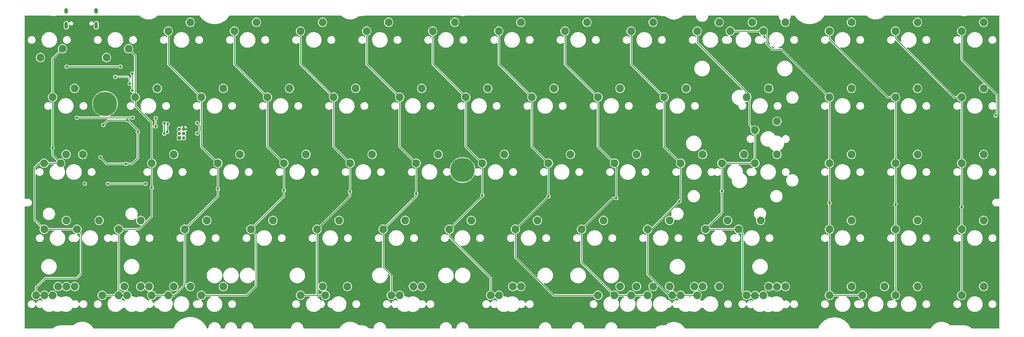
<source format=gbr>
%TF.GenerationSoftware,KiCad,Pcbnew,(7.0.0)*%
%TF.CreationDate,2023-03-26T19:04:43+02:00*%
%TF.ProjectId,qazimodo,71617a69-6d6f-4646-9f2e-6b696361645f,rev?*%
%TF.SameCoordinates,Original*%
%TF.FileFunction,Copper,L1,Top*%
%TF.FilePolarity,Positive*%
%FSLAX46Y46*%
G04 Gerber Fmt 4.6, Leading zero omitted, Abs format (unit mm)*
G04 Created by KiCad (PCBNEW (7.0.0)) date 2023-03-26 19:04:43*
%MOMM*%
%LPD*%
G01*
G04 APERTURE LIST*
%TA.AperFunction,ComponentPad*%
%ADD10C,2.250000*%
%TD*%
%TA.AperFunction,ComponentPad*%
%ADD11C,2.200000*%
%TD*%
%TA.AperFunction,ComponentPad*%
%ADD12C,1.000000*%
%TD*%
%TA.AperFunction,ComponentPad*%
%ADD13C,7.001300*%
%TD*%
%TA.AperFunction,ComponentPad*%
%ADD14C,7.000240*%
%TD*%
%TA.AperFunction,ComponentPad*%
%ADD15O,1.000000X1.600000*%
%TD*%
%TA.AperFunction,ComponentPad*%
%ADD16O,1.000000X2.100000*%
%TD*%
%TA.AperFunction,ComponentPad*%
%ADD17R,1.000000X1.000000*%
%TD*%
%TA.AperFunction,ComponentPad*%
%ADD18O,1.000000X1.000000*%
%TD*%
%TA.AperFunction,ViaPad*%
%ADD19C,0.800000*%
%TD*%
%TA.AperFunction,Conductor*%
%ADD20C,0.250000*%
%TD*%
%TA.AperFunction,Conductor*%
%ADD21C,0.200000*%
%TD*%
G04 APERTURE END LIST*
D10*
%TO.P,MX3,1,COL*%
%TO.N,COL2*%
X89852500Y-53022500D03*
%TO.P,MX3,2,ROW*%
%TO.N,Net-(D12-A)*%
X96202500Y-50482500D03*
%TD*%
%TO.P,MX55b1,1,COL*%
%TO.N,COL0*%
X56515000Y-129222500D03*
%TO.P,MX55b1,2,ROW*%
%TO.N,Net-(D6-A)*%
X62865000Y-126682500D03*
%TD*%
%TO.P,MX64a1,1,COL*%
%TO.N,COL9*%
X235109503Y-129224508D03*
%TO.P,MX64a1,2,ROW*%
%TO.N,Net-(D53-A)*%
X241459503Y-126684508D03*
%TD*%
%TO.P,MX68,1,COL*%
%TO.N,COL13*%
X318452500Y-129222500D03*
%TO.P,MX68,2,ROW*%
%TO.N,Net-(D71-A)*%
X324802500Y-126682500D03*
%TD*%
%TO.P,MX61,1,COL*%
%TO.N,COL6*%
X182759937Y-129222500D03*
%TO.P,MX61,2,ROW*%
%TO.N,Net-(D36-A)*%
X189109937Y-126682500D03*
%TD*%
%TO.P,MX63a1,1,COL*%
%TO.N,COL8*%
X227965000Y-129222500D03*
%TO.P,MX63a1,2,ROW*%
%TO.N,Net-(D47-A)*%
X234315000Y-126682500D03*
%TD*%
%TO.P,MX52,1,COL*%
%TO.N,COL11*%
X280352500Y-110172500D03*
%TO.P,MX52,2,ROW*%
%TO.N,Net-(D52-A)*%
X286702500Y-107632500D03*
%TD*%
%TO.P,MX34,1,COL*%
%TO.N,COL4*%
X142240000Y-91122500D03*
%TO.P,MX34,2,ROW*%
%TO.N,Net-(D24-A)*%
X148590000Y-88582500D03*
%TD*%
%TO.P,MX9,1,COL*%
%TO.N,COL8*%
X204152500Y-53022500D03*
%TO.P,MX9,2,ROW*%
%TO.N,Net-(D43-A)*%
X210502500Y-50482500D03*
%TD*%
%TO.P,MX14,1,COL*%
%TO.N,COL13*%
X299402500Y-53022500D03*
%TO.P,MX14,2,ROW*%
%TO.N,Net-(D68-A)*%
X305752500Y-50482500D03*
%TD*%
%TO.P,MX27,1,COL*%
%TO.N,COL11*%
X280352500Y-72072500D03*
%TO.P,MX27,2,ROW*%
%TO.N,Net-(D60-A)*%
X286702500Y-69532500D03*
%TD*%
%TO.P,MX30a1,1,COL*%
%TO.N,COL0*%
X54065628Y-91122501D03*
%TO.P,MX30a1,2,ROW*%
%TO.N,Net-(D4-A)*%
X60415628Y-88582501D03*
%TD*%
%TO.P,MX42,1,COL*%
%TO.N,COL13*%
X318452500Y-91122500D03*
%TO.P,MX42,2,ROW*%
%TO.N,Net-(D66-A)*%
X324802500Y-88582500D03*
%TD*%
%TO.P,MX39a1,1,COL*%
%TO.N,COL9*%
X237490000Y-91122500D03*
%TO.P,MX39a1,2,ROW*%
%TO.N,Net-(D51-A)*%
X243840000Y-88582500D03*
%TD*%
%TO.P,MX50,1,COL*%
%TO.N,COL8*%
X208915000Y-110172500D03*
%TO.P,MX50,2,ROW*%
%TO.N,Net-(D40-A)*%
X215265000Y-107632500D03*
%TD*%
%TO.P,MX60b1,1,COL*%
%TO.N,COL5*%
X156527500Y-129222500D03*
%TO.P,MX60b1,2,ROW*%
%TO.N,Net-(D31-A)*%
X162877500Y-126682500D03*
%TD*%
%TO.P,MX25,1,COL*%
%TO.N,COL9*%
X232727500Y-72072500D03*
%TO.P,MX25,2,ROW*%
%TO.N,Net-(D50-A)*%
X239077500Y-69532500D03*
%TD*%
%TO.P,MX11,1,COL*%
%TO.N,COL10*%
X242252500Y-53022500D03*
%TO.P,MX11,2,ROW*%
%TO.N,Net-(D54-A)*%
X248602500Y-50482500D03*
%TD*%
%TO.P,MX62,1,COL*%
%TO.N,COL7*%
X213677500Y-129222500D03*
%TO.P,MX62,2,ROW*%
%TO.N,Net-(D41-A)*%
X220027500Y-126682500D03*
%TD*%
%TO.P,MX57b1,1,COL*%
%TO.N,COL2*%
X85090000Y-129222500D03*
%TO.P,MX57b1,2,ROW*%
%TO.N,Net-(D16-A)*%
X91440000Y-126682500D03*
%TD*%
%TO.P,MX41,1,COL*%
%TO.N,COL12*%
X299402500Y-91122500D03*
%TO.P,MX41,2,ROW*%
%TO.N,Net-(D61-A)*%
X305752500Y-88582500D03*
%TD*%
%TO.P,MX54,1,COL*%
%TO.N,COL13*%
X318452500Y-110172500D03*
%TO.P,MX54,2,ROW*%
%TO.N,Net-(D62-A)*%
X324802500Y-107632500D03*
%TD*%
%TO.P,MX12a1,1,COL*%
%TO.N,COL11*%
X251777500Y-53022500D03*
%TO.P,MX12a1,2,ROW*%
%TO.N,Net-(D59-A)*%
X258127500Y-50482500D03*
%TD*%
%TO.P,MX65a1,1,COL*%
%TO.N,COL10*%
X258912743Y-129282903D03*
%TO.P,MX65a1,2,ROW*%
%TO.N,Net-(D58-A)*%
X265262743Y-126742903D03*
%TD*%
D11*
%TO.P,MX60c1,1,COL*%
%TO.N,COL5*%
X156527500Y-129222500D03*
%TO.P,MX60c1,2,ROW*%
%TO.N,Net-(D31-A)*%
X162877500Y-126682500D03*
%TD*%
D10*
%TO.P,MX45,1,COL*%
%TO.N,COL3*%
X113665000Y-110172500D03*
%TO.P,MX45,2,ROW*%
%TO.N,Net-(D15-A)*%
X120015000Y-107632500D03*
%TD*%
%TO.P,MX67,1,COL*%
%TO.N,COL12*%
X299402500Y-129222500D03*
%TO.P,MX67,2,ROW*%
%TO.N,Net-(D67-A)*%
X305752500Y-126682500D03*
%TD*%
%TO.P,MX53,1,COL*%
%TO.N,COL12*%
X299402500Y-110172500D03*
%TO.P,MX53,2,ROW*%
%TO.N,Net-(D57-A)*%
X305752500Y-107632500D03*
%TD*%
%TO.P,MX33,1,COL*%
%TO.N,COL3*%
X123190000Y-91122500D03*
%TO.P,MX33,2,ROW*%
%TO.N,Net-(D19-A)*%
X129540000Y-88582500D03*
%TD*%
%TO.P,MX8,1,COL*%
%TO.N,COL7*%
X185102500Y-53022500D03*
%TO.P,MX8,2,ROW*%
%TO.N,Net-(D37-A)*%
X191452500Y-50482500D03*
%TD*%
%TO.P,MX38,1,COL*%
%TO.N,COL8*%
X218440000Y-91122500D03*
%TO.P,MX38,2,ROW*%
%TO.N,Net-(D45-A)*%
X224790000Y-88582500D03*
%TD*%
%TO.P,MX48,1,COL*%
%TO.N,COL6*%
X170815000Y-110172500D03*
%TO.P,MX48,2,ROW*%
%TO.N,Net-(D30-A)*%
X177165000Y-107632500D03*
%TD*%
%TO.P,MX19,1,COL*%
%TO.N,COL3*%
X118427500Y-72072500D03*
%TO.P,MX19,2,ROW*%
%TO.N,Net-(D18-A)*%
X124777500Y-69532500D03*
%TD*%
%TO.P,MX26a1,1,COL*%
%TO.N,COL10*%
X258889500Y-81597500D03*
%TO.P,MX26a1,2,ROW*%
%TO.N,Net-(D55-A)*%
X265239500Y-79057500D03*
%TD*%
%TO.P,MX10,1,COL*%
%TO.N,COL9*%
X223202500Y-53022500D03*
%TO.P,MX10,2,ROW*%
%TO.N,Net-(D49-A)*%
X229552500Y-50482500D03*
%TD*%
%TO.P,MX21,1,COL*%
%TO.N,COL5*%
X156527500Y-72072500D03*
%TO.P,MX21,2,ROW*%
%TO.N,Net-(D28-A)*%
X162877500Y-69532500D03*
%TD*%
%TO.P,MX66a1,1,COL*%
%TO.N,COL11*%
X289877500Y-129222500D03*
%TO.P,MX66a1,2,ROW*%
%TO.N,Net-(D63-A)*%
X296227500Y-126682500D03*
%TD*%
%TO.P,MX64c1,1,COL*%
%TO.N,COL9*%
X237490000Y-129222500D03*
%TO.P,MX64c1,2,ROW*%
%TO.N,Net-(D53-A)*%
X243840000Y-126682500D03*
%TD*%
%TO.P,MX37,1,COL*%
%TO.N,COL7*%
X199390000Y-91122500D03*
%TO.P,MX37,2,ROW*%
%TO.N,Net-(D39-A)*%
X205740000Y-88582500D03*
%TD*%
%TO.P,MX64,1,COL*%
%TO.N,COL9*%
X237490000Y-129222500D03*
%TO.P,MX64,2,ROW*%
%TO.N,Net-(D53-A)*%
X243840000Y-126682500D03*
%TD*%
%TO.P,MX46,1,COL*%
%TO.N,COL4*%
X132715000Y-110172500D03*
%TO.P,MX46,2,ROW*%
%TO.N,Net-(D20-A)*%
X139065000Y-107632500D03*
%TD*%
%TO.P,MX39,1,COL*%
%TO.N,COL10*%
X249364500Y-91122500D03*
%TO.P,MX39,2,ROW*%
%TO.N,Net-(D48-A)*%
X255714500Y-88582500D03*
%TD*%
%TO.P,MX44,1,COL*%
%TO.N,COL2*%
X94615000Y-110172500D03*
%TO.P,MX44,2,ROW*%
%TO.N,Net-(D10-A)*%
X100965000Y-107632500D03*
%TD*%
%TO.P,MX26,1,COL*%
%TO.N,COL10*%
X256540000Y-72072500D03*
%TO.P,MX26,2,ROW*%
%TO.N,Net-(D55-A)*%
X262890000Y-69532500D03*
%TD*%
%TO.P,MX61a1,1,COL*%
%TO.N,COL6*%
X185102500Y-129222500D03*
%TO.P,MX61a1,2,ROW*%
%TO.N,Net-(D36-A)*%
X191452500Y-126682500D03*
%TD*%
%TO.P,MX30,1,COL*%
%TO.N,COL0*%
X58864500Y-91122500D03*
%TO.P,MX30,2,ROW*%
%TO.N,Net-(D4-A)*%
X65214500Y-88582500D03*
%TD*%
%TO.P,MX40,1,COL*%
%TO.N,COL11*%
X280352500Y-91122500D03*
%TO.P,MX40,2,ROW*%
%TO.N,Net-(D56-A)*%
X286702500Y-88582500D03*
%TD*%
%TO.P,MX49,1,COL*%
%TO.N,COL7*%
X189865000Y-110172500D03*
%TO.P,MX49,2,ROW*%
%TO.N,Net-(D35-A)*%
X196215000Y-107632500D03*
%TD*%
%TO.P,MX23,1,COL*%
%TO.N,COL7*%
X194627500Y-72072500D03*
%TO.P,MX23,2,ROW*%
%TO.N,Net-(D38-A)*%
X200977500Y-69532500D03*
%TD*%
%TO.P,MX24,1,COL*%
%TO.N,COL8*%
X213677500Y-72072500D03*
%TO.P,MX24,2,ROW*%
%TO.N,Net-(D44-A)*%
X220027500Y-69532500D03*
%TD*%
%TO.P,MX55,1,COL*%
%TO.N,COL0*%
X51752500Y-129222500D03*
%TO.P,MX55,2,ROW*%
%TO.N,Net-(D6-A)*%
X58102500Y-126682500D03*
%TD*%
%TO.P,MX2,1,COL*%
%TO.N,COL1*%
X78422500Y-58102500D03*
%TO.P,MX2,2,ROW*%
%TO.N,Net-(D7-A)*%
X72072500Y-60642500D03*
%TD*%
%TO.P,MX31,1,COL*%
%TO.N,COL1*%
X85090000Y-91122500D03*
%TO.P,MX31,2,ROW*%
%TO.N,Net-(D9-A)*%
X91440000Y-88582500D03*
%TD*%
%TO.P,MX63b1,1,COL*%
%TO.N,COL8*%
X218440000Y-129222500D03*
%TO.P,MX63b1,2,ROW*%
%TO.N,Net-(D47-A)*%
X224790000Y-126682500D03*
%TD*%
%TO.P,MX58,1,COL*%
%TO.N,COL3*%
X99377500Y-129222500D03*
%TO.P,MX58,2,ROW*%
%TO.N,Net-(D21-A)*%
X105727500Y-126682500D03*
%TD*%
%TO.P,MX29,1,COL*%
%TO.N,COL13*%
X318452500Y-72072500D03*
%TO.P,MX29,2,ROW*%
%TO.N,Net-(D69-A)*%
X324802500Y-69532500D03*
%TD*%
%TO.P,MX57a1,1,COL*%
%TO.N,COL2*%
X89852500Y-129222500D03*
%TO.P,MX57a1,2,ROW*%
%TO.N,Net-(D16-A)*%
X96202500Y-126682500D03*
%TD*%
%TO.P,MX32,1,COL*%
%TO.N,COL2*%
X104140000Y-91122500D03*
%TO.P,MX32,2,ROW*%
%TO.N,Net-(D14-A)*%
X110490000Y-88582500D03*
%TD*%
%TO.P,MX12,1,COL*%
%TO.N,COL11*%
X261302500Y-53022500D03*
%TO.P,MX12,2,ROW*%
%TO.N,Net-(D59-A)*%
X267652500Y-50482500D03*
%TD*%
%TO.P,MX17,1,COL*%
%TO.N,COL1*%
X80327500Y-72072500D03*
%TO.P,MX17,2,ROW*%
%TO.N,Net-(D8-A)*%
X86677500Y-69532500D03*
%TD*%
%TO.P,MX16,1,COL*%
%TO.N,COL0*%
X56515000Y-72072500D03*
%TO.P,MX16,2,ROW*%
%TO.N,Net-(D3-A)*%
X62865000Y-69532500D03*
%TD*%
%TO.P,MX55a1,1,COL*%
%TO.N,COL0*%
X54151621Y-129222500D03*
%TO.P,MX55a1,2,ROW*%
%TO.N,Net-(D6-A)*%
X60501621Y-126682500D03*
%TD*%
%TO.P,MX60a1,1,COL*%
%TO.N,COL5*%
X154114500Y-129222500D03*
%TO.P,MX60a1,2,ROW*%
%TO.N,Net-(D31-A)*%
X160464500Y-126682500D03*
%TD*%
%TO.P,MX36,1,COL*%
%TO.N,COL6*%
X180340000Y-91122500D03*
%TO.P,MX36,2,ROW*%
%TO.N,Net-(D34-A)*%
X186690000Y-88582500D03*
%TD*%
%TO.P,MX59a1,1,COL*%
%TO.N,COL4*%
X127952500Y-129222500D03*
%TO.P,MX59a1,2,ROW*%
%TO.N,Net-(D26-A)*%
X134302500Y-126682500D03*
%TD*%
%TO.P,MX51b1,1,COL*%
%TO.N,COL10*%
X244665500Y-110172500D03*
%TO.P,MX51b1,2,ROW*%
%TO.N,Net-(D46-A)*%
X251015500Y-107632500D03*
%TD*%
%TO.P,MX5,1,COL*%
%TO.N,COL4*%
X127952500Y-53022500D03*
%TO.P,MX5,2,ROW*%
%TO.N,Net-(D22-A)*%
X134302500Y-50482500D03*
%TD*%
%TO.P,MX7,1,COL*%
%TO.N,COL6*%
X166052500Y-53022500D03*
%TO.P,MX7,2,ROW*%
%TO.N,Net-(D32-A)*%
X172402500Y-50482500D03*
%TD*%
%TO.P,MX18,1,COL*%
%TO.N,COL2*%
X99377500Y-72072500D03*
%TO.P,MX18,2,ROW*%
%TO.N,Net-(D13-A)*%
X105727500Y-69532500D03*
%TD*%
%TO.P,MX15,1,COL*%
%TO.N,COL14*%
X318452500Y-53022500D03*
%TO.P,MX15,2,ROW*%
%TO.N,Net-(D70-A)*%
X324802500Y-50482500D03*
%TD*%
%TO.P,MX56b1,1,COL*%
%TO.N,COL1*%
X75565000Y-129222500D03*
%TO.P,MX56b1,2,ROW*%
%TO.N,Net-(D11-A)*%
X81915000Y-126682500D03*
%TD*%
%TO.P,MX63,1,COL*%
%TO.N,COL8*%
X223202500Y-129222500D03*
%TO.P,MX63,2,ROW*%
%TO.N,Net-(D47-A)*%
X229552500Y-126682500D03*
%TD*%
%TO.P,MX4,1,COL*%
%TO.N,COL3*%
X108902500Y-53022500D03*
%TO.P,MX4,2,ROW*%
%TO.N,Net-(D17-A)*%
X115252500Y-50482500D03*
%TD*%
%TO.P,MX20,1,COL*%
%TO.N,COL4*%
X137477500Y-72072500D03*
%TO.P,MX20,2,ROW*%
%TO.N,Net-(D23-A)*%
X143827500Y-69532500D03*
%TD*%
%TO.P,MX28,1,COL*%
%TO.N,COL12*%
X299402500Y-72072500D03*
%TO.P,MX28,2,ROW*%
%TO.N,Net-(D65-A)*%
X305752500Y-69532500D03*
%TD*%
%TO.P,MX51,1,COL*%
%TO.N,COL9*%
X227965000Y-110172500D03*
%TO.P,MX51,2,ROW*%
%TO.N,Net-(D42-A)*%
X234315000Y-107632500D03*
%TD*%
%TO.P,MX35,1,COL*%
%TO.N,COL5*%
X161290000Y-91122500D03*
%TO.P,MX35,2,ROW*%
%TO.N,Net-(D29-A)*%
X167640000Y-88582500D03*
%TD*%
%TO.P,MX66,1,COL*%
%TO.N,COL11*%
X280352500Y-129222500D03*
%TO.P,MX66,2,ROW*%
%TO.N,Net-(D63-A)*%
X286702500Y-126682500D03*
%TD*%
%TO.P,MX65,1,COL*%
%TO.N,COL10*%
X256540000Y-129222500D03*
%TO.P,MX65,2,ROW*%
%TO.N,Net-(D58-A)*%
X262890000Y-126682500D03*
%TD*%
%TO.P,MX51a1,1,COL*%
%TO.N,COL10*%
X254190500Y-110172500D03*
%TO.P,MX51a1,2,ROW*%
%TO.N,Net-(D46-A)*%
X260540500Y-107632500D03*
%TD*%
%TO.P,MX59,1,COL*%
%TO.N,COL4*%
X135128000Y-129222500D03*
%TO.P,MX59,2,ROW*%
%TO.N,Net-(D26-A)*%
X141478000Y-126682500D03*
%TD*%
%TO.P,MX64b1,1,COL*%
%TO.N,COL9*%
X242252500Y-129222500D03*
%TO.P,MX64b1,2,ROW*%
%TO.N,Net-(D53-A)*%
X248602500Y-126682500D03*
%TD*%
%TO.P,MX47,1,COL*%
%TO.N,COL5*%
X151765000Y-110172500D03*
%TO.P,MX47,2,ROW*%
%TO.N,Net-(D25-A)*%
X158115000Y-107632500D03*
%TD*%
D12*
%TO.P,,1,1*%
%TO.N,N/C*%
X69325000Y-73991000D03*
X69325000Y-73991000D03*
X69998654Y-72364654D03*
X69998654Y-72364654D03*
X69998654Y-75617346D03*
X69998654Y-75617346D03*
X71625000Y-71691000D03*
X71625000Y-71691000D03*
D13*
%TO.N,Net-(C_USBSHIELD1-Pad1)*%
X71625000Y-73991000D03*
%TO.N,N/C*%
X71625000Y-73991000D03*
D12*
X71625000Y-76291000D03*
X71625000Y-76291000D03*
X73251346Y-72364654D03*
X73251346Y-72364654D03*
X73251346Y-75617346D03*
X73251346Y-75617346D03*
X73925000Y-73991000D03*
X73925000Y-73991000D03*
D14*
%TO.P,,2*%
X174625000Y-93091000D03*
X174625000Y-93091000D03*
%TD*%
D10*
%TO.P,MX39b1,1,COL*%
%TO.N,COL10*%
X258889500Y-91122500D03*
%TO.P,MX39b1,2,ROW*%
%TO.N,Net-(D48-A)*%
X265239500Y-88582500D03*
%TD*%
%TO.P,MX56,1,COL*%
%TO.N,COL1*%
X70802500Y-129222500D03*
%TO.P,MX56,2,ROW*%
%TO.N,Net-(D11-A)*%
X77152500Y-126682500D03*
%TD*%
%TO.P,MX43b1,1,COL*%
%TO.N,COL1*%
X75565000Y-110172500D03*
%TO.P,MX43b1,2,ROW*%
%TO.N,Net-(D1-A)*%
X81915000Y-107632500D03*
%TD*%
%TO.P,MX43a1,1,COL*%
%TO.N,COL0*%
X54109685Y-110187971D03*
%TO.P,MX43a1,2,ROW*%
%TO.N,Net-(D5-A)*%
X60459685Y-107647971D03*
%TD*%
%TO.P,MX65b1,1,COL*%
%TO.N,COL10*%
X261302500Y-129222500D03*
%TO.P,MX65b1,2,ROW*%
%TO.N,Net-(D58-A)*%
X267652500Y-126682500D03*
%TD*%
%TO.P,MX22,1,COL*%
%TO.N,COL6*%
X175577500Y-72072500D03*
%TO.P,MX22,2,ROW*%
%TO.N,Net-(D33-A)*%
X181927500Y-69532500D03*
%TD*%
%TO.P,MX56a1,1,COL*%
%TO.N,COL1*%
X77957877Y-129249345D03*
%TO.P,MX56a1,2,ROW*%
%TO.N,Net-(D11-A)*%
X84307877Y-126709345D03*
%TD*%
%TO.P,MX13,1,COL*%
%TO.N,COL12*%
X280352500Y-53022500D03*
%TO.P,MX13,2,ROW*%
%TO.N,Net-(D64-A)*%
X286702500Y-50482500D03*
%TD*%
%TO.P,MX6,1,COL*%
%TO.N,COL5*%
X147002500Y-53022500D03*
%TO.P,MX6,2,ROW*%
%TO.N,Net-(D27-A)*%
X153352500Y-50482500D03*
%TD*%
%TO.P,MX60,1,COL*%
%TO.N,COL5*%
X156527500Y-129222500D03*
%TO.P,MX60,2,ROW*%
%TO.N,Net-(D31-A)*%
X162877500Y-126682500D03*
%TD*%
%TO.P,MX1,1,COL*%
%TO.N,COL0*%
X59372500Y-58102500D03*
%TO.P,MX1,2,ROW*%
%TO.N,Net-(D2-A)*%
X53022500Y-60642500D03*
%TD*%
%TO.P,MX43,1,COL*%
%TO.N,COL0*%
X63563500Y-110172500D03*
%TO.P,MX43,2,ROW*%
%TO.N,Net-(D5-A)*%
X69913500Y-107632500D03*
%TD*%
D15*
%TO.P,J3,S1,SHIELD*%
%TO.N,Net-(J3-SHIELD)*%
X60449999Y-47157999D03*
D16*
X60449999Y-51337999D03*
D15*
X69089999Y-47157999D03*
D16*
X69089999Y-51337999D03*
%TD*%
D17*
%TO.P,J1,1,MISO*%
%TO.N,MISO*%
X93037499Y-83819999D03*
D18*
%TO.P,J1,2,VCC*%
%TO.N,+5V*%
X94307499Y-83819999D03*
%TO.P,J1,3,SCK*%
%TO.N,SCK*%
X93037499Y-82549999D03*
%TO.P,J1,4,MOSI*%
%TO.N,MOSI*%
X94307499Y-82549999D03*
%TO.P,J1,5,~{RST}*%
%TO.N,RESET*%
X93037499Y-81279999D03*
%TO.P,J1,6,GND*%
%TO.N,GND*%
X94307499Y-81279999D03*
%TD*%
D19*
%TO.N,ROW0*%
X76073000Y-63246000D03*
X60550750Y-63298770D03*
%TO.N,ROW1*%
X79603000Y-77978000D03*
X63500000Y-77978000D03*
%TO.N,ROW2*%
X72459500Y-97028000D03*
X65786000Y-97028000D03*
X83274500Y-97028000D03*
%TO.N,COL0*%
X56515000Y-86634500D03*
%TO.N,COL1*%
X85090000Y-98084500D03*
%TO.N,COL2*%
X104140000Y-98534500D03*
%TO.N,COL3*%
X123190000Y-98933000D03*
%TO.N,COL4*%
X142204959Y-99345311D03*
%TO.N,COL5*%
X161290000Y-99884500D03*
%TO.N,COL6*%
X180340000Y-100330000D03*
%TO.N,COL7*%
X199390000Y-100711000D03*
%TO.N,COL8*%
X218948000Y-101219000D03*
%TO.N,COL9*%
X237089702Y-102134500D03*
%TO.N,COL10*%
X249364500Y-99168901D03*
%TO.N,COL11*%
X280352500Y-102584500D03*
%TO.N,COL12*%
X299415200Y-103034500D03*
%TO.N,COL13*%
X318465200Y-103733600D03*
%TO.N,GND*%
X66495500Y-56134000D03*
X89916000Y-68199000D03*
X68072000Y-54356000D03*
X76645258Y-76997985D03*
X74583695Y-69978977D03*
X67945000Y-87449500D03*
X98171000Y-81280000D03*
X109446431Y-80698142D03*
X77721473Y-77008487D03*
X63500000Y-56134000D03*
X70644990Y-91786939D03*
X56896000Y-52959000D03*
X82136210Y-84063686D03*
X69088000Y-80772000D03*
X79248000Y-90424000D03*
X72517000Y-52959000D03*
%TO.N,+5V*%
X78130400Y-78702500D03*
X81091499Y-82076789D03*
X71120000Y-80137000D03*
X77597000Y-91313000D03*
X70296981Y-89435412D03*
%TO.N,D+*%
X78740000Y-68199000D03*
X74582305Y-66203672D03*
%TO.N,VCC*%
X79499000Y-65275000D03*
X79474645Y-70140672D03*
%TO.N,MISO*%
X88693000Y-79655500D03*
X88713800Y-82609200D03*
%TO.N,SCK*%
X89685458Y-79773958D03*
X89536203Y-82041169D03*
%TO.N,MOSI*%
X98171000Y-79539500D03*
X98171000Y-82550000D03*
%TO.N,COL14*%
X86207600Y-80509700D03*
X86213399Y-78136199D03*
X328218800Y-77368400D03*
%TD*%
D20*
%TO.N,ROW0*%
X75639230Y-63298770D02*
X75692000Y-63246000D01*
X60550750Y-63298770D02*
X75639230Y-63298770D01*
%TO.N,ROW1*%
X63500000Y-77978000D02*
X79603000Y-77978000D01*
%TO.N,ROW2*%
X72459500Y-97028000D02*
X83274500Y-97028000D01*
%TO.N,COL0*%
X54356000Y-124333000D02*
X51752500Y-126936500D01*
X58864500Y-91122500D02*
X54065628Y-91122501D01*
X54065628Y-91122501D02*
X52641499Y-91122501D01*
X64688500Y-123042900D02*
X63398400Y-124333000D01*
X59372500Y-58102500D02*
X56515000Y-60960000D01*
X64688500Y-111297500D02*
X64688500Y-123042900D01*
X51308000Y-107386286D02*
X54109685Y-110187971D01*
X54109685Y-110187971D02*
X63548029Y-110187971D01*
X51308000Y-92456000D02*
X51308000Y-107386286D01*
X56515000Y-72072500D02*
X56515000Y-88773000D01*
X63563500Y-110172500D02*
X64688500Y-111297500D01*
X52641499Y-91122501D02*
X51308000Y-92456000D01*
X56515000Y-60960000D02*
X56515000Y-72072500D01*
X63398400Y-124333000D02*
X54356000Y-124333000D01*
X51752500Y-126936500D02*
X51752500Y-129222500D01*
X51752500Y-129222500D02*
X56515000Y-129222500D01*
X56515000Y-88773000D02*
X58864500Y-91122500D01*
X63548029Y-110187971D02*
X63563500Y-110172500D01*
%TO.N,COL1*%
X75565000Y-110172500D02*
X75565000Y-129222500D01*
X81425610Y-110172500D02*
X75565000Y-110172500D01*
X85090000Y-91122500D02*
X85090000Y-106508110D01*
X78422500Y-58102500D02*
X80327500Y-60007500D01*
X80327500Y-60007500D02*
X80327500Y-72072500D01*
X85090000Y-79375000D02*
X80327500Y-74612500D01*
X70829345Y-129249345D02*
X70802500Y-129222500D01*
X80327500Y-74612500D02*
X80327500Y-72072500D01*
X85090000Y-91122500D02*
X85090000Y-79375000D01*
X77957877Y-129249345D02*
X70829345Y-129249345D01*
X85090000Y-106508110D02*
X81425610Y-110172500D01*
%TO.N,COL2*%
X94615000Y-110172500D02*
X94615000Y-126219390D01*
X91611890Y-129222500D02*
X89852500Y-129222500D01*
X89852500Y-53022500D02*
X89852500Y-62547500D01*
X104140000Y-100647500D02*
X94615000Y-110172500D01*
X99377500Y-86360000D02*
X104140000Y-91122500D01*
X89852500Y-129222500D02*
X85090000Y-129222500D01*
X89852500Y-62547500D02*
X99377500Y-72072500D01*
X104140000Y-98534500D02*
X104140000Y-100647500D01*
X104140000Y-91122500D02*
X104140000Y-98534500D01*
X99377500Y-72072500D02*
X99377500Y-86360000D01*
X94615000Y-126219390D02*
X91611890Y-129222500D01*
%TO.N,COL3*%
X123190000Y-98933000D02*
X123190000Y-100647500D01*
X112458500Y-129222500D02*
X99377500Y-129222500D01*
X123190000Y-91122500D02*
X123190000Y-98933000D01*
X123190000Y-100647500D02*
X113665000Y-110172500D01*
X113665000Y-110172500D02*
X115081400Y-111588900D01*
X115081400Y-111588900D02*
X115081400Y-126599600D01*
X108902500Y-62547500D02*
X118427500Y-72072500D01*
X118427500Y-72072500D02*
X118427500Y-86360000D01*
X118427500Y-86360000D02*
X123190000Y-91122500D01*
X108902500Y-53022500D02*
X108902500Y-62547500D01*
X115081400Y-126599600D02*
X112458500Y-129222500D01*
%TO.N,COL4*%
X137477500Y-72072500D02*
X137477500Y-86360000D01*
X132791200Y-129222500D02*
X127952500Y-129222500D01*
X142204959Y-99345311D02*
X142204959Y-100682541D01*
X127952500Y-53022500D02*
X127952500Y-62547500D01*
X142240000Y-99310270D02*
X142204959Y-99345311D01*
X132715000Y-129146300D02*
X132791200Y-129222500D01*
X132715000Y-110172500D02*
X132715000Y-129146300D01*
X127952500Y-62547500D02*
X137477500Y-72072500D01*
X142204959Y-100682541D02*
X132715000Y-110172500D01*
X137477500Y-86360000D02*
X142240000Y-91122500D01*
X142240000Y-91122500D02*
X142240000Y-99310270D01*
X135128000Y-129222500D02*
X132791200Y-129222500D01*
%TO.N,COL5*%
X156527500Y-72072500D02*
X156527500Y-86360000D01*
X161290000Y-91122500D02*
X161290000Y-99884500D01*
X156527500Y-129222500D02*
X154114500Y-129222500D01*
X151765000Y-110172500D02*
X151765000Y-121078119D01*
X151765000Y-121078119D02*
X154114500Y-123427619D01*
X161290000Y-99884500D02*
X161290000Y-100647500D01*
X156527500Y-86360000D02*
X161290000Y-91122500D01*
X161290000Y-100647500D02*
X151765000Y-110172500D01*
X147002500Y-62547500D02*
X156527500Y-72072500D01*
X147002500Y-53022500D02*
X147002500Y-62547500D01*
X154114500Y-123427619D02*
X154114500Y-129222500D01*
%TO.N,COL6*%
X170815000Y-112252631D02*
X182759937Y-124197568D01*
X180340000Y-100330000D02*
X180340000Y-100647500D01*
X175577500Y-72072500D02*
X175577500Y-86360000D01*
X166052500Y-53022500D02*
X166052500Y-62547500D01*
X182759937Y-129222500D02*
X185102500Y-129222500D01*
X182759937Y-124197568D02*
X182759937Y-129222500D01*
X170815000Y-110172500D02*
X170815000Y-112252631D01*
X166052500Y-62547500D02*
X175577500Y-72072500D01*
X180340000Y-100647500D02*
X170815000Y-110172500D01*
X180340000Y-91122500D02*
X180340000Y-100330000D01*
X175577500Y-86360000D02*
X180340000Y-91122500D01*
%TO.N,COL7*%
X189865000Y-110172500D02*
X189865000Y-118246444D01*
X185102500Y-53022500D02*
X185102500Y-62547500D01*
X200841056Y-129222500D02*
X213677500Y-129222500D01*
X194627500Y-86360000D02*
X199390000Y-91122500D01*
X199390000Y-100711000D02*
X199326500Y-100711000D01*
X194627500Y-72072500D02*
X194627500Y-86360000D01*
X199326500Y-100711000D02*
X189865000Y-110172500D01*
X185102500Y-62547500D02*
X194627500Y-72072500D01*
X189865000Y-118246444D02*
X200841056Y-129222500D01*
X199390000Y-91122500D02*
X199390000Y-100711000D01*
%TO.N,COL8*%
X204152500Y-62547500D02*
X213677500Y-72072500D01*
X218440000Y-91122500D02*
X218948000Y-91630500D01*
X204152500Y-53022500D02*
X204152500Y-62547500D01*
X227965000Y-129222500D02*
X223202500Y-129222500D01*
X208915000Y-110172500D02*
X208915000Y-119697500D01*
X208915000Y-119697500D02*
X218440000Y-129222500D01*
X223202500Y-129222500D02*
X218440000Y-129222500D01*
X218948000Y-91630500D02*
X218948000Y-101219000D01*
X227965000Y-129222500D02*
X218440000Y-129222500D01*
X213677500Y-86360000D02*
X218440000Y-91122500D01*
X217868500Y-101219000D02*
X208915000Y-110172500D01*
X218948000Y-101219000D02*
X217868500Y-101219000D01*
X213677500Y-72072500D02*
X213677500Y-86360000D01*
%TO.N,COL9*%
X223202500Y-53022500D02*
X223202500Y-62547500D01*
X227965000Y-110172500D02*
X227965000Y-123044390D01*
X229051702Y-110172500D02*
X227965000Y-110172500D01*
X242252500Y-129222500D02*
X235111511Y-129222500D01*
X237490000Y-101734202D02*
X237089702Y-102134500D01*
X234145118Y-129224508D02*
X235109503Y-129224508D01*
X227965000Y-123044390D02*
X234145118Y-129224508D01*
X232727500Y-72072500D02*
X232727500Y-86360000D01*
X235111511Y-129222500D02*
X235109503Y-129224508D01*
X237490000Y-91122500D02*
X237490000Y-101734202D01*
X223202500Y-62547500D02*
X232727500Y-72072500D01*
X232727500Y-86360000D02*
X237490000Y-91122500D01*
X237089702Y-102134500D02*
X229051702Y-110172500D01*
%TO.N,COL10*%
X255315500Y-127998000D02*
X256540000Y-129222500D01*
X255315500Y-111297500D02*
X255315500Y-127998000D01*
X257302000Y-80010000D02*
X257302000Y-73406000D01*
X256813401Y-71799099D02*
X257365500Y-71247000D01*
X261302500Y-129222500D02*
X256540000Y-129222500D01*
X249364500Y-105473500D02*
X244665500Y-110172500D01*
X242252500Y-56324500D02*
X242252500Y-53022500D01*
X249364500Y-98348800D02*
X249364500Y-105473500D01*
X256813401Y-72917401D02*
X256813401Y-71799099D01*
X257175000Y-71247000D02*
X242252500Y-56324500D01*
X258889500Y-81597500D02*
X257302000Y-80010000D01*
X249364500Y-91122500D02*
X249364500Y-98348800D01*
X249364500Y-98348800D02*
X249364500Y-99168901D01*
X258889500Y-81597500D02*
X258889500Y-91122500D01*
X257302000Y-73406000D02*
X256813401Y-72917401D01*
X257365500Y-71247000D02*
X257175000Y-71247000D01*
X258889500Y-91122500D02*
X249364500Y-91122500D01*
X254190500Y-110172500D02*
X255315500Y-111297500D01*
X244665500Y-110172500D02*
X254190500Y-110172500D01*
%TO.N,COL11*%
X280352500Y-129222500D02*
X289877500Y-129222500D01*
X280352500Y-102717600D02*
X280352500Y-102584500D01*
X266573000Y-58293000D02*
X263906000Y-58293000D01*
X251777500Y-53022500D02*
X261302500Y-53022500D01*
X280352500Y-102717600D02*
X280352500Y-110172500D01*
X263906000Y-58293000D02*
X262255000Y-56642000D01*
X280352500Y-72072500D02*
X266573000Y-58293000D01*
X280352500Y-72072500D02*
X280352500Y-91122500D01*
X280352500Y-91122500D02*
X280352500Y-102717600D01*
X280352500Y-110172500D02*
X280352500Y-129222500D01*
X262255000Y-53975000D02*
X261302500Y-53022500D01*
X262255000Y-56642000D02*
X262255000Y-53975000D01*
%TO.N,COL12*%
X280352500Y-53022500D02*
X280352500Y-55308500D01*
X299402500Y-103021800D02*
X299415200Y-103034500D01*
X297116500Y-72072500D02*
X299402500Y-72072500D01*
X299402500Y-91122500D02*
X299402500Y-103021800D01*
X299402500Y-110172500D02*
X299402500Y-129222500D01*
X280352500Y-55308500D02*
X297116500Y-72072500D01*
X299402500Y-72072500D02*
X299402500Y-91122500D01*
X299402500Y-103047200D02*
X299402500Y-110172500D01*
X299415200Y-103034500D02*
X299402500Y-103047200D01*
%TO.N,COL13*%
X318452500Y-103720900D02*
X318465200Y-103733600D01*
X318452500Y-106362500D02*
X318452500Y-106781600D01*
X318452500Y-103746300D02*
X318452500Y-110172500D01*
X316293500Y-72072500D02*
X299402500Y-55181500D01*
X318452500Y-106781600D02*
X318452500Y-110172500D01*
X318452500Y-72072500D02*
X318452500Y-91122500D01*
X318465200Y-103733600D02*
X318452500Y-103746300D01*
X318452500Y-129222500D02*
X318452500Y-110172500D01*
X299402500Y-55181500D02*
X299402500Y-53022500D01*
X318452500Y-91122500D02*
X318452500Y-103720900D01*
X318452500Y-72072500D02*
X316293500Y-72072500D01*
%TO.N,GND*%
X68072000Y-54557500D02*
X68072000Y-54356000D01*
X66495500Y-56134000D02*
X63500000Y-56134000D01*
X66495500Y-56134000D02*
X68072000Y-54557500D01*
%TO.N,+5V*%
X72554500Y-78702500D02*
X78130400Y-78702500D01*
X81091499Y-82006999D02*
X81091499Y-82076789D01*
X72172497Y-91313000D02*
X79384305Y-91313000D01*
X79384305Y-91313000D02*
X81091499Y-89605806D01*
X70296981Y-89435412D02*
X70296981Y-89437484D01*
X81091499Y-89605806D02*
X81091499Y-82076789D01*
X70296981Y-89437484D02*
X72172497Y-91313000D01*
X78130400Y-78702500D02*
X81091499Y-81663599D01*
X81091499Y-81663599D02*
X81091499Y-82076789D01*
X71120000Y-80137000D02*
X72554500Y-78702500D01*
D21*
%TO.N,D+*%
X77377362Y-66203672D02*
X77378517Y-66202517D01*
X74389000Y-66200000D02*
X74391517Y-66202517D01*
X78740000Y-66744282D02*
X78740000Y-68199000D01*
X77378517Y-66202517D02*
X78198235Y-66202517D01*
X78198235Y-66202517D02*
X78740000Y-66744282D01*
X74582305Y-66203672D02*
X77377362Y-66203672D01*
D20*
%TO.N,VCC*%
X79474645Y-65299355D02*
X79499000Y-65275000D01*
X79499000Y-70000000D02*
X79499000Y-65275000D01*
X79603000Y-70104000D02*
X79499000Y-70000000D01*
X79474645Y-70140672D02*
X79474645Y-65299355D01*
%TO.N,MISO*%
X88693000Y-82588400D02*
X88693000Y-79655500D01*
X88713800Y-82609200D02*
X88693000Y-82588400D01*
%TO.N,SCK*%
X89536203Y-79923213D02*
X89685458Y-79773958D01*
X89536203Y-82041169D02*
X89536203Y-79923213D01*
%TO.N,MOSI*%
X98171000Y-82550000D02*
X98896000Y-81825000D01*
X98896000Y-81825000D02*
X98896000Y-80264500D01*
X98896000Y-80264500D02*
X98171000Y-79539500D01*
%TO.N,COL14*%
X318452500Y-61131890D02*
X328625200Y-71304590D01*
X318452500Y-53022500D02*
X318452500Y-61131890D01*
X86213399Y-78136199D02*
X86213399Y-80503901D01*
X328625200Y-76962000D02*
X328218800Y-77368400D01*
X328625200Y-71304590D02*
X328625200Y-76962000D01*
X86213399Y-80503901D02*
X86207600Y-80509700D01*
%TD*%
%TA.AperFunction,Conductor*%
%TO.N,GND*%
G36*
X55721668Y-48518507D02*
G01*
X55765749Y-48530624D01*
X56023294Y-48601419D01*
X56366288Y-48657107D01*
X56713274Y-48675741D01*
X57060260Y-48657107D01*
X57403254Y-48601419D01*
X57666543Y-48529045D01*
X57704880Y-48518507D01*
X57738277Y-48514000D01*
X81478687Y-48514000D01*
X81526255Y-48523324D01*
X81566783Y-48549916D01*
X81692551Y-48672907D01*
X81809754Y-48787523D01*
X82097526Y-49015983D01*
X82407308Y-49213573D01*
X82410221Y-49215033D01*
X82410225Y-49215035D01*
X82426335Y-49223108D01*
X82735802Y-49378188D01*
X83079511Y-49508076D01*
X83434775Y-49601854D01*
X83797812Y-49658523D01*
X84164755Y-49677480D01*
X84531698Y-49658523D01*
X84894735Y-49601854D01*
X85249999Y-49508076D01*
X85593708Y-49378188D01*
X85922202Y-49213573D01*
X86231984Y-49015983D01*
X86519756Y-48787523D01*
X86695629Y-48615531D01*
X86762727Y-48549916D01*
X86803255Y-48523324D01*
X86850823Y-48514000D01*
X98784543Y-48514000D01*
X98844251Y-48529045D01*
X98889699Y-48570587D01*
X98958878Y-48675390D01*
X99117271Y-48915350D01*
X99118766Y-48917614D01*
X99159271Y-48968815D01*
X99374881Y-49241360D01*
X99386287Y-49255777D01*
X99388121Y-49257725D01*
X99388131Y-49257737D01*
X99621007Y-49505146D01*
X99681821Y-49569755D01*
X99683821Y-49571544D01*
X99683823Y-49571546D01*
X99780492Y-49658020D01*
X100003191Y-49857233D01*
X100348028Y-50116094D01*
X100713794Y-50344431D01*
X101097793Y-50540562D01*
X101497195Y-50703041D01*
X101909060Y-50830673D01*
X102330352Y-50922516D01*
X102757968Y-50977893D01*
X103188758Y-50996398D01*
X103619548Y-50977893D01*
X104047164Y-50922516D01*
X104468456Y-50830673D01*
X104880320Y-50703042D01*
X105279723Y-50540562D01*
X105393401Y-50482500D01*
X113921937Y-50482500D01*
X113922416Y-50487975D01*
X113941671Y-50708072D01*
X113941672Y-50708080D01*
X113942151Y-50713550D01*
X113943571Y-50718852D01*
X113943573Y-50718859D01*
X114000756Y-50932267D01*
X114000758Y-50932273D01*
X114002180Y-50937579D01*
X114004502Y-50942558D01*
X114004504Y-50942564D01*
X114073536Y-51090603D01*
X114100199Y-51147782D01*
X114103352Y-51152285D01*
X114103355Y-51152290D01*
X114118194Y-51173482D01*
X114233230Y-51337769D01*
X114397231Y-51501770D01*
X114587218Y-51634801D01*
X114797421Y-51732820D01*
X115021450Y-51792849D01*
X115252500Y-51813063D01*
X115483550Y-51792849D01*
X115707579Y-51732820D01*
X115917782Y-51634801D01*
X116107769Y-51501770D01*
X116271770Y-51337769D01*
X116404801Y-51147782D01*
X116502820Y-50937579D01*
X116562849Y-50713550D01*
X116583063Y-50482500D01*
X132971937Y-50482500D01*
X132972416Y-50487975D01*
X132991671Y-50708072D01*
X132991672Y-50708080D01*
X132992151Y-50713550D01*
X132993571Y-50718852D01*
X132993573Y-50718859D01*
X133050756Y-50932267D01*
X133050758Y-50932273D01*
X133052180Y-50937579D01*
X133054502Y-50942558D01*
X133054504Y-50942564D01*
X133123536Y-51090603D01*
X133150199Y-51147782D01*
X133153352Y-51152285D01*
X133153355Y-51152290D01*
X133168194Y-51173482D01*
X133283230Y-51337769D01*
X133447231Y-51501770D01*
X133637218Y-51634801D01*
X133847421Y-51732820D01*
X134071450Y-51792849D01*
X134302500Y-51813063D01*
X134533550Y-51792849D01*
X134757579Y-51732820D01*
X134967782Y-51634801D01*
X135157769Y-51501770D01*
X135321770Y-51337769D01*
X135454801Y-51147782D01*
X135552820Y-50937579D01*
X135612849Y-50713550D01*
X135633063Y-50482500D01*
X152021937Y-50482500D01*
X152022416Y-50487975D01*
X152041671Y-50708072D01*
X152041672Y-50708080D01*
X152042151Y-50713550D01*
X152043571Y-50718852D01*
X152043573Y-50718859D01*
X152100756Y-50932267D01*
X152100758Y-50932273D01*
X152102180Y-50937579D01*
X152104502Y-50942558D01*
X152104504Y-50942564D01*
X152173536Y-51090603D01*
X152200199Y-51147782D01*
X152203352Y-51152285D01*
X152203355Y-51152290D01*
X152218194Y-51173482D01*
X152333230Y-51337769D01*
X152497231Y-51501770D01*
X152687218Y-51634801D01*
X152897421Y-51732820D01*
X153121450Y-51792849D01*
X153352500Y-51813063D01*
X153583550Y-51792849D01*
X153807579Y-51732820D01*
X154017782Y-51634801D01*
X154207769Y-51501770D01*
X154371770Y-51337769D01*
X154504801Y-51147782D01*
X154602820Y-50937579D01*
X154662849Y-50713550D01*
X154683063Y-50482500D01*
X171071937Y-50482500D01*
X171072416Y-50487975D01*
X171091671Y-50708072D01*
X171091672Y-50708080D01*
X171092151Y-50713550D01*
X171093571Y-50718852D01*
X171093573Y-50718859D01*
X171150756Y-50932267D01*
X171150758Y-50932273D01*
X171152180Y-50937579D01*
X171154502Y-50942558D01*
X171154504Y-50942564D01*
X171223536Y-51090603D01*
X171250199Y-51147782D01*
X171253352Y-51152285D01*
X171253355Y-51152290D01*
X171268194Y-51173482D01*
X171383230Y-51337769D01*
X171547231Y-51501770D01*
X171737218Y-51634801D01*
X171947421Y-51732820D01*
X172171450Y-51792849D01*
X172402500Y-51813063D01*
X172633550Y-51792849D01*
X172857579Y-51732820D01*
X173067782Y-51634801D01*
X173257769Y-51501770D01*
X173421770Y-51337769D01*
X173554801Y-51147782D01*
X173652820Y-50937579D01*
X173712849Y-50713550D01*
X173733063Y-50482500D01*
X190121937Y-50482500D01*
X190122416Y-50487975D01*
X190141671Y-50708072D01*
X190141672Y-50708080D01*
X190142151Y-50713550D01*
X190143571Y-50718852D01*
X190143573Y-50718859D01*
X190200756Y-50932267D01*
X190200758Y-50932273D01*
X190202180Y-50937579D01*
X190204502Y-50942558D01*
X190204504Y-50942564D01*
X190273536Y-51090603D01*
X190300199Y-51147782D01*
X190303352Y-51152285D01*
X190303355Y-51152290D01*
X190318194Y-51173482D01*
X190433230Y-51337769D01*
X190597231Y-51501770D01*
X190787218Y-51634801D01*
X190997421Y-51732820D01*
X191221450Y-51792849D01*
X191452500Y-51813063D01*
X191683550Y-51792849D01*
X191907579Y-51732820D01*
X192117782Y-51634801D01*
X192307769Y-51501770D01*
X192471770Y-51337769D01*
X192604801Y-51147782D01*
X192702820Y-50937579D01*
X192762849Y-50713550D01*
X192783063Y-50482500D01*
X209171937Y-50482500D01*
X209172416Y-50487975D01*
X209191671Y-50708072D01*
X209191672Y-50708080D01*
X209192151Y-50713550D01*
X209193571Y-50718852D01*
X209193573Y-50718859D01*
X209250756Y-50932267D01*
X209250758Y-50932273D01*
X209252180Y-50937579D01*
X209254502Y-50942558D01*
X209254504Y-50942564D01*
X209323536Y-51090603D01*
X209350199Y-51147782D01*
X209353352Y-51152285D01*
X209353355Y-51152290D01*
X209368194Y-51173482D01*
X209483230Y-51337769D01*
X209647231Y-51501770D01*
X209837218Y-51634801D01*
X210047421Y-51732820D01*
X210271450Y-51792849D01*
X210502500Y-51813063D01*
X210733550Y-51792849D01*
X210957579Y-51732820D01*
X211167782Y-51634801D01*
X211357769Y-51501770D01*
X211521770Y-51337769D01*
X211654801Y-51147782D01*
X211752820Y-50937579D01*
X211812849Y-50713550D01*
X211833063Y-50482500D01*
X228221937Y-50482500D01*
X228222416Y-50487975D01*
X228241671Y-50708072D01*
X228241672Y-50708080D01*
X228242151Y-50713550D01*
X228243571Y-50718852D01*
X228243573Y-50718859D01*
X228300756Y-50932267D01*
X228300758Y-50932273D01*
X228302180Y-50937579D01*
X228304502Y-50942558D01*
X228304504Y-50942564D01*
X228373536Y-51090603D01*
X228400199Y-51147782D01*
X228403352Y-51152285D01*
X228403355Y-51152290D01*
X228418194Y-51173482D01*
X228533230Y-51337769D01*
X228697231Y-51501770D01*
X228887218Y-51634801D01*
X229097421Y-51732820D01*
X229321450Y-51792849D01*
X229552500Y-51813063D01*
X229783550Y-51792849D01*
X230007579Y-51732820D01*
X230217782Y-51634801D01*
X230407769Y-51501770D01*
X230571770Y-51337769D01*
X230704801Y-51147782D01*
X230802820Y-50937579D01*
X230862849Y-50713550D01*
X230883063Y-50482500D01*
X247271937Y-50482500D01*
X247272416Y-50487975D01*
X247291671Y-50708072D01*
X247291672Y-50708080D01*
X247292151Y-50713550D01*
X247293571Y-50718852D01*
X247293573Y-50718859D01*
X247350756Y-50932267D01*
X247350758Y-50932273D01*
X247352180Y-50937579D01*
X247354502Y-50942558D01*
X247354504Y-50942564D01*
X247423536Y-51090603D01*
X247450199Y-51147782D01*
X247453352Y-51152285D01*
X247453355Y-51152290D01*
X247468194Y-51173482D01*
X247583230Y-51337769D01*
X247747231Y-51501770D01*
X247937218Y-51634801D01*
X248147421Y-51732820D01*
X248371450Y-51792849D01*
X248602500Y-51813063D01*
X248833550Y-51792849D01*
X249057579Y-51732820D01*
X249267782Y-51634801D01*
X249457769Y-51501770D01*
X249621770Y-51337769D01*
X249754801Y-51147782D01*
X249852820Y-50937579D01*
X249912849Y-50713550D01*
X249933063Y-50482500D01*
X256796937Y-50482500D01*
X256797416Y-50487975D01*
X256816671Y-50708072D01*
X256816672Y-50708080D01*
X256817151Y-50713550D01*
X256818571Y-50718852D01*
X256818573Y-50718859D01*
X256875756Y-50932267D01*
X256875758Y-50932273D01*
X256877180Y-50937579D01*
X256879502Y-50942558D01*
X256879504Y-50942564D01*
X256948536Y-51090603D01*
X256975199Y-51147782D01*
X256978352Y-51152285D01*
X256978355Y-51152290D01*
X256993194Y-51173482D01*
X257108230Y-51337769D01*
X257272231Y-51501770D01*
X257462218Y-51634801D01*
X257672421Y-51732820D01*
X257896450Y-51792849D01*
X258127500Y-51813063D01*
X258358550Y-51792849D01*
X258582579Y-51732820D01*
X258792782Y-51634801D01*
X258982769Y-51501770D01*
X259146770Y-51337769D01*
X259279801Y-51147782D01*
X259377820Y-50937579D01*
X259437849Y-50713550D01*
X259458063Y-50482500D01*
X259437849Y-50251450D01*
X259377820Y-50027421D01*
X259279801Y-49817219D01*
X259146770Y-49627231D01*
X258982769Y-49463230D01*
X258859232Y-49376728D01*
X258797290Y-49333355D01*
X258797285Y-49333352D01*
X258792782Y-49330199D01*
X258777393Y-49323023D01*
X258587564Y-49234504D01*
X258587558Y-49234502D01*
X258582579Y-49232180D01*
X258577273Y-49230758D01*
X258577267Y-49230756D01*
X258363859Y-49173573D01*
X258363852Y-49173571D01*
X258358550Y-49172151D01*
X258353080Y-49171672D01*
X258353072Y-49171671D01*
X258132975Y-49152416D01*
X258127500Y-49151937D01*
X258122025Y-49152416D01*
X257901927Y-49171671D01*
X257901917Y-49171672D01*
X257896450Y-49172151D01*
X257891149Y-49173571D01*
X257891140Y-49173573D01*
X257677732Y-49230756D01*
X257677722Y-49230759D01*
X257672421Y-49232180D01*
X257667441Y-49234502D01*
X257667436Y-49234504D01*
X257467206Y-49327873D01*
X257467201Y-49327875D01*
X257462219Y-49330199D01*
X257457720Y-49333349D01*
X257457710Y-49333355D01*
X257276742Y-49460071D01*
X257276739Y-49460073D01*
X257272231Y-49463230D01*
X257268339Y-49467121D01*
X257268333Y-49467127D01*
X257112127Y-49623333D01*
X257112121Y-49623339D01*
X257108230Y-49627231D01*
X257105073Y-49631739D01*
X257105071Y-49631742D01*
X256978355Y-49812710D01*
X256978349Y-49812720D01*
X256975199Y-49817219D01*
X256972875Y-49822201D01*
X256972873Y-49822206D01*
X256879504Y-50022436D01*
X256879502Y-50022441D01*
X256877180Y-50027421D01*
X256875759Y-50032722D01*
X256875756Y-50032732D01*
X256818573Y-50246140D01*
X256818571Y-50246149D01*
X256817151Y-50251450D01*
X256816672Y-50256917D01*
X256816671Y-50256927D01*
X256800516Y-50441586D01*
X256796937Y-50482500D01*
X249933063Y-50482500D01*
X249912849Y-50251450D01*
X249852820Y-50027421D01*
X249754801Y-49817219D01*
X249621770Y-49627231D01*
X249457769Y-49463230D01*
X249334232Y-49376728D01*
X249272290Y-49333355D01*
X249272285Y-49333352D01*
X249267782Y-49330199D01*
X249252393Y-49323023D01*
X249062564Y-49234504D01*
X249062558Y-49234502D01*
X249057579Y-49232180D01*
X249052273Y-49230758D01*
X249052267Y-49230756D01*
X248838859Y-49173573D01*
X248838852Y-49173571D01*
X248833550Y-49172151D01*
X248828080Y-49171672D01*
X248828072Y-49171671D01*
X248607975Y-49152416D01*
X248602500Y-49151937D01*
X248597025Y-49152416D01*
X248376927Y-49171671D01*
X248376917Y-49171672D01*
X248371450Y-49172151D01*
X248366149Y-49173571D01*
X248366140Y-49173573D01*
X248152732Y-49230756D01*
X248152722Y-49230759D01*
X248147421Y-49232180D01*
X248142441Y-49234502D01*
X248142436Y-49234504D01*
X247942206Y-49327873D01*
X247942201Y-49327875D01*
X247937219Y-49330199D01*
X247932720Y-49333349D01*
X247932710Y-49333355D01*
X247751742Y-49460071D01*
X247751739Y-49460073D01*
X247747231Y-49463230D01*
X247743339Y-49467121D01*
X247743333Y-49467127D01*
X247587127Y-49623333D01*
X247587121Y-49623339D01*
X247583230Y-49627231D01*
X247580073Y-49631739D01*
X247580071Y-49631742D01*
X247453355Y-49812710D01*
X247453349Y-49812720D01*
X247450199Y-49817219D01*
X247447875Y-49822201D01*
X247447873Y-49822206D01*
X247354504Y-50022436D01*
X247354502Y-50022441D01*
X247352180Y-50027421D01*
X247350759Y-50032722D01*
X247350756Y-50032732D01*
X247293573Y-50246140D01*
X247293571Y-50246149D01*
X247292151Y-50251450D01*
X247291672Y-50256917D01*
X247291671Y-50256927D01*
X247275516Y-50441586D01*
X247271937Y-50482500D01*
X230883063Y-50482500D01*
X230862849Y-50251450D01*
X230802820Y-50027421D01*
X230704801Y-49817219D01*
X230571770Y-49627231D01*
X230407769Y-49463230D01*
X230284232Y-49376728D01*
X230222290Y-49333355D01*
X230222285Y-49333352D01*
X230217782Y-49330199D01*
X230202393Y-49323023D01*
X230012564Y-49234504D01*
X230012558Y-49234502D01*
X230007579Y-49232180D01*
X230002273Y-49230758D01*
X230002267Y-49230756D01*
X229788859Y-49173573D01*
X229788852Y-49173571D01*
X229783550Y-49172151D01*
X229778080Y-49171672D01*
X229778072Y-49171671D01*
X229557975Y-49152416D01*
X229552500Y-49151937D01*
X229547025Y-49152416D01*
X229326927Y-49171671D01*
X229326917Y-49171672D01*
X229321450Y-49172151D01*
X229316149Y-49173571D01*
X229316140Y-49173573D01*
X229102732Y-49230756D01*
X229102722Y-49230759D01*
X229097421Y-49232180D01*
X229092441Y-49234502D01*
X229092436Y-49234504D01*
X228892206Y-49327873D01*
X228892201Y-49327875D01*
X228887219Y-49330199D01*
X228882720Y-49333349D01*
X228882710Y-49333355D01*
X228701742Y-49460071D01*
X228701739Y-49460073D01*
X228697231Y-49463230D01*
X228693339Y-49467121D01*
X228693333Y-49467127D01*
X228537127Y-49623333D01*
X228537121Y-49623339D01*
X228533230Y-49627231D01*
X228530073Y-49631739D01*
X228530071Y-49631742D01*
X228403355Y-49812710D01*
X228403349Y-49812720D01*
X228400199Y-49817219D01*
X228397875Y-49822201D01*
X228397873Y-49822206D01*
X228304504Y-50022436D01*
X228304502Y-50022441D01*
X228302180Y-50027421D01*
X228300759Y-50032722D01*
X228300756Y-50032732D01*
X228243573Y-50246140D01*
X228243571Y-50246149D01*
X228242151Y-50251450D01*
X228241672Y-50256917D01*
X228241671Y-50256927D01*
X228225516Y-50441586D01*
X228221937Y-50482500D01*
X211833063Y-50482500D01*
X211812849Y-50251450D01*
X211752820Y-50027421D01*
X211654801Y-49817219D01*
X211521770Y-49627231D01*
X211357769Y-49463230D01*
X211234232Y-49376728D01*
X211172290Y-49333355D01*
X211172285Y-49333352D01*
X211167782Y-49330199D01*
X211152393Y-49323023D01*
X210962564Y-49234504D01*
X210962558Y-49234502D01*
X210957579Y-49232180D01*
X210952273Y-49230758D01*
X210952267Y-49230756D01*
X210738859Y-49173573D01*
X210738852Y-49173571D01*
X210733550Y-49172151D01*
X210728080Y-49171672D01*
X210728072Y-49171671D01*
X210507975Y-49152416D01*
X210502500Y-49151937D01*
X210497025Y-49152416D01*
X210276927Y-49171671D01*
X210276917Y-49171672D01*
X210271450Y-49172151D01*
X210266149Y-49173571D01*
X210266140Y-49173573D01*
X210052732Y-49230756D01*
X210052722Y-49230759D01*
X210047421Y-49232180D01*
X210042441Y-49234502D01*
X210042436Y-49234504D01*
X209842206Y-49327873D01*
X209842201Y-49327875D01*
X209837219Y-49330199D01*
X209832720Y-49333349D01*
X209832710Y-49333355D01*
X209651742Y-49460071D01*
X209651739Y-49460073D01*
X209647231Y-49463230D01*
X209643339Y-49467121D01*
X209643333Y-49467127D01*
X209487127Y-49623333D01*
X209487121Y-49623339D01*
X209483230Y-49627231D01*
X209480073Y-49631739D01*
X209480071Y-49631742D01*
X209353355Y-49812710D01*
X209353349Y-49812720D01*
X209350199Y-49817219D01*
X209347875Y-49822201D01*
X209347873Y-49822206D01*
X209254504Y-50022436D01*
X209254502Y-50022441D01*
X209252180Y-50027421D01*
X209250759Y-50032722D01*
X209250756Y-50032732D01*
X209193573Y-50246140D01*
X209193571Y-50246149D01*
X209192151Y-50251450D01*
X209191672Y-50256917D01*
X209191671Y-50256927D01*
X209175516Y-50441586D01*
X209171937Y-50482500D01*
X192783063Y-50482500D01*
X192762849Y-50251450D01*
X192702820Y-50027421D01*
X192604801Y-49817219D01*
X192471770Y-49627231D01*
X192307769Y-49463230D01*
X192184232Y-49376728D01*
X192122290Y-49333355D01*
X192122285Y-49333352D01*
X192117782Y-49330199D01*
X192102393Y-49323023D01*
X191912564Y-49234504D01*
X191912558Y-49234502D01*
X191907579Y-49232180D01*
X191902273Y-49230758D01*
X191902267Y-49230756D01*
X191688859Y-49173573D01*
X191688852Y-49173571D01*
X191683550Y-49172151D01*
X191678080Y-49171672D01*
X191678072Y-49171671D01*
X191457975Y-49152416D01*
X191452500Y-49151937D01*
X191447025Y-49152416D01*
X191226927Y-49171671D01*
X191226917Y-49171672D01*
X191221450Y-49172151D01*
X191216149Y-49173571D01*
X191216140Y-49173573D01*
X191002732Y-49230756D01*
X191002722Y-49230759D01*
X190997421Y-49232180D01*
X190992441Y-49234502D01*
X190992436Y-49234504D01*
X190792206Y-49327873D01*
X190792201Y-49327875D01*
X190787219Y-49330199D01*
X190782720Y-49333349D01*
X190782710Y-49333355D01*
X190601742Y-49460071D01*
X190601739Y-49460073D01*
X190597231Y-49463230D01*
X190593339Y-49467121D01*
X190593333Y-49467127D01*
X190437127Y-49623333D01*
X190437121Y-49623339D01*
X190433230Y-49627231D01*
X190430073Y-49631739D01*
X190430071Y-49631742D01*
X190303355Y-49812710D01*
X190303349Y-49812720D01*
X190300199Y-49817219D01*
X190297875Y-49822201D01*
X190297873Y-49822206D01*
X190204504Y-50022436D01*
X190204502Y-50022441D01*
X190202180Y-50027421D01*
X190200759Y-50032722D01*
X190200756Y-50032732D01*
X190143573Y-50246140D01*
X190143571Y-50246149D01*
X190142151Y-50251450D01*
X190141672Y-50256917D01*
X190141671Y-50256927D01*
X190125516Y-50441586D01*
X190121937Y-50482500D01*
X173733063Y-50482500D01*
X173712849Y-50251450D01*
X173652820Y-50027421D01*
X173554801Y-49817219D01*
X173421770Y-49627231D01*
X173257769Y-49463230D01*
X173134232Y-49376728D01*
X173072290Y-49333355D01*
X173072285Y-49333352D01*
X173067782Y-49330199D01*
X173052393Y-49323023D01*
X172862564Y-49234504D01*
X172862558Y-49234502D01*
X172857579Y-49232180D01*
X172852273Y-49230758D01*
X172852267Y-49230756D01*
X172638859Y-49173573D01*
X172638852Y-49173571D01*
X172633550Y-49172151D01*
X172628080Y-49171672D01*
X172628072Y-49171671D01*
X172407975Y-49152416D01*
X172402500Y-49151937D01*
X172397025Y-49152416D01*
X172176927Y-49171671D01*
X172176917Y-49171672D01*
X172171450Y-49172151D01*
X172166149Y-49173571D01*
X172166140Y-49173573D01*
X171952732Y-49230756D01*
X171952722Y-49230759D01*
X171947421Y-49232180D01*
X171942441Y-49234502D01*
X171942436Y-49234504D01*
X171742206Y-49327873D01*
X171742201Y-49327875D01*
X171737219Y-49330199D01*
X171732720Y-49333349D01*
X171732710Y-49333355D01*
X171551742Y-49460071D01*
X171551739Y-49460073D01*
X171547231Y-49463230D01*
X171543339Y-49467121D01*
X171543333Y-49467127D01*
X171387127Y-49623333D01*
X171387121Y-49623339D01*
X171383230Y-49627231D01*
X171380073Y-49631739D01*
X171380071Y-49631742D01*
X171253355Y-49812710D01*
X171253349Y-49812720D01*
X171250199Y-49817219D01*
X171247875Y-49822201D01*
X171247873Y-49822206D01*
X171154504Y-50022436D01*
X171154502Y-50022441D01*
X171152180Y-50027421D01*
X171150759Y-50032722D01*
X171150756Y-50032732D01*
X171093573Y-50246140D01*
X171093571Y-50246149D01*
X171092151Y-50251450D01*
X171091672Y-50256917D01*
X171091671Y-50256927D01*
X171075516Y-50441586D01*
X171071937Y-50482500D01*
X154683063Y-50482500D01*
X154662849Y-50251450D01*
X154602820Y-50027421D01*
X154504801Y-49817219D01*
X154371770Y-49627231D01*
X154207769Y-49463230D01*
X154084232Y-49376728D01*
X154022290Y-49333355D01*
X154022285Y-49333352D01*
X154017782Y-49330199D01*
X154002393Y-49323023D01*
X153812564Y-49234504D01*
X153812558Y-49234502D01*
X153807579Y-49232180D01*
X153802273Y-49230758D01*
X153802267Y-49230756D01*
X153588859Y-49173573D01*
X153588852Y-49173571D01*
X153583550Y-49172151D01*
X153578080Y-49171672D01*
X153578072Y-49171671D01*
X153357975Y-49152416D01*
X153352500Y-49151937D01*
X153347025Y-49152416D01*
X153126927Y-49171671D01*
X153126917Y-49171672D01*
X153121450Y-49172151D01*
X153116149Y-49173571D01*
X153116140Y-49173573D01*
X152902732Y-49230756D01*
X152902722Y-49230759D01*
X152897421Y-49232180D01*
X152892441Y-49234502D01*
X152892436Y-49234504D01*
X152692206Y-49327873D01*
X152692201Y-49327875D01*
X152687219Y-49330199D01*
X152682720Y-49333349D01*
X152682710Y-49333355D01*
X152501742Y-49460071D01*
X152501739Y-49460073D01*
X152497231Y-49463230D01*
X152493339Y-49467121D01*
X152493333Y-49467127D01*
X152337127Y-49623333D01*
X152337121Y-49623339D01*
X152333230Y-49627231D01*
X152330073Y-49631739D01*
X152330071Y-49631742D01*
X152203355Y-49812710D01*
X152203349Y-49812720D01*
X152200199Y-49817219D01*
X152197875Y-49822201D01*
X152197873Y-49822206D01*
X152104504Y-50022436D01*
X152104502Y-50022441D01*
X152102180Y-50027421D01*
X152100759Y-50032722D01*
X152100756Y-50032732D01*
X152043573Y-50246140D01*
X152043571Y-50246149D01*
X152042151Y-50251450D01*
X152041672Y-50256917D01*
X152041671Y-50256927D01*
X152025516Y-50441586D01*
X152021937Y-50482500D01*
X135633063Y-50482500D01*
X135612849Y-50251450D01*
X135552820Y-50027421D01*
X135454801Y-49817219D01*
X135321770Y-49627231D01*
X135157769Y-49463230D01*
X135034232Y-49376728D01*
X134972290Y-49333355D01*
X134972285Y-49333352D01*
X134967782Y-49330199D01*
X134952393Y-49323023D01*
X134762564Y-49234504D01*
X134762558Y-49234502D01*
X134757579Y-49232180D01*
X134752273Y-49230758D01*
X134752267Y-49230756D01*
X134538859Y-49173573D01*
X134538852Y-49173571D01*
X134533550Y-49172151D01*
X134528080Y-49171672D01*
X134528072Y-49171671D01*
X134307975Y-49152416D01*
X134302500Y-49151937D01*
X134297025Y-49152416D01*
X134076927Y-49171671D01*
X134076917Y-49171672D01*
X134071450Y-49172151D01*
X134066149Y-49173571D01*
X134066140Y-49173573D01*
X133852732Y-49230756D01*
X133852722Y-49230759D01*
X133847421Y-49232180D01*
X133842441Y-49234502D01*
X133842436Y-49234504D01*
X133642206Y-49327873D01*
X133642201Y-49327875D01*
X133637219Y-49330199D01*
X133632720Y-49333349D01*
X133632710Y-49333355D01*
X133451742Y-49460071D01*
X133451739Y-49460073D01*
X133447231Y-49463230D01*
X133443339Y-49467121D01*
X133443333Y-49467127D01*
X133287127Y-49623333D01*
X133287121Y-49623339D01*
X133283230Y-49627231D01*
X133280073Y-49631739D01*
X133280071Y-49631742D01*
X133153355Y-49812710D01*
X133153349Y-49812720D01*
X133150199Y-49817219D01*
X133147875Y-49822201D01*
X133147873Y-49822206D01*
X133054504Y-50022436D01*
X133054502Y-50022441D01*
X133052180Y-50027421D01*
X133050759Y-50032722D01*
X133050756Y-50032732D01*
X132993573Y-50246140D01*
X132993571Y-50246149D01*
X132992151Y-50251450D01*
X132991672Y-50256917D01*
X132991671Y-50256927D01*
X132975516Y-50441586D01*
X132971937Y-50482500D01*
X116583063Y-50482500D01*
X116562849Y-50251450D01*
X116502820Y-50027421D01*
X116404801Y-49817219D01*
X116271770Y-49627231D01*
X116107769Y-49463230D01*
X115984232Y-49376728D01*
X115922290Y-49333355D01*
X115922285Y-49333352D01*
X115917782Y-49330199D01*
X115902393Y-49323023D01*
X115712564Y-49234504D01*
X115712558Y-49234502D01*
X115707579Y-49232180D01*
X115702273Y-49230758D01*
X115702267Y-49230756D01*
X115488859Y-49173573D01*
X115488852Y-49173571D01*
X115483550Y-49172151D01*
X115478080Y-49171672D01*
X115478072Y-49171671D01*
X115257975Y-49152416D01*
X115252500Y-49151937D01*
X115247025Y-49152416D01*
X115026927Y-49171671D01*
X115026917Y-49171672D01*
X115021450Y-49172151D01*
X115016149Y-49173571D01*
X115016140Y-49173573D01*
X114802732Y-49230756D01*
X114802722Y-49230759D01*
X114797421Y-49232180D01*
X114792441Y-49234502D01*
X114792436Y-49234504D01*
X114592206Y-49327873D01*
X114592201Y-49327875D01*
X114587219Y-49330199D01*
X114582720Y-49333349D01*
X114582710Y-49333355D01*
X114401742Y-49460071D01*
X114401739Y-49460073D01*
X114397231Y-49463230D01*
X114393339Y-49467121D01*
X114393333Y-49467127D01*
X114237127Y-49623333D01*
X114237121Y-49623339D01*
X114233230Y-49627231D01*
X114230073Y-49631739D01*
X114230071Y-49631742D01*
X114103355Y-49812710D01*
X114103349Y-49812720D01*
X114100199Y-49817219D01*
X114097875Y-49822201D01*
X114097873Y-49822206D01*
X114004504Y-50022436D01*
X114004502Y-50022441D01*
X114002180Y-50027421D01*
X114000759Y-50032722D01*
X114000756Y-50032732D01*
X113943573Y-50246140D01*
X113943571Y-50246149D01*
X113942151Y-50251450D01*
X113941672Y-50256917D01*
X113941671Y-50256927D01*
X113925516Y-50441586D01*
X113921937Y-50482500D01*
X105393401Y-50482500D01*
X105663722Y-50344431D01*
X106029487Y-50116094D01*
X106374325Y-49857233D01*
X106695695Y-49569755D01*
X106991229Y-49255777D01*
X107258750Y-48917614D01*
X107487816Y-48570587D01*
X107533265Y-48529045D01*
X107592973Y-48514000D01*
X139636245Y-48514000D01*
X139684784Y-48523725D01*
X139725831Y-48551398D01*
X139873897Y-48701108D01*
X139885605Y-48712946D01*
X139887975Y-48714913D01*
X139887978Y-48714916D01*
X140154750Y-48936360D01*
X140154755Y-48936364D01*
X140157131Y-48938336D01*
X140159692Y-48940068D01*
X140159697Y-48940072D01*
X140375524Y-49086061D01*
X140449425Y-49136049D01*
X140518667Y-49173573D01*
X140756964Y-49302713D01*
X140756969Y-49302715D01*
X140759679Y-49304184D01*
X140996770Y-49404012D01*
X141082068Y-49439927D01*
X141082071Y-49439928D01*
X141084909Y-49441123D01*
X141421987Y-49545550D01*
X141767672Y-49616461D01*
X142118641Y-49653175D01*
X142471518Y-49655336D01*
X142822910Y-49622927D01*
X143169438Y-49556256D01*
X143507770Y-49455967D01*
X143834653Y-49323023D01*
X144146944Y-49158703D01*
X144441640Y-48964586D01*
X144568322Y-48862013D01*
X144590666Y-48847543D01*
X144604145Y-48840717D01*
X144605756Y-48839919D01*
X144762302Y-48763950D01*
X144776045Y-48758259D01*
X144842866Y-48735123D01*
X144848877Y-48733211D01*
X144970920Y-48697783D01*
X144981228Y-48695258D01*
X145056223Y-48680220D01*
X145066716Y-48678575D01*
X145193050Y-48664207D01*
X145199378Y-48663649D01*
X145269779Y-48659245D01*
X145284666Y-48659198D01*
X145459089Y-48668982D01*
X145460956Y-48669102D01*
X145488240Y-48671096D01*
X145488240Y-48671132D01*
X145488713Y-48671145D01*
X145488664Y-48672907D01*
X145489136Y-48672937D01*
X145489184Y-48671167D01*
X145655893Y-48675667D01*
X145989218Y-48648532D01*
X146317670Y-48585589D01*
X146522543Y-48522786D01*
X146533155Y-48519533D01*
X146570084Y-48514000D01*
X173712680Y-48514000D01*
X173753157Y-48520678D01*
X173767670Y-48525601D01*
X173871925Y-48560967D01*
X174207570Y-48635329D01*
X174549313Y-48672731D01*
X174889659Y-48672731D01*
X174893097Y-48672731D01*
X175234840Y-48635327D01*
X175570485Y-48560964D01*
X175689240Y-48520678D01*
X175729716Y-48514000D01*
X231271387Y-48514000D01*
X231309122Y-48519783D01*
X231343660Y-48530624D01*
X231484210Y-48574741D01*
X231812458Y-48641089D01*
X232145843Y-48672766D01*
X232312819Y-48671099D01*
X232312824Y-48671630D01*
X232313306Y-48671605D01*
X232313302Y-48671132D01*
X232313778Y-48671132D01*
X232313782Y-48671580D01*
X232313796Y-48671579D01*
X232313778Y-48671132D01*
X232313302Y-48671132D01*
X232313302Y-48671095D01*
X232313778Y-48671091D01*
X232313777Y-48671075D01*
X232348076Y-48669705D01*
X232349758Y-48669650D01*
X232513138Y-48665414D01*
X232525391Y-48665697D01*
X232599246Y-48671018D01*
X232604438Y-48671502D01*
X232725548Y-48685354D01*
X232734210Y-48686654D01*
X232811997Y-48701112D01*
X232820560Y-48703015D01*
X232938734Y-48733656D01*
X232943699Y-48735055D01*
X233014323Y-48756563D01*
X233025882Y-48760711D01*
X233177886Y-48823815D01*
X233179280Y-48824405D01*
X233193239Y-48830430D01*
X233224816Y-48850031D01*
X233229011Y-48853590D01*
X233346484Y-48953253D01*
X233640471Y-49156008D01*
X233953207Y-49328442D01*
X234281576Y-49468838D01*
X234622306Y-49575797D01*
X234972003Y-49648253D01*
X235327181Y-49685484D01*
X235684301Y-49687119D01*
X236039805Y-49653142D01*
X236390150Y-49583891D01*
X236731845Y-49480057D01*
X237061486Y-49342673D01*
X237375788Y-49173110D01*
X237671619Y-48973056D01*
X237946031Y-48744505D01*
X238103114Y-48584590D01*
X238135418Y-48551704D01*
X238176568Y-48523808D01*
X238225306Y-48514000D01*
X241780750Y-48514000D01*
X241843750Y-48530881D01*
X241889869Y-48577000D01*
X241906750Y-48640000D01*
X241906750Y-48710480D01*
X241907451Y-48715134D01*
X241907452Y-48715141D01*
X241943609Y-48955028D01*
X241946389Y-48973471D01*
X241947775Y-48977967D01*
X241947777Y-48977972D01*
X242022196Y-49219231D01*
X242024783Y-49227616D01*
X242026828Y-49231862D01*
X242026829Y-49231865D01*
X242057236Y-49295006D01*
X242140179Y-49467238D01*
X242142833Y-49471131D01*
X242142835Y-49471134D01*
X242157317Y-49492375D01*
X242290000Y-49686985D01*
X242293200Y-49690434D01*
X242293205Y-49690440D01*
X242442728Y-49851587D01*
X242470899Y-49881948D01*
X242678835Y-50047772D01*
X242682914Y-50050127D01*
X242799642Y-50117520D01*
X242909164Y-50180752D01*
X242913553Y-50182474D01*
X242913556Y-50182476D01*
X242967695Y-50203724D01*
X243156740Y-50277919D01*
X243416033Y-50337101D01*
X243614849Y-50352000D01*
X243745298Y-50352000D01*
X243747651Y-50352000D01*
X243946467Y-50337101D01*
X244205760Y-50277919D01*
X244453336Y-50180752D01*
X244683665Y-50047772D01*
X244891601Y-49881948D01*
X245072500Y-49686985D01*
X245222321Y-49467238D01*
X245337717Y-49227616D01*
X245416111Y-48973471D01*
X245455750Y-48710480D01*
X245455750Y-48640000D01*
X245472631Y-48577000D01*
X245518750Y-48530881D01*
X245581750Y-48514000D01*
X265593250Y-48514000D01*
X265656250Y-48530881D01*
X265702369Y-48577000D01*
X265719250Y-48640000D01*
X265719250Y-48710480D01*
X265719951Y-48715134D01*
X265719952Y-48715141D01*
X265756109Y-48955028D01*
X265758889Y-48973471D01*
X265760275Y-48977967D01*
X265760277Y-48977972D01*
X265834696Y-49219231D01*
X265837283Y-49227616D01*
X265839328Y-49231862D01*
X265839329Y-49231865D01*
X265869736Y-49295006D01*
X265952679Y-49467238D01*
X265955333Y-49471131D01*
X265955335Y-49471134D01*
X265969817Y-49492375D01*
X266102500Y-49686985D01*
X266105700Y-49690434D01*
X266105705Y-49690440D01*
X266255228Y-49851587D01*
X266283399Y-49881948D01*
X266287078Y-49884882D01*
X266287086Y-49884889D01*
X266348884Y-49934172D01*
X266380220Y-49971047D01*
X266395346Y-50017015D01*
X266392031Y-50065293D01*
X266343574Y-50246136D01*
X266343572Y-50246145D01*
X266342151Y-50251450D01*
X266341672Y-50256917D01*
X266341671Y-50256927D01*
X266325516Y-50441586D01*
X266321937Y-50482500D01*
X266322416Y-50487975D01*
X266341671Y-50708072D01*
X266341672Y-50708080D01*
X266342151Y-50713550D01*
X266343571Y-50718852D01*
X266343573Y-50718859D01*
X266400756Y-50932267D01*
X266400758Y-50932273D01*
X266402180Y-50937579D01*
X266404502Y-50942558D01*
X266404504Y-50942564D01*
X266473536Y-51090603D01*
X266500199Y-51147782D01*
X266503352Y-51152285D01*
X266503355Y-51152290D01*
X266518194Y-51173482D01*
X266633230Y-51337769D01*
X266797231Y-51501770D01*
X266987218Y-51634801D01*
X267197421Y-51732820D01*
X267421450Y-51792849D01*
X267652500Y-51813063D01*
X267883550Y-51792849D01*
X268107579Y-51732820D01*
X268317782Y-51634801D01*
X268507769Y-51501770D01*
X268671770Y-51337769D01*
X268804801Y-51147782D01*
X268902820Y-50937579D01*
X268962849Y-50713550D01*
X268983063Y-50482500D01*
X268962849Y-50251450D01*
X268902820Y-50027421D01*
X268827027Y-49864883D01*
X268815332Y-49816870D01*
X268823002Y-49768048D01*
X268848855Y-49725938D01*
X268885000Y-49686985D01*
X269034821Y-49467238D01*
X269150217Y-49227616D01*
X269228611Y-48973471D01*
X269268250Y-48710480D01*
X269268250Y-48640000D01*
X269285131Y-48577000D01*
X269331250Y-48530881D01*
X269394250Y-48514000D01*
X270234545Y-48514000D01*
X270294253Y-48529045D01*
X270339700Y-48570586D01*
X270447046Y-48733211D01*
X270525764Y-48852466D01*
X270568767Y-48917613D01*
X270614023Y-48974819D01*
X270819459Y-49234504D01*
X270836288Y-49255776D01*
X270838122Y-49257725D01*
X270838132Y-49257736D01*
X271086284Y-49521375D01*
X271131821Y-49569754D01*
X271133821Y-49571543D01*
X271133823Y-49571545D01*
X271190610Y-49622343D01*
X271453191Y-49857232D01*
X271798028Y-50116093D01*
X272163793Y-50344430D01*
X272547791Y-50540561D01*
X272947194Y-50703040D01*
X273359058Y-50830672D01*
X273780350Y-50922515D01*
X274207966Y-50977892D01*
X274638755Y-50996397D01*
X275069544Y-50977892D01*
X275497160Y-50922515D01*
X275918452Y-50830672D01*
X276330316Y-50703041D01*
X276729719Y-50540561D01*
X276843395Y-50482500D01*
X285371937Y-50482500D01*
X285372416Y-50487975D01*
X285391671Y-50708072D01*
X285391672Y-50708080D01*
X285392151Y-50713550D01*
X285393571Y-50718852D01*
X285393573Y-50718859D01*
X285450756Y-50932267D01*
X285450758Y-50932273D01*
X285452180Y-50937579D01*
X285454502Y-50942558D01*
X285454504Y-50942564D01*
X285523536Y-51090603D01*
X285550199Y-51147782D01*
X285553352Y-51152285D01*
X285553355Y-51152290D01*
X285568194Y-51173482D01*
X285683230Y-51337769D01*
X285847231Y-51501770D01*
X286037218Y-51634801D01*
X286247421Y-51732820D01*
X286471450Y-51792849D01*
X286702500Y-51813063D01*
X286933550Y-51792849D01*
X287157579Y-51732820D01*
X287367782Y-51634801D01*
X287557769Y-51501770D01*
X287721770Y-51337769D01*
X287854801Y-51147782D01*
X287952820Y-50937579D01*
X288012849Y-50713550D01*
X288033063Y-50482500D01*
X304421937Y-50482500D01*
X304422416Y-50487975D01*
X304441671Y-50708072D01*
X304441672Y-50708080D01*
X304442151Y-50713550D01*
X304443571Y-50718852D01*
X304443573Y-50718859D01*
X304500756Y-50932267D01*
X304500758Y-50932273D01*
X304502180Y-50937579D01*
X304504502Y-50942558D01*
X304504504Y-50942564D01*
X304573536Y-51090603D01*
X304600199Y-51147782D01*
X304603352Y-51152285D01*
X304603355Y-51152290D01*
X304618194Y-51173482D01*
X304733230Y-51337769D01*
X304897231Y-51501770D01*
X305087218Y-51634801D01*
X305297421Y-51732820D01*
X305521450Y-51792849D01*
X305752500Y-51813063D01*
X305983550Y-51792849D01*
X306207579Y-51732820D01*
X306417782Y-51634801D01*
X306607769Y-51501770D01*
X306771770Y-51337769D01*
X306904801Y-51147782D01*
X307002820Y-50937579D01*
X307062849Y-50713550D01*
X307083063Y-50482500D01*
X323471937Y-50482500D01*
X323472416Y-50487975D01*
X323491671Y-50708072D01*
X323491672Y-50708080D01*
X323492151Y-50713550D01*
X323493571Y-50718852D01*
X323493573Y-50718859D01*
X323550756Y-50932267D01*
X323550758Y-50932273D01*
X323552180Y-50937579D01*
X323554502Y-50942558D01*
X323554504Y-50942564D01*
X323623536Y-51090603D01*
X323650199Y-51147782D01*
X323653352Y-51152285D01*
X323653355Y-51152290D01*
X323668194Y-51173482D01*
X323783230Y-51337769D01*
X323947231Y-51501770D01*
X324137218Y-51634801D01*
X324347421Y-51732820D01*
X324571450Y-51792849D01*
X324802500Y-51813063D01*
X325033550Y-51792849D01*
X325257579Y-51732820D01*
X325467782Y-51634801D01*
X325657769Y-51501770D01*
X325821770Y-51337769D01*
X325954801Y-51147782D01*
X326052820Y-50937579D01*
X326112849Y-50713550D01*
X326133063Y-50482500D01*
X326112849Y-50251450D01*
X326052820Y-50027421D01*
X325954801Y-49817219D01*
X325821770Y-49627231D01*
X325657769Y-49463230D01*
X325534232Y-49376728D01*
X325472290Y-49333355D01*
X325472285Y-49333352D01*
X325467782Y-49330199D01*
X325452393Y-49323023D01*
X325262564Y-49234504D01*
X325262558Y-49234502D01*
X325257579Y-49232180D01*
X325252273Y-49230758D01*
X325252267Y-49230756D01*
X325038859Y-49173573D01*
X325038852Y-49173571D01*
X325033550Y-49172151D01*
X325028080Y-49171672D01*
X325028072Y-49171671D01*
X324807975Y-49152416D01*
X324802500Y-49151937D01*
X324797025Y-49152416D01*
X324576927Y-49171671D01*
X324576917Y-49171672D01*
X324571450Y-49172151D01*
X324566149Y-49173571D01*
X324566140Y-49173573D01*
X324352732Y-49230756D01*
X324352722Y-49230759D01*
X324347421Y-49232180D01*
X324342441Y-49234502D01*
X324342436Y-49234504D01*
X324142206Y-49327873D01*
X324142201Y-49327875D01*
X324137219Y-49330199D01*
X324132720Y-49333349D01*
X324132710Y-49333355D01*
X323951742Y-49460071D01*
X323951739Y-49460073D01*
X323947231Y-49463230D01*
X323943339Y-49467121D01*
X323943333Y-49467127D01*
X323787127Y-49623333D01*
X323787121Y-49623339D01*
X323783230Y-49627231D01*
X323780073Y-49631739D01*
X323780071Y-49631742D01*
X323653355Y-49812710D01*
X323653349Y-49812720D01*
X323650199Y-49817219D01*
X323647875Y-49822201D01*
X323647873Y-49822206D01*
X323554504Y-50022436D01*
X323554502Y-50022441D01*
X323552180Y-50027421D01*
X323550759Y-50032722D01*
X323550756Y-50032732D01*
X323493573Y-50246140D01*
X323493571Y-50246149D01*
X323492151Y-50251450D01*
X323491672Y-50256917D01*
X323491671Y-50256927D01*
X323475516Y-50441586D01*
X323471937Y-50482500D01*
X307083063Y-50482500D01*
X307062849Y-50251450D01*
X307002820Y-50027421D01*
X306904801Y-49817219D01*
X306771770Y-49627231D01*
X306607769Y-49463230D01*
X306484232Y-49376728D01*
X306422290Y-49333355D01*
X306422285Y-49333352D01*
X306417782Y-49330199D01*
X306402393Y-49323023D01*
X306212564Y-49234504D01*
X306212558Y-49234502D01*
X306207579Y-49232180D01*
X306202273Y-49230758D01*
X306202267Y-49230756D01*
X305988859Y-49173573D01*
X305988852Y-49173571D01*
X305983550Y-49172151D01*
X305978080Y-49171672D01*
X305978072Y-49171671D01*
X305757975Y-49152416D01*
X305752500Y-49151937D01*
X305747025Y-49152416D01*
X305526927Y-49171671D01*
X305526917Y-49171672D01*
X305521450Y-49172151D01*
X305516149Y-49173571D01*
X305516140Y-49173573D01*
X305302732Y-49230756D01*
X305302722Y-49230759D01*
X305297421Y-49232180D01*
X305292441Y-49234502D01*
X305292436Y-49234504D01*
X305092206Y-49327873D01*
X305092201Y-49327875D01*
X305087219Y-49330199D01*
X305082720Y-49333349D01*
X305082710Y-49333355D01*
X304901742Y-49460071D01*
X304901739Y-49460073D01*
X304897231Y-49463230D01*
X304893339Y-49467121D01*
X304893333Y-49467127D01*
X304737127Y-49623333D01*
X304737121Y-49623339D01*
X304733230Y-49627231D01*
X304730073Y-49631739D01*
X304730071Y-49631742D01*
X304603355Y-49812710D01*
X304603349Y-49812720D01*
X304600199Y-49817219D01*
X304597875Y-49822201D01*
X304597873Y-49822206D01*
X304504504Y-50022436D01*
X304504502Y-50022441D01*
X304502180Y-50027421D01*
X304500759Y-50032722D01*
X304500756Y-50032732D01*
X304443573Y-50246140D01*
X304443571Y-50246149D01*
X304442151Y-50251450D01*
X304441672Y-50256917D01*
X304441671Y-50256927D01*
X304425516Y-50441586D01*
X304421937Y-50482500D01*
X288033063Y-50482500D01*
X288012849Y-50251450D01*
X287952820Y-50027421D01*
X287854801Y-49817219D01*
X287721770Y-49627231D01*
X287557769Y-49463230D01*
X287434232Y-49376728D01*
X287372290Y-49333355D01*
X287372285Y-49333352D01*
X287367782Y-49330199D01*
X287352393Y-49323023D01*
X287162564Y-49234504D01*
X287162558Y-49234502D01*
X287157579Y-49232180D01*
X287152273Y-49230758D01*
X287152267Y-49230756D01*
X286938859Y-49173573D01*
X286938852Y-49173571D01*
X286933550Y-49172151D01*
X286928080Y-49171672D01*
X286928072Y-49171671D01*
X286707975Y-49152416D01*
X286702500Y-49151937D01*
X286697025Y-49152416D01*
X286476927Y-49171671D01*
X286476917Y-49171672D01*
X286471450Y-49172151D01*
X286466149Y-49173571D01*
X286466140Y-49173573D01*
X286252732Y-49230756D01*
X286252722Y-49230759D01*
X286247421Y-49232180D01*
X286242441Y-49234502D01*
X286242436Y-49234504D01*
X286042206Y-49327873D01*
X286042201Y-49327875D01*
X286037219Y-49330199D01*
X286032720Y-49333349D01*
X286032710Y-49333355D01*
X285851742Y-49460071D01*
X285851739Y-49460073D01*
X285847231Y-49463230D01*
X285843339Y-49467121D01*
X285843333Y-49467127D01*
X285687127Y-49623333D01*
X285687121Y-49623339D01*
X285683230Y-49627231D01*
X285680073Y-49631739D01*
X285680071Y-49631742D01*
X285553355Y-49812710D01*
X285553349Y-49812720D01*
X285550199Y-49817219D01*
X285547875Y-49822201D01*
X285547873Y-49822206D01*
X285454504Y-50022436D01*
X285454502Y-50022441D01*
X285452180Y-50027421D01*
X285450759Y-50032722D01*
X285450756Y-50032732D01*
X285393573Y-50246140D01*
X285393571Y-50246149D01*
X285392151Y-50251450D01*
X285391672Y-50256917D01*
X285391671Y-50256927D01*
X285375516Y-50441586D01*
X285371937Y-50482500D01*
X276843395Y-50482500D01*
X277113717Y-50344430D01*
X277479482Y-50116093D01*
X277824319Y-49857232D01*
X278145689Y-49569754D01*
X278441222Y-49255777D01*
X278708743Y-48917613D01*
X278857478Y-48692284D01*
X278937808Y-48570588D01*
X278983257Y-48529045D01*
X279042965Y-48514000D01*
X290976681Y-48514000D01*
X291024249Y-48523324D01*
X291064777Y-48549916D01*
X291190545Y-48672907D01*
X291307748Y-48787523D01*
X291595520Y-49015983D01*
X291905302Y-49213573D01*
X291908215Y-49215033D01*
X291908219Y-49215035D01*
X291924329Y-49223108D01*
X292233796Y-49378188D01*
X292577505Y-49508076D01*
X292932769Y-49601854D01*
X293295806Y-49658523D01*
X293662749Y-49677480D01*
X294029692Y-49658523D01*
X294392729Y-49601854D01*
X294747993Y-49508076D01*
X295091702Y-49378188D01*
X295420196Y-49213573D01*
X295729978Y-49015983D01*
X296017750Y-48787523D01*
X296193623Y-48615531D01*
X296260721Y-48549916D01*
X296301249Y-48523324D01*
X296348817Y-48514000D01*
X318050920Y-48514000D01*
X318095626Y-48522497D01*
X318095661Y-48522395D01*
X318096418Y-48522647D01*
X318097146Y-48522786D01*
X318097658Y-48522987D01*
X318102013Y-48524705D01*
X318439260Y-48617428D01*
X318735195Y-48665495D01*
X318780828Y-48672907D01*
X318784498Y-48673503D01*
X319133755Y-48692284D01*
X319483016Y-48673555D01*
X319828262Y-48617532D01*
X320165523Y-48524860D01*
X320170811Y-48522775D01*
X320171720Y-48522602D01*
X320171870Y-48522553D01*
X320171876Y-48522573D01*
X320217011Y-48514000D01*
X329185000Y-48514000D01*
X329248000Y-48530881D01*
X329294119Y-48577000D01*
X329311000Y-48640000D01*
X329311000Y-101245746D01*
X329294119Y-101308746D01*
X329248000Y-101354865D01*
X329185000Y-101371746D01*
X328371110Y-101371746D01*
X328370757Y-101371700D01*
X328370757Y-101371650D01*
X328370381Y-101371650D01*
X328274601Y-101371653D01*
X328274592Y-101371653D01*
X328268779Y-101371654D01*
X328263065Y-101372722D01*
X328263057Y-101372723D01*
X328074015Y-101408068D01*
X328074007Y-101408070D01*
X328068296Y-101409138D01*
X328062877Y-101411237D01*
X328062868Y-101411240D01*
X327883549Y-101480715D01*
X327883546Y-101480716D01*
X327878114Y-101482821D01*
X327873168Y-101485883D01*
X327873159Y-101485888D01*
X327709661Y-101587128D01*
X327709656Y-101587131D01*
X327704709Y-101590195D01*
X327700406Y-101594117D01*
X327700403Y-101594120D01*
X327558294Y-101723674D01*
X327558285Y-101723683D01*
X327553986Y-101727603D01*
X327550474Y-101732252D01*
X327550470Y-101732258D01*
X327434589Y-101885714D01*
X327434584Y-101885720D01*
X327431077Y-101890366D01*
X327428483Y-101895575D01*
X327428479Y-101895582D01*
X327342763Y-102067727D01*
X327342760Y-102067733D01*
X327340167Y-102072942D01*
X327338575Y-102078536D01*
X327338572Y-102078545D01*
X327285946Y-102263510D01*
X327285943Y-102263521D01*
X327284353Y-102269113D01*
X327283816Y-102274898D01*
X327283815Y-102274909D01*
X327269655Y-102427738D01*
X327265535Y-102472200D01*
X327266072Y-102477995D01*
X327283815Y-102669490D01*
X327283816Y-102669499D01*
X327284353Y-102675287D01*
X327285944Y-102680880D01*
X327285946Y-102680889D01*
X327338572Y-102865854D01*
X327338574Y-102865859D01*
X327340167Y-102871458D01*
X327342762Y-102876670D01*
X327342763Y-102876672D01*
X327348075Y-102887341D01*
X327431077Y-103054034D01*
X327434588Y-103058683D01*
X327434589Y-103058685D01*
X327492105Y-103134851D01*
X327553986Y-103216797D01*
X327558290Y-103220721D01*
X327558294Y-103220725D01*
X327616756Y-103274022D01*
X327704709Y-103354205D01*
X327878114Y-103461579D01*
X328068296Y-103535262D01*
X328268779Y-103572746D01*
X328370657Y-103572749D01*
X328370658Y-103572750D01*
X328370667Y-103572750D01*
X329185000Y-103572750D01*
X329248000Y-103589631D01*
X329294119Y-103635750D01*
X329311000Y-103698750D01*
X329311000Y-138685000D01*
X329294119Y-138748000D01*
X329248000Y-138794119D01*
X329185000Y-138811000D01*
X321426913Y-138811000D01*
X321382452Y-138802895D01*
X321343711Y-138779623D01*
X321342611Y-138778656D01*
X321226820Y-138676841D01*
X321120139Y-138583036D01*
X321120133Y-138583031D01*
X321117740Y-138580927D01*
X320846623Y-138387360D01*
X320839402Y-138383237D01*
X320560110Y-138223764D01*
X320560108Y-138223763D01*
X320557334Y-138222179D01*
X320480605Y-138188135D01*
X320255736Y-138088363D01*
X320255733Y-138088362D01*
X320252835Y-138087076D01*
X320209462Y-138072877D01*
X319939263Y-137984421D01*
X319939245Y-137984416D01*
X319936242Y-137983433D01*
X319933143Y-137982755D01*
X319933133Y-137982753D01*
X319613904Y-137912992D01*
X319610797Y-137912313D01*
X319607638Y-137911951D01*
X319607635Y-137911951D01*
X319283012Y-137874806D01*
X319282992Y-137874804D01*
X319279831Y-137874443D01*
X319276641Y-137874402D01*
X319276631Y-137874402D01*
X319113375Y-137872337D01*
X319113409Y-137869576D01*
X319113373Y-137869577D01*
X319113373Y-137872336D01*
X319113281Y-137872336D01*
X319112781Y-137872330D01*
X319112814Y-137869576D01*
X319112775Y-137869576D01*
X319112780Y-137872336D01*
X315726585Y-137877732D01*
X315726581Y-137877732D01*
X315718827Y-137877745D01*
X315718811Y-137877661D01*
X315718367Y-137877745D01*
X315718314Y-137877746D01*
X315718286Y-137877757D01*
X315701861Y-137879449D01*
X315701826Y-137879438D01*
X315699248Y-137879667D01*
X315536031Y-137891772D01*
X315517998Y-137891815D01*
X315465580Y-137888181D01*
X315454816Y-137886968D01*
X315441930Y-137884952D01*
X315334070Y-137868073D01*
X315323458Y-137865942D01*
X315290199Y-137857762D01*
X315272454Y-137853397D01*
X315255295Y-137847846D01*
X315174756Y-137815259D01*
X315107526Y-137788056D01*
X315070733Y-137765123D01*
X315050710Y-137747194D01*
X315006548Y-137707649D01*
X314954368Y-137660925D01*
X314954362Y-137660920D01*
X314951991Y-137658797D01*
X314660901Y-137446978D01*
X314658164Y-137445382D01*
X314658155Y-137445376D01*
X314352672Y-137267234D01*
X314352669Y-137267232D01*
X314349916Y-137265627D01*
X314347015Y-137264307D01*
X314347006Y-137264303D01*
X314025116Y-137117914D01*
X314025104Y-137117909D01*
X314022212Y-137116594D01*
X314019203Y-137115577D01*
X314019191Y-137115573D01*
X313684146Y-137002419D01*
X313684130Y-137002414D01*
X313681138Y-137001404D01*
X313668386Y-136998491D01*
X313333275Y-136921940D01*
X313333266Y-136921938D01*
X313330178Y-136921233D01*
X313327032Y-136920842D01*
X313327023Y-136920841D01*
X312976076Y-136877292D01*
X312976075Y-136877291D01*
X312972917Y-136876900D01*
X312969757Y-136876829D01*
X312969738Y-136876828D01*
X312616193Y-136868929D01*
X312616189Y-136868929D01*
X312613007Y-136868858D01*
X312609830Y-136869108D01*
X312609822Y-136869109D01*
X312257295Y-136896938D01*
X312257283Y-136896939D01*
X312254123Y-136897189D01*
X312251004Y-136897756D01*
X312250998Y-136897757D01*
X311903056Y-136961035D01*
X311903039Y-136961038D01*
X311899932Y-136961604D01*
X311896893Y-136962481D01*
X311896881Y-136962484D01*
X311557101Y-137060564D01*
X311557097Y-137060565D01*
X311554053Y-137061444D01*
X311551119Y-137062622D01*
X311551099Y-137062630D01*
X311222980Y-137194500D01*
X311222963Y-137194507D01*
X311220019Y-137195691D01*
X311217202Y-137197169D01*
X311217196Y-137197172D01*
X310904061Y-137361492D01*
X310904049Y-137361498D01*
X310901244Y-137362971D01*
X310898608Y-137364714D01*
X310898592Y-137364724D01*
X310603642Y-137559816D01*
X310603625Y-137559827D01*
X310600983Y-137561576D01*
X310598518Y-137563591D01*
X310598511Y-137563597D01*
X310324777Y-137787454D01*
X310324760Y-137787468D01*
X310322305Y-137789477D01*
X310320057Y-137791730D01*
X310320052Y-137791735D01*
X310070309Y-138042087D01*
X310070294Y-138042102D01*
X310068057Y-138044346D01*
X310066055Y-138046806D01*
X310066039Y-138046824D01*
X309842848Y-138321104D01*
X309842838Y-138321116D01*
X309840835Y-138323579D01*
X309839084Y-138326239D01*
X309839082Y-138326243D01*
X309652480Y-138609858D01*
X309642963Y-138624323D01*
X309641502Y-138627123D01*
X309641493Y-138627139D01*
X309600029Y-138706625D01*
X309581090Y-138742933D01*
X309580911Y-138743276D01*
X309534516Y-138792747D01*
X309469197Y-138811000D01*
X286566207Y-138811000D01*
X286518724Y-138801711D01*
X286478243Y-138775213D01*
X286450732Y-138735413D01*
X286312170Y-138418022D01*
X286296984Y-138383237D01*
X286091600Y-138005000D01*
X286080095Y-137987565D01*
X285856033Y-137648011D01*
X285856029Y-137648006D01*
X285854548Y-137645761D01*
X285721564Y-137477599D01*
X285589247Y-137310281D01*
X285589241Y-137310275D01*
X285587574Y-137308166D01*
X285585726Y-137306202D01*
X285585721Y-137306196D01*
X285294494Y-136996668D01*
X285294488Y-136996663D01*
X285292641Y-136994699D01*
X284971923Y-136707670D01*
X284969778Y-136706058D01*
X284969772Y-136706054D01*
X284629938Y-136450810D01*
X284629925Y-136450801D01*
X284627780Y-136449190D01*
X284625496Y-136447763D01*
X284625484Y-136447755D01*
X284265045Y-136222599D01*
X284265042Y-136222597D01*
X284262746Y-136221163D01*
X284260336Y-136219931D01*
X284260327Y-136219926D01*
X283881916Y-136026497D01*
X283881909Y-136026493D01*
X283879509Y-136025267D01*
X283741562Y-135969094D01*
X283483383Y-135863961D01*
X283483371Y-135863956D01*
X283480889Y-135862946D01*
X283478322Y-135862149D01*
X283478318Y-135862148D01*
X283072405Y-135736194D01*
X283072387Y-135736189D01*
X283069821Y-135735393D01*
X283067193Y-135734819D01*
X283067178Y-135734815D01*
X282651973Y-135644124D01*
X282651958Y-135644121D01*
X282649333Y-135643548D01*
X282646674Y-135643202D01*
X282646654Y-135643199D01*
X282225194Y-135588435D01*
X282225177Y-135588433D01*
X282222518Y-135588088D01*
X282219822Y-135587970D01*
X282219811Y-135587970D01*
X281795227Y-135569537D01*
X281795215Y-135569536D01*
X281792521Y-135569420D01*
X281789836Y-135569534D01*
X281789824Y-135569534D01*
X281365198Y-135587566D01*
X281365182Y-135587567D01*
X281362506Y-135587681D01*
X281359835Y-135588025D01*
X281359829Y-135588026D01*
X280938327Y-135642391D01*
X280938317Y-135642392D01*
X280935640Y-135642738D01*
X280933002Y-135643311D01*
X280932988Y-135643314D01*
X280517717Y-135733608D01*
X280517708Y-135733610D01*
X280515065Y-135734185D01*
X280512485Y-135734982D01*
X280512473Y-135734986D01*
X280106447Y-135860553D01*
X280106421Y-135860562D01*
X280103877Y-135861349D01*
X280101411Y-135862350D01*
X280101387Y-135862359D01*
X279707610Y-136022276D01*
X279707604Y-136022278D01*
X279705104Y-136023294D01*
X279702703Y-136024518D01*
X279702693Y-136024523D01*
X279324086Y-136217600D01*
X279324076Y-136217605D01*
X279321681Y-136218827D01*
X279319414Y-136220239D01*
X279319393Y-136220252D01*
X278958717Y-136445083D01*
X278958700Y-136445094D01*
X278956431Y-136446509D01*
X278954279Y-136448121D01*
X278954266Y-136448131D01*
X278652613Y-136674252D01*
X278612044Y-136704663D01*
X278610024Y-136706467D01*
X278610022Y-136706469D01*
X278293076Y-136989583D01*
X278293066Y-136989591D01*
X278291055Y-136991389D01*
X278289221Y-136993334D01*
X278289201Y-136993354D01*
X277997684Y-137302606D01*
X277997673Y-137302618D01*
X277995827Y-137304577D01*
X277994149Y-137306694D01*
X277994141Y-137306704D01*
X277730220Y-137639789D01*
X277730203Y-137639811D01*
X277728533Y-137641920D01*
X277727042Y-137644174D01*
X277727031Y-137644190D01*
X277499981Y-137987565D01*
X277491141Y-138000934D01*
X277489864Y-138003279D01*
X277489854Y-138003297D01*
X277286688Y-138376609D01*
X277286681Y-138376622D01*
X277285400Y-138378977D01*
X277284330Y-138381420D01*
X277284319Y-138381444D01*
X277129343Y-138735522D01*
X277101822Y-138775268D01*
X277061361Y-138801726D01*
X277013915Y-138811000D01*
X238782093Y-138811000D01*
X238716428Y-138792536D01*
X238670007Y-138742557D01*
X238666394Y-138735522D01*
X238624432Y-138653805D01*
X238434301Y-138359460D01*
X238431691Y-138356184D01*
X238217925Y-138087824D01*
X238217924Y-138087823D01*
X238215975Y-138085376D01*
X238052744Y-137917632D01*
X237973774Y-137836479D01*
X237973772Y-137836477D01*
X237971598Y-137834243D01*
X237969213Y-137832234D01*
X237969206Y-137832228D01*
X237705952Y-137610535D01*
X237705946Y-137610530D01*
X237703567Y-137608527D01*
X237701003Y-137606770D01*
X237700994Y-137606763D01*
X237417096Y-137412210D01*
X237417095Y-137412209D01*
X237414516Y-137410442D01*
X237411781Y-137408942D01*
X237411773Y-137408937D01*
X237110011Y-137243432D01*
X237109997Y-137243425D01*
X237107280Y-137241935D01*
X237022092Y-137205663D01*
X236896378Y-137152135D01*
X236784877Y-137104659D01*
X236781916Y-137103732D01*
X236781900Y-137103726D01*
X236453462Y-137000897D01*
X236453459Y-137000896D01*
X236450472Y-136999961D01*
X236404137Y-136990361D01*
X236110410Y-136929505D01*
X236110402Y-136929503D01*
X236107348Y-136928871D01*
X236104248Y-136928543D01*
X236104237Y-136928542D01*
X235761969Y-136892411D01*
X235761950Y-136892409D01*
X235758872Y-136892085D01*
X235755761Y-136892066D01*
X235755758Y-136892066D01*
X235411588Y-136889983D01*
X235411570Y-136889983D01*
X235408467Y-136889965D01*
X235405362Y-136890254D01*
X235405358Y-136890255D01*
X235062675Y-136922242D01*
X235062667Y-136922243D01*
X235059572Y-136922532D01*
X235056529Y-136923124D01*
X235056509Y-136923127D01*
X234718669Y-136988870D01*
X234718647Y-136988875D01*
X234715612Y-136989466D01*
X234712632Y-136990359D01*
X234712626Y-136990361D01*
X234382954Y-137089212D01*
X234382940Y-137089216D01*
X234379965Y-137090109D01*
X234377082Y-137091295D01*
X234377075Y-137091298D01*
X234058830Y-137222278D01*
X234058823Y-137222281D01*
X234055925Y-137223474D01*
X234053162Y-137224945D01*
X234053156Y-137224949D01*
X233749417Y-137386789D01*
X233749402Y-137386797D01*
X233746673Y-137388252D01*
X233744112Y-137389961D01*
X233744090Y-137389975D01*
X233457839Y-137581092D01*
X233457828Y-137581099D01*
X233455246Y-137582824D01*
X233365130Y-137656914D01*
X233320559Y-137693559D01*
X233320265Y-137693797D01*
X233320242Y-137693773D01*
X233319946Y-137694055D01*
X233319154Y-137694697D01*
X233308257Y-137703397D01*
X233305302Y-137705685D01*
X233204902Y-137781079D01*
X233189140Y-137791176D01*
X233153629Y-137810364D01*
X233143516Y-137815259D01*
X233057481Y-137852264D01*
X233046968Y-137856241D01*
X233008583Y-137868832D01*
X232990413Y-137873328D01*
X232866819Y-137894324D01*
X232863121Y-137894896D01*
X232859837Y-137895354D01*
X232836485Y-137896422D01*
X232327276Y-137872359D01*
X232327276Y-137872358D01*
X232327277Y-137872351D01*
X232327276Y-137872350D01*
X232327400Y-137869724D01*
X232327303Y-137869716D01*
X232327223Y-137872349D01*
X232326778Y-137872335D01*
X232326779Y-137872293D01*
X232326413Y-137872282D01*
X232326411Y-137872282D01*
X232163236Y-137867578D01*
X232163230Y-137867578D01*
X232159826Y-137867480D01*
X232156438Y-137867750D01*
X232156424Y-137867751D01*
X231830260Y-137893810D01*
X231830241Y-137893812D01*
X231826843Y-137894084D01*
X231823479Y-137894725D01*
X231823469Y-137894727D01*
X231502095Y-137956031D01*
X231502090Y-137956032D01*
X231498715Y-137956676D01*
X231495434Y-137957680D01*
X231495426Y-137957683D01*
X231182596Y-138053512D01*
X231182583Y-138053516D01*
X231179321Y-138054516D01*
X231176190Y-138055862D01*
X231176171Y-138055869D01*
X230875581Y-138185095D01*
X230872434Y-138186448D01*
X230869463Y-138188128D01*
X230869450Y-138188135D01*
X230584669Y-138349222D01*
X230584650Y-138349234D01*
X230581682Y-138350913D01*
X230578912Y-138352904D01*
X230578900Y-138352913D01*
X230313284Y-138543964D01*
X230313277Y-138543969D01*
X230310500Y-138545967D01*
X230307957Y-138548253D01*
X230307950Y-138548259D01*
X230064632Y-138767022D01*
X230064621Y-138767032D01*
X230062094Y-138769305D01*
X230059822Y-138771845D01*
X230057692Y-138773981D01*
X230016776Y-138801378D01*
X229968483Y-138811000D01*
X219388000Y-138811000D01*
X219325000Y-138794119D01*
X219278881Y-138748000D01*
X219262000Y-138685000D01*
X219262000Y-138619236D01*
X219262000Y-138614520D01*
X219222361Y-138351529D01*
X219143967Y-138097384D01*
X219028571Y-137857762D01*
X218878750Y-137638015D01*
X218875548Y-137634564D01*
X218875544Y-137634559D01*
X218709676Y-137455796D01*
X218697851Y-137443052D01*
X218489915Y-137277228D01*
X218485839Y-137274874D01*
X218485835Y-137274872D01*
X218263673Y-137146607D01*
X218263666Y-137146603D01*
X218259586Y-137144248D01*
X218255202Y-137142527D01*
X218255193Y-137142523D01*
X218016403Y-137048805D01*
X218016401Y-137048804D01*
X218012010Y-137047081D01*
X218007410Y-137046031D01*
X217757318Y-136988949D01*
X217757316Y-136988948D01*
X217752717Y-136987899D01*
X217748015Y-136987546D01*
X217748011Y-136987546D01*
X217556243Y-136973175D01*
X217556229Y-136973174D01*
X217553901Y-136973000D01*
X217421099Y-136973000D01*
X217418771Y-136973174D01*
X217418756Y-136973175D01*
X217226988Y-136987546D01*
X217226982Y-136987546D01*
X217222283Y-136987899D01*
X217217685Y-136988948D01*
X217217681Y-136988949D01*
X216967589Y-137046031D01*
X216967585Y-137046032D01*
X216962990Y-137047081D01*
X216958602Y-137048803D01*
X216958596Y-137048805D01*
X216719806Y-137142523D01*
X216719791Y-137142529D01*
X216715414Y-137144248D01*
X216711338Y-137146600D01*
X216711326Y-137146607D01*
X216489164Y-137274872D01*
X216489154Y-137274878D01*
X216485085Y-137277228D01*
X216481408Y-137280159D01*
X216481404Y-137280163D01*
X216300343Y-137424555D01*
X216277149Y-137443052D01*
X216273953Y-137446495D01*
X216273948Y-137446501D01*
X216099455Y-137634559D01*
X216099444Y-137634571D01*
X216096250Y-137638015D01*
X216093594Y-137641909D01*
X216093592Y-137641913D01*
X215949085Y-137853865D01*
X215949079Y-137853873D01*
X215946429Y-137857762D01*
X215944384Y-137862007D01*
X215944383Y-137862010D01*
X215833079Y-138093134D01*
X215833075Y-138093141D01*
X215831033Y-138097384D01*
X215829645Y-138101881D01*
X215829642Y-138101891D01*
X215754027Y-138347027D01*
X215754025Y-138347035D01*
X215752639Y-138351529D01*
X215751938Y-138356179D01*
X215751937Y-138356184D01*
X215713702Y-138609858D01*
X215713701Y-138609866D01*
X215713000Y-138614520D01*
X215713000Y-138619236D01*
X215713000Y-138685000D01*
X215696119Y-138748000D01*
X215650000Y-138794119D01*
X215587000Y-138811000D01*
X209863000Y-138811000D01*
X209800000Y-138794119D01*
X209753881Y-138748000D01*
X209737000Y-138685000D01*
X209737000Y-138619236D01*
X209737000Y-138614520D01*
X209697361Y-138351529D01*
X209618967Y-138097384D01*
X209503571Y-137857762D01*
X209353750Y-137638015D01*
X209350548Y-137634564D01*
X209350544Y-137634559D01*
X209184676Y-137455796D01*
X209172851Y-137443052D01*
X208964915Y-137277228D01*
X208960839Y-137274874D01*
X208960835Y-137274872D01*
X208738673Y-137146607D01*
X208738666Y-137146603D01*
X208734586Y-137144248D01*
X208730202Y-137142527D01*
X208730193Y-137142523D01*
X208491403Y-137048805D01*
X208491401Y-137048804D01*
X208487010Y-137047081D01*
X208482410Y-137046031D01*
X208232318Y-136988949D01*
X208232316Y-136988948D01*
X208227717Y-136987899D01*
X208223015Y-136987546D01*
X208223011Y-136987546D01*
X208031243Y-136973175D01*
X208031229Y-136973174D01*
X208028901Y-136973000D01*
X207990801Y-136973000D01*
X207857999Y-136973000D01*
X207855671Y-136973174D01*
X207855656Y-136973175D01*
X207663888Y-136987546D01*
X207663882Y-136987546D01*
X207659183Y-136987899D01*
X207654585Y-136988948D01*
X207654581Y-136988949D01*
X207404489Y-137046031D01*
X207404485Y-137046032D01*
X207399890Y-137047081D01*
X207395502Y-137048803D01*
X207395496Y-137048805D01*
X207156706Y-137142523D01*
X207156691Y-137142529D01*
X207152314Y-137144248D01*
X207148238Y-137146600D01*
X207148226Y-137146607D01*
X206926064Y-137274872D01*
X206926054Y-137274878D01*
X206921985Y-137277228D01*
X206918308Y-137280159D01*
X206918304Y-137280163D01*
X206737243Y-137424555D01*
X206714049Y-137443052D01*
X206710853Y-137446495D01*
X206710848Y-137446501D01*
X206536355Y-137634559D01*
X206536344Y-137634571D01*
X206533150Y-137638015D01*
X206530494Y-137641909D01*
X206530492Y-137641913D01*
X206385985Y-137853865D01*
X206385979Y-137853873D01*
X206383329Y-137857762D01*
X206381284Y-137862007D01*
X206381283Y-137862010D01*
X206269979Y-138093134D01*
X206269975Y-138093141D01*
X206267933Y-138097384D01*
X206266545Y-138101881D01*
X206266542Y-138101891D01*
X206190927Y-138347027D01*
X206190925Y-138347035D01*
X206189539Y-138351529D01*
X206188838Y-138356179D01*
X206188837Y-138356184D01*
X206150602Y-138609858D01*
X206150601Y-138609866D01*
X206149900Y-138614520D01*
X206149900Y-138619236D01*
X206149900Y-138685000D01*
X206133019Y-138748000D01*
X206086900Y-138794119D01*
X206023900Y-138811000D01*
X200376687Y-138811000D01*
X200313687Y-138794119D01*
X200267568Y-138748000D01*
X200250687Y-138685000D01*
X200250687Y-138619236D01*
X200250687Y-138614520D01*
X200211048Y-138351529D01*
X200132654Y-138097384D01*
X200017258Y-137857762D01*
X199867437Y-137638015D01*
X199864235Y-137634564D01*
X199864231Y-137634559D01*
X199698363Y-137455796D01*
X199686538Y-137443052D01*
X199478602Y-137277228D01*
X199474526Y-137274874D01*
X199474522Y-137274872D01*
X199252360Y-137146607D01*
X199252353Y-137146603D01*
X199248273Y-137144248D01*
X199243889Y-137142527D01*
X199243880Y-137142523D01*
X199005090Y-137048805D01*
X199005088Y-137048804D01*
X199000697Y-137047081D01*
X198996097Y-137046031D01*
X198746005Y-136988949D01*
X198746003Y-136988948D01*
X198741404Y-136987899D01*
X198736702Y-136987546D01*
X198736698Y-136987546D01*
X198544930Y-136973175D01*
X198544916Y-136973174D01*
X198542588Y-136973000D01*
X198409786Y-136973000D01*
X198407458Y-136973174D01*
X198407443Y-136973175D01*
X198215675Y-136987546D01*
X198215669Y-136987546D01*
X198210970Y-136987899D01*
X198206372Y-136988948D01*
X198206368Y-136988949D01*
X197956276Y-137046031D01*
X197956272Y-137046032D01*
X197951677Y-137047081D01*
X197947289Y-137048803D01*
X197947283Y-137048805D01*
X197708493Y-137142523D01*
X197708478Y-137142529D01*
X197704101Y-137144248D01*
X197700025Y-137146600D01*
X197700013Y-137146607D01*
X197477851Y-137274872D01*
X197477841Y-137274878D01*
X197473772Y-137277228D01*
X197470095Y-137280159D01*
X197470091Y-137280163D01*
X197289030Y-137424555D01*
X197265836Y-137443052D01*
X197262640Y-137446495D01*
X197262635Y-137446501D01*
X197088142Y-137634559D01*
X197088131Y-137634571D01*
X197084937Y-137638015D01*
X197082281Y-137641909D01*
X197082279Y-137641913D01*
X196937772Y-137853865D01*
X196937766Y-137853873D01*
X196935116Y-137857762D01*
X196933071Y-137862007D01*
X196933070Y-137862010D01*
X196821766Y-138093134D01*
X196821762Y-138093141D01*
X196819720Y-138097384D01*
X196818332Y-138101881D01*
X196818329Y-138101891D01*
X196742714Y-138347027D01*
X196742712Y-138347035D01*
X196741326Y-138351529D01*
X196740625Y-138356179D01*
X196740624Y-138356184D01*
X196702389Y-138609858D01*
X196702388Y-138609866D01*
X196701687Y-138614520D01*
X196701687Y-138619236D01*
X196701687Y-138685000D01*
X196684806Y-138748000D01*
X196638687Y-138794119D01*
X196575687Y-138811000D01*
X176564187Y-138811000D01*
X176501187Y-138794119D01*
X176455068Y-138748000D01*
X176438187Y-138685000D01*
X176438187Y-138619236D01*
X176438187Y-138614520D01*
X176398548Y-138351529D01*
X176320154Y-138097384D01*
X176204758Y-137857762D01*
X176054937Y-137638015D01*
X176051735Y-137634564D01*
X176051731Y-137634559D01*
X175885863Y-137455796D01*
X175874038Y-137443052D01*
X175666102Y-137277228D01*
X175662026Y-137274874D01*
X175662022Y-137274872D01*
X175439860Y-137146607D01*
X175439853Y-137146603D01*
X175435773Y-137144248D01*
X175431389Y-137142527D01*
X175431380Y-137142523D01*
X175192590Y-137048805D01*
X175192588Y-137048804D01*
X175188197Y-137047081D01*
X175183597Y-137046031D01*
X174933505Y-136988949D01*
X174933503Y-136988948D01*
X174928904Y-136987899D01*
X174924202Y-136987546D01*
X174924198Y-136987546D01*
X174732430Y-136973175D01*
X174732416Y-136973174D01*
X174730088Y-136973000D01*
X174597286Y-136973000D01*
X174594958Y-136973174D01*
X174594943Y-136973175D01*
X174403175Y-136987546D01*
X174403169Y-136987546D01*
X174398470Y-136987899D01*
X174393872Y-136988948D01*
X174393868Y-136988949D01*
X174143776Y-137046031D01*
X174143772Y-137046032D01*
X174139177Y-137047081D01*
X174134789Y-137048803D01*
X174134783Y-137048805D01*
X173895993Y-137142523D01*
X173895978Y-137142529D01*
X173891601Y-137144248D01*
X173887525Y-137146600D01*
X173887513Y-137146607D01*
X173665351Y-137274872D01*
X173665341Y-137274878D01*
X173661272Y-137277228D01*
X173657595Y-137280159D01*
X173657591Y-137280163D01*
X173476530Y-137424555D01*
X173453336Y-137443052D01*
X173450140Y-137446495D01*
X173450135Y-137446501D01*
X173275642Y-137634559D01*
X173275631Y-137634571D01*
X173272437Y-137638015D01*
X173269781Y-137641909D01*
X173269779Y-137641913D01*
X173125272Y-137853865D01*
X173125266Y-137853873D01*
X173122616Y-137857762D01*
X173120571Y-137862007D01*
X173120570Y-137862010D01*
X173009266Y-138093134D01*
X173009262Y-138093141D01*
X173007220Y-138097384D01*
X173005832Y-138101881D01*
X173005829Y-138101891D01*
X172930214Y-138347027D01*
X172930212Y-138347035D01*
X172928826Y-138351529D01*
X172928125Y-138356179D01*
X172928124Y-138356184D01*
X172889889Y-138609858D01*
X172889888Y-138609866D01*
X172889187Y-138614520D01*
X172889187Y-138619236D01*
X172889187Y-138685000D01*
X172872306Y-138748000D01*
X172826187Y-138794119D01*
X172763187Y-138811000D01*
X171763000Y-138811000D01*
X171700000Y-138794119D01*
X171653881Y-138748000D01*
X171637000Y-138685000D01*
X171637000Y-138619236D01*
X171637000Y-138614520D01*
X171597361Y-138351529D01*
X171518967Y-138097384D01*
X171403571Y-137857762D01*
X171253750Y-137638015D01*
X171250548Y-137634564D01*
X171250544Y-137634559D01*
X171084676Y-137455796D01*
X171072851Y-137443052D01*
X170864915Y-137277228D01*
X170860839Y-137274874D01*
X170860835Y-137274872D01*
X170638673Y-137146607D01*
X170638666Y-137146603D01*
X170634586Y-137144248D01*
X170630202Y-137142527D01*
X170630193Y-137142523D01*
X170391403Y-137048805D01*
X170391401Y-137048804D01*
X170387010Y-137047081D01*
X170382410Y-137046031D01*
X170132318Y-136988949D01*
X170132316Y-136988948D01*
X170127717Y-136987899D01*
X170123015Y-136987546D01*
X170123011Y-136987546D01*
X169931243Y-136973175D01*
X169931229Y-136973174D01*
X169928901Y-136973000D01*
X169796099Y-136973000D01*
X169793771Y-136973174D01*
X169793756Y-136973175D01*
X169601988Y-136987546D01*
X169601982Y-136987546D01*
X169597283Y-136987899D01*
X169592685Y-136988948D01*
X169592681Y-136988949D01*
X169342589Y-137046031D01*
X169342585Y-137046032D01*
X169337990Y-137047081D01*
X169333602Y-137048803D01*
X169333596Y-137048805D01*
X169094806Y-137142523D01*
X169094791Y-137142529D01*
X169090414Y-137144248D01*
X169086338Y-137146600D01*
X169086326Y-137146607D01*
X168864164Y-137274872D01*
X168864154Y-137274878D01*
X168860085Y-137277228D01*
X168856408Y-137280159D01*
X168856404Y-137280163D01*
X168675343Y-137424555D01*
X168652149Y-137443052D01*
X168648953Y-137446495D01*
X168648948Y-137446501D01*
X168474455Y-137634559D01*
X168474444Y-137634571D01*
X168471250Y-137638015D01*
X168468594Y-137641909D01*
X168468592Y-137641913D01*
X168324085Y-137853865D01*
X168324079Y-137853873D01*
X168321429Y-137857762D01*
X168319384Y-137862007D01*
X168319383Y-137862010D01*
X168208079Y-138093134D01*
X168208075Y-138093141D01*
X168206033Y-138097384D01*
X168204645Y-138101881D01*
X168204642Y-138101891D01*
X168129027Y-138347027D01*
X168129025Y-138347035D01*
X168127639Y-138351529D01*
X168126938Y-138356179D01*
X168126937Y-138356184D01*
X168088702Y-138609858D01*
X168088701Y-138609866D01*
X168088000Y-138614520D01*
X168088000Y-138619236D01*
X168088000Y-138685000D01*
X168071119Y-138748000D01*
X168025000Y-138794119D01*
X167962000Y-138811000D01*
X152744750Y-138811000D01*
X152681750Y-138794119D01*
X152635631Y-138748000D01*
X152618750Y-138685000D01*
X152618750Y-138619236D01*
X152618750Y-138614520D01*
X152579111Y-138351529D01*
X152500717Y-138097384D01*
X152385321Y-137857762D01*
X152235500Y-137638015D01*
X152232298Y-137634564D01*
X152232294Y-137634559D01*
X152066426Y-137455796D01*
X152054601Y-137443052D01*
X151846665Y-137277228D01*
X151842589Y-137274874D01*
X151842585Y-137274872D01*
X151620423Y-137146607D01*
X151620416Y-137146603D01*
X151616336Y-137144248D01*
X151611952Y-137142527D01*
X151611943Y-137142523D01*
X151373153Y-137048805D01*
X151373151Y-137048804D01*
X151368760Y-137047081D01*
X151364160Y-137046031D01*
X151114068Y-136988949D01*
X151114066Y-136988948D01*
X151109467Y-136987899D01*
X151104765Y-136987546D01*
X151104761Y-136987546D01*
X150912993Y-136973175D01*
X150912979Y-136973174D01*
X150910651Y-136973000D01*
X150878901Y-136973000D01*
X150746099Y-136973000D01*
X150743771Y-136973174D01*
X150743756Y-136973175D01*
X150551988Y-136987546D01*
X150551982Y-136987546D01*
X150547283Y-136987899D01*
X150542685Y-136988948D01*
X150542681Y-136988949D01*
X150292589Y-137046031D01*
X150292585Y-137046032D01*
X150287990Y-137047081D01*
X150283602Y-137048803D01*
X150283596Y-137048805D01*
X150044806Y-137142523D01*
X150044791Y-137142529D01*
X150040414Y-137144248D01*
X150036338Y-137146600D01*
X150036326Y-137146607D01*
X149814164Y-137274872D01*
X149814154Y-137274878D01*
X149810085Y-137277228D01*
X149806408Y-137280159D01*
X149806404Y-137280163D01*
X149625343Y-137424555D01*
X149602149Y-137443052D01*
X149598953Y-137446495D01*
X149598948Y-137446501D01*
X149424455Y-137634559D01*
X149424444Y-137634571D01*
X149421250Y-137638015D01*
X149418594Y-137641909D01*
X149418592Y-137641913D01*
X149274085Y-137853865D01*
X149274079Y-137853873D01*
X149271429Y-137857762D01*
X149269384Y-137862007D01*
X149269383Y-137862010D01*
X149158079Y-138093134D01*
X149158075Y-138093141D01*
X149156033Y-138097384D01*
X149154645Y-138101881D01*
X149154642Y-138101891D01*
X149079027Y-138347027D01*
X149079025Y-138347035D01*
X149077639Y-138351529D01*
X149076938Y-138356179D01*
X149076937Y-138356184D01*
X149038702Y-138609858D01*
X149038701Y-138609866D01*
X149038000Y-138614520D01*
X149038000Y-138619236D01*
X149038000Y-138685000D01*
X149021119Y-138748000D01*
X148975000Y-138794119D01*
X148912000Y-138811000D01*
X147831240Y-138811000D01*
X147786099Y-138802636D01*
X147746951Y-138778656D01*
X147512153Y-138567340D01*
X147512146Y-138567334D01*
X147509679Y-138565114D01*
X147304563Y-138416505D01*
X147243775Y-138372463D01*
X147243773Y-138372462D01*
X147241082Y-138370512D01*
X147180698Y-138335845D01*
X146956331Y-138207032D01*
X146956319Y-138207026D01*
X146953433Y-138205369D01*
X146950381Y-138204023D01*
X146950377Y-138204021D01*
X146653004Y-138072877D01*
X146652990Y-138072871D01*
X146649950Y-138071531D01*
X146646780Y-138070517D01*
X146646769Y-138070513D01*
X146337199Y-137971510D01*
X146337196Y-137971509D01*
X146334028Y-137970496D01*
X146272001Y-137957683D01*
X146012461Y-137904069D01*
X146012456Y-137904068D01*
X146009202Y-137903396D01*
X146005901Y-137903071D01*
X146005889Y-137903070D01*
X145682420Y-137871304D01*
X145682411Y-137871303D01*
X145679106Y-137870979D01*
X145675785Y-137871006D01*
X145675775Y-137871006D01*
X145513753Y-137872346D01*
X145512711Y-137872350D01*
X145243713Y-137872350D01*
X145243702Y-137872280D01*
X145243247Y-137872350D01*
X145243185Y-137872350D01*
X145243163Y-137872358D01*
X145228691Y-137873586D01*
X145226119Y-137873716D01*
X145226116Y-137873715D01*
X145026973Y-137883767D01*
X145014054Y-137883756D01*
X144960620Y-137880967D01*
X144947767Y-137879632D01*
X144773384Y-137852429D01*
X144737258Y-137841030D01*
X144706152Y-137819408D01*
X144604073Y-137722707D01*
X144604071Y-137722705D01*
X144601723Y-137720481D01*
X144598147Y-137717731D01*
X144504571Y-137645761D01*
X144312634Y-137498141D01*
X144293567Y-137486368D01*
X144168166Y-137408937D01*
X144002321Y-137306534D01*
X143977863Y-137294698D01*
X143676935Y-137149070D01*
X143676927Y-137149066D01*
X143674039Y-137147669D01*
X143671011Y-137146569D01*
X143671007Y-137146568D01*
X143334269Y-137024316D01*
X143334263Y-137024314D01*
X143331230Y-137023213D01*
X143328102Y-137022428D01*
X143328098Y-137022427D01*
X142980625Y-136935256D01*
X142980616Y-136935254D01*
X142977490Y-136934470D01*
X142974292Y-136934008D01*
X142974290Y-136934008D01*
X142619723Y-136882833D01*
X142619720Y-136882832D01*
X142616528Y-136882372D01*
X142613302Y-136882240D01*
X142255349Y-136867596D01*
X142255336Y-136867596D01*
X142252131Y-136867465D01*
X142248920Y-136867662D01*
X142248911Y-136867663D01*
X141891348Y-136889706D01*
X141891328Y-136889708D01*
X141888120Y-136889906D01*
X141884944Y-136890431D01*
X141884932Y-136890433D01*
X141531499Y-136948930D01*
X141531483Y-136948933D01*
X141528314Y-136949458D01*
X141525219Y-136950302D01*
X141525200Y-136950307D01*
X141179587Y-137044651D01*
X141179582Y-137044652D01*
X141176485Y-137045498D01*
X141173500Y-137046651D01*
X141173482Y-137046658D01*
X140839329Y-137175855D01*
X140839316Y-137175860D01*
X140836323Y-137177018D01*
X140833463Y-137178475D01*
X140833449Y-137178482D01*
X140514277Y-137341169D01*
X140514269Y-137341173D01*
X140511396Y-137342638D01*
X140508691Y-137344386D01*
X140508678Y-137344394D01*
X140207828Y-137538866D01*
X140207814Y-137538875D01*
X140205113Y-137540622D01*
X140202600Y-137542638D01*
X140202590Y-137542646D01*
X139923204Y-137766872D01*
X139920685Y-137768894D01*
X139918395Y-137771153D01*
X139918388Y-137771160D01*
X139663387Y-138022795D01*
X139663375Y-138022807D01*
X139661094Y-138025059D01*
X139659055Y-138027531D01*
X139659040Y-138027548D01*
X139431116Y-138303942D01*
X139431109Y-138303950D01*
X139429065Y-138306430D01*
X139427287Y-138309100D01*
X139427281Y-138309110D01*
X139228822Y-138607363D01*
X139228816Y-138607371D01*
X139227030Y-138610057D01*
X139225530Y-138612904D01*
X139225522Y-138612919D01*
X139156655Y-138743706D01*
X139110279Y-138792872D01*
X139045167Y-138811000D01*
X128932250Y-138811000D01*
X128869250Y-138794119D01*
X128823131Y-138748000D01*
X128806250Y-138685000D01*
X128806250Y-138619236D01*
X128806250Y-138614520D01*
X128766611Y-138351529D01*
X128688217Y-138097384D01*
X128572821Y-137857762D01*
X128423000Y-137638015D01*
X128419798Y-137634564D01*
X128419794Y-137634559D01*
X128253926Y-137455796D01*
X128242101Y-137443052D01*
X128034165Y-137277228D01*
X128030089Y-137274874D01*
X128030085Y-137274872D01*
X127807923Y-137146607D01*
X127807916Y-137146603D01*
X127803836Y-137144248D01*
X127799452Y-137142527D01*
X127799443Y-137142523D01*
X127560653Y-137048805D01*
X127560651Y-137048804D01*
X127556260Y-137047081D01*
X127551660Y-137046031D01*
X127301568Y-136988949D01*
X127301566Y-136988948D01*
X127296967Y-136987899D01*
X127292265Y-136987546D01*
X127292261Y-136987546D01*
X127100493Y-136973175D01*
X127100479Y-136973174D01*
X127098151Y-136973000D01*
X126965349Y-136973000D01*
X126963021Y-136973174D01*
X126963006Y-136973175D01*
X126771238Y-136987546D01*
X126771232Y-136987546D01*
X126766533Y-136987899D01*
X126761935Y-136988948D01*
X126761931Y-136988949D01*
X126511839Y-137046031D01*
X126511835Y-137046032D01*
X126507240Y-137047081D01*
X126502852Y-137048803D01*
X126502846Y-137048805D01*
X126264056Y-137142523D01*
X126264041Y-137142529D01*
X126259664Y-137144248D01*
X126255588Y-137146600D01*
X126255576Y-137146607D01*
X126033414Y-137274872D01*
X126033404Y-137274878D01*
X126029335Y-137277228D01*
X126025658Y-137280159D01*
X126025654Y-137280163D01*
X125844593Y-137424555D01*
X125821399Y-137443052D01*
X125818203Y-137446495D01*
X125818198Y-137446501D01*
X125643705Y-137634559D01*
X125643694Y-137634571D01*
X125640500Y-137638015D01*
X125637844Y-137641909D01*
X125637842Y-137641913D01*
X125493335Y-137853865D01*
X125493329Y-137853873D01*
X125490679Y-137857762D01*
X125488634Y-137862007D01*
X125488633Y-137862010D01*
X125377329Y-138093134D01*
X125377325Y-138093141D01*
X125375283Y-138097384D01*
X125373895Y-138101881D01*
X125373892Y-138101891D01*
X125298277Y-138347027D01*
X125298275Y-138347035D01*
X125296889Y-138351529D01*
X125296188Y-138356179D01*
X125296187Y-138356184D01*
X125257952Y-138609858D01*
X125257951Y-138609866D01*
X125257250Y-138614520D01*
X125257250Y-138619236D01*
X125257250Y-138685000D01*
X125240369Y-138748000D01*
X125194250Y-138794119D01*
X125131250Y-138811000D01*
X114613000Y-138811000D01*
X114550000Y-138794119D01*
X114503881Y-138748000D01*
X114487000Y-138685000D01*
X114487000Y-138619236D01*
X114487000Y-138614520D01*
X114447361Y-138351529D01*
X114368967Y-138097384D01*
X114253571Y-137857762D01*
X114103750Y-137638015D01*
X114100548Y-137634564D01*
X114100544Y-137634559D01*
X113934676Y-137455796D01*
X113922851Y-137443052D01*
X113714915Y-137277228D01*
X113710839Y-137274874D01*
X113710835Y-137274872D01*
X113488673Y-137146607D01*
X113488666Y-137146603D01*
X113484586Y-137144248D01*
X113480202Y-137142527D01*
X113480193Y-137142523D01*
X113241403Y-137048805D01*
X113241401Y-137048804D01*
X113237010Y-137047081D01*
X113232410Y-137046031D01*
X112982318Y-136988949D01*
X112982316Y-136988948D01*
X112977717Y-136987899D01*
X112973015Y-136987546D01*
X112973011Y-136987546D01*
X112781243Y-136973175D01*
X112781229Y-136973174D01*
X112778901Y-136973000D01*
X112646099Y-136973000D01*
X112643771Y-136973174D01*
X112643756Y-136973175D01*
X112451988Y-136987546D01*
X112451982Y-136987546D01*
X112447283Y-136987899D01*
X112442685Y-136988948D01*
X112442681Y-136988949D01*
X112192589Y-137046031D01*
X112192585Y-137046032D01*
X112187990Y-137047081D01*
X112183602Y-137048803D01*
X112183596Y-137048805D01*
X111944806Y-137142523D01*
X111944791Y-137142529D01*
X111940414Y-137144248D01*
X111936338Y-137146600D01*
X111936326Y-137146607D01*
X111714164Y-137274872D01*
X111714154Y-137274878D01*
X111710085Y-137277228D01*
X111706408Y-137280159D01*
X111706404Y-137280163D01*
X111525343Y-137424555D01*
X111502149Y-137443052D01*
X111498953Y-137446495D01*
X111498948Y-137446501D01*
X111324455Y-137634559D01*
X111324444Y-137634571D01*
X111321250Y-137638015D01*
X111318594Y-137641909D01*
X111318592Y-137641913D01*
X111174085Y-137853865D01*
X111174079Y-137853873D01*
X111171429Y-137857762D01*
X111169384Y-137862007D01*
X111169383Y-137862010D01*
X111058079Y-138093134D01*
X111058075Y-138093141D01*
X111056033Y-138097384D01*
X111054645Y-138101881D01*
X111054642Y-138101891D01*
X110979027Y-138347027D01*
X110979025Y-138347035D01*
X110977639Y-138351529D01*
X110976938Y-138356179D01*
X110976937Y-138356184D01*
X110938702Y-138609858D01*
X110938701Y-138609866D01*
X110938000Y-138614520D01*
X110938000Y-138619236D01*
X110938000Y-138685000D01*
X110921119Y-138748000D01*
X110875000Y-138794119D01*
X110812000Y-138811000D01*
X109825100Y-138811000D01*
X109762100Y-138794119D01*
X109715981Y-138748000D01*
X109699100Y-138685000D01*
X109699100Y-138619236D01*
X109699100Y-138614520D01*
X109659461Y-138351529D01*
X109581067Y-138097384D01*
X109465671Y-137857762D01*
X109315850Y-137638015D01*
X109312648Y-137634564D01*
X109312644Y-137634559D01*
X109146776Y-137455796D01*
X109134951Y-137443052D01*
X108927015Y-137277228D01*
X108922939Y-137274874D01*
X108922935Y-137274872D01*
X108700773Y-137146607D01*
X108700766Y-137146603D01*
X108696686Y-137144248D01*
X108692302Y-137142527D01*
X108692293Y-137142523D01*
X108453503Y-137048805D01*
X108453501Y-137048804D01*
X108449110Y-137047081D01*
X108444510Y-137046031D01*
X108194418Y-136988949D01*
X108194416Y-136988948D01*
X108189817Y-136987899D01*
X108185115Y-136987546D01*
X108185111Y-136987546D01*
X107993343Y-136973175D01*
X107993329Y-136973174D01*
X107991001Y-136973000D01*
X107858199Y-136973000D01*
X107855871Y-136973174D01*
X107855856Y-136973175D01*
X107664088Y-136987546D01*
X107664082Y-136987546D01*
X107659383Y-136987899D01*
X107654785Y-136988948D01*
X107654781Y-136988949D01*
X107404689Y-137046031D01*
X107404685Y-137046032D01*
X107400090Y-137047081D01*
X107395702Y-137048803D01*
X107395696Y-137048805D01*
X107156906Y-137142523D01*
X107156891Y-137142529D01*
X107152514Y-137144248D01*
X107148438Y-137146600D01*
X107148426Y-137146607D01*
X106926264Y-137274872D01*
X106926254Y-137274878D01*
X106922185Y-137277228D01*
X106918508Y-137280159D01*
X106918504Y-137280163D01*
X106737443Y-137424555D01*
X106714249Y-137443052D01*
X106711053Y-137446495D01*
X106711048Y-137446501D01*
X106536555Y-137634559D01*
X106536544Y-137634571D01*
X106533350Y-137638015D01*
X106530694Y-137641909D01*
X106530692Y-137641913D01*
X106386185Y-137853865D01*
X106386179Y-137853873D01*
X106383529Y-137857762D01*
X106381484Y-137862007D01*
X106381483Y-137862010D01*
X106270179Y-138093134D01*
X106270175Y-138093141D01*
X106268133Y-138097384D01*
X106266745Y-138101881D01*
X106266742Y-138101891D01*
X106191127Y-138347027D01*
X106191125Y-138347035D01*
X106189739Y-138351529D01*
X106189038Y-138356179D01*
X106189037Y-138356184D01*
X106150802Y-138609858D01*
X106150801Y-138609866D01*
X106150100Y-138614520D01*
X106150100Y-138619236D01*
X106150100Y-138685000D01*
X106133219Y-138748000D01*
X106087100Y-138794119D01*
X106024100Y-138811000D01*
X105088000Y-138811000D01*
X105025000Y-138794119D01*
X104978881Y-138748000D01*
X104962000Y-138685000D01*
X104962000Y-138619236D01*
X104962000Y-138614520D01*
X104922361Y-138351529D01*
X104843967Y-138097384D01*
X104728571Y-137857762D01*
X104578750Y-137638015D01*
X104575548Y-137634564D01*
X104575544Y-137634559D01*
X104409676Y-137455796D01*
X104397851Y-137443052D01*
X104189915Y-137277228D01*
X104185839Y-137274874D01*
X104185835Y-137274872D01*
X103963673Y-137146607D01*
X103963666Y-137146603D01*
X103959586Y-137144248D01*
X103955202Y-137142527D01*
X103955193Y-137142523D01*
X103716403Y-137048805D01*
X103716401Y-137048804D01*
X103712010Y-137047081D01*
X103707410Y-137046031D01*
X103457318Y-136988949D01*
X103457316Y-136988948D01*
X103452717Y-136987899D01*
X103448015Y-136987546D01*
X103448011Y-136987546D01*
X103256243Y-136973175D01*
X103256229Y-136973174D01*
X103253901Y-136973000D01*
X103121099Y-136973000D01*
X103118771Y-136973174D01*
X103118756Y-136973175D01*
X102926988Y-136987546D01*
X102926982Y-136987546D01*
X102922283Y-136987899D01*
X102917685Y-136988948D01*
X102917681Y-136988949D01*
X102667589Y-137046031D01*
X102667585Y-137046032D01*
X102662990Y-137047081D01*
X102658602Y-137048803D01*
X102658596Y-137048805D01*
X102419806Y-137142523D01*
X102419791Y-137142529D01*
X102415414Y-137144248D01*
X102411338Y-137146600D01*
X102411326Y-137146607D01*
X102189164Y-137274872D01*
X102189154Y-137274878D01*
X102185085Y-137277228D01*
X102181408Y-137280159D01*
X102181404Y-137280163D01*
X102000343Y-137424555D01*
X101977149Y-137443052D01*
X101973953Y-137446495D01*
X101973948Y-137446501D01*
X101799455Y-137634559D01*
X101799444Y-137634571D01*
X101796250Y-137638015D01*
X101793594Y-137641909D01*
X101793592Y-137641913D01*
X101649085Y-137853865D01*
X101649079Y-137853873D01*
X101646429Y-137857762D01*
X101644384Y-137862007D01*
X101644383Y-137862010D01*
X101533079Y-138093134D01*
X101533075Y-138093141D01*
X101531033Y-138097384D01*
X101529645Y-138101881D01*
X101529642Y-138101891D01*
X101454027Y-138347027D01*
X101454025Y-138347035D01*
X101452639Y-138351529D01*
X101451938Y-138356179D01*
X101451937Y-138356184D01*
X101413702Y-138609858D01*
X101413701Y-138609866D01*
X101413000Y-138614520D01*
X101413000Y-138619236D01*
X101413000Y-138685000D01*
X101396119Y-138748000D01*
X101350000Y-138794119D01*
X101287000Y-138811000D01*
X101057328Y-138811000D01*
X101008324Y-138801080D01*
X100967037Y-138772883D01*
X100939966Y-138730848D01*
X100892778Y-138610057D01*
X100863151Y-138534217D01*
X100671990Y-138145241D01*
X100653864Y-138115081D01*
X100526646Y-137903396D01*
X100448735Y-137773755D01*
X100194975Y-137422400D01*
X100010066Y-137207206D01*
X99914243Y-137095688D01*
X99914239Y-137095684D01*
X99912513Y-137093675D01*
X99864660Y-137046658D01*
X99789872Y-136973175D01*
X99603359Y-136789919D01*
X99269711Y-136513290D01*
X99179911Y-136450810D01*
X98916128Y-136267278D01*
X98916117Y-136267271D01*
X98913941Y-136265757D01*
X98834546Y-136219926D01*
X98540884Y-136050408D01*
X98540876Y-136050404D01*
X98538581Y-136049079D01*
X98146299Y-135864799D01*
X98143806Y-135863875D01*
X98143798Y-135863872D01*
X97742367Y-135715144D01*
X97742355Y-135715140D01*
X97739885Y-135714225D01*
X97737349Y-135713522D01*
X97737334Y-135713517D01*
X97324789Y-135599139D01*
X97324772Y-135599135D01*
X97322229Y-135598430D01*
X97168757Y-135569534D01*
X96898913Y-135518727D01*
X96898903Y-135518725D01*
X96896303Y-135518236D01*
X96893663Y-135517966D01*
X96893660Y-135517966D01*
X96543706Y-135482237D01*
X96465134Y-135474215D01*
X96462499Y-135474169D01*
X96462480Y-135474168D01*
X96034433Y-135466723D01*
X96034409Y-135466723D01*
X96031789Y-135466678D01*
X96029171Y-135466853D01*
X96029154Y-135466854D01*
X95602005Y-135495501D01*
X95601982Y-135495503D01*
X95599350Y-135495680D01*
X95596718Y-135496081D01*
X95596712Y-135496082D01*
X95173523Y-135560612D01*
X95173504Y-135560615D01*
X95170892Y-135561014D01*
X95168310Y-135561633D01*
X95168305Y-135561635D01*
X94752049Y-135661594D01*
X94752026Y-135661600D01*
X94749463Y-135662216D01*
X94746950Y-135663048D01*
X94746932Y-135663054D01*
X94340599Y-135797724D01*
X94340595Y-135797725D01*
X94338059Y-135798566D01*
X94335615Y-135799611D01*
X94335599Y-135799618D01*
X93942054Y-135968046D01*
X93942047Y-135968048D01*
X93939606Y-135969094D01*
X93937277Y-135970332D01*
X93937255Y-135970343D01*
X93559278Y-136171343D01*
X93559266Y-136171349D01*
X93556938Y-136172588D01*
X93554731Y-136174011D01*
X93554711Y-136174024D01*
X93303652Y-136336046D01*
X93192776Y-136407600D01*
X93190683Y-136409215D01*
X93190663Y-136409230D01*
X92851815Y-136670834D01*
X92851802Y-136670844D01*
X92849710Y-136672460D01*
X92847760Y-136674246D01*
X92847754Y-136674252D01*
X92532139Y-136963486D01*
X92532129Y-136963495D01*
X92530180Y-136965282D01*
X92528381Y-136967233D01*
X92528378Y-136967237D01*
X92238254Y-137282036D01*
X92238241Y-137282051D01*
X92236458Y-137283986D01*
X92234840Y-137286068D01*
X92234832Y-137286079D01*
X91972258Y-137624213D01*
X91972252Y-137624220D01*
X91970634Y-137626305D01*
X91969201Y-137628510D01*
X91969188Y-137628530D01*
X91739174Y-137982753D01*
X91734596Y-137989803D01*
X91733343Y-137992141D01*
X91733336Y-137992155D01*
X91531654Y-138368853D01*
X91530025Y-138371896D01*
X91528973Y-138374333D01*
X91528972Y-138374337D01*
X91488123Y-138469045D01*
X91375205Y-138730848D01*
X91373456Y-138734902D01*
X91345989Y-138774953D01*
X91305414Y-138801641D01*
X91257759Y-138811000D01*
X68361028Y-138811000D01*
X68295543Y-138792647D01*
X68249136Y-138742933D01*
X68222596Y-138691673D01*
X68185359Y-138619754D01*
X68180839Y-138612825D01*
X67989795Y-138319931D01*
X67989794Y-138319930D01*
X67988073Y-138317291D01*
X67857767Y-138155551D01*
X67763501Y-138038545D01*
X67763498Y-138038541D01*
X67761518Y-138036084D01*
X67507965Y-137778953D01*
X67505540Y-137776942D01*
X67505535Y-137776938D01*
X67232378Y-137550482D01*
X67232368Y-137550474D01*
X67229961Y-137548479D01*
X67119029Y-137473885D01*
X66932905Y-137348730D01*
X66932899Y-137348726D01*
X66930293Y-137346974D01*
X66611969Y-137176460D01*
X66539664Y-137146607D01*
X66281095Y-137039850D01*
X66281089Y-137039848D01*
X66278183Y-137038648D01*
X66275174Y-137037745D01*
X66275161Y-137037741D01*
X65935310Y-136935828D01*
X65935302Y-136935826D01*
X65932284Y-136934921D01*
X65929201Y-136934324D01*
X65929187Y-136934321D01*
X65580832Y-136866917D01*
X65580822Y-136866915D01*
X65577744Y-136866320D01*
X65574618Y-136866035D01*
X65574611Y-136866034D01*
X65221253Y-136833818D01*
X65221238Y-136833817D01*
X65218119Y-136833533D01*
X65214976Y-136833562D01*
X65214971Y-136833562D01*
X64860162Y-136836859D01*
X64860146Y-136836859D01*
X64857018Y-136836889D01*
X64853895Y-136837232D01*
X64853884Y-136837233D01*
X64501202Y-136876009D01*
X64501199Y-136876009D01*
X64498065Y-136876354D01*
X64494979Y-136877010D01*
X64494978Y-136877011D01*
X64147946Y-136950876D01*
X64147939Y-136950877D01*
X64144861Y-136951533D01*
X64141869Y-136952490D01*
X64141862Y-136952493D01*
X63803957Y-137060707D01*
X63803939Y-137060713D01*
X63800950Y-137061671D01*
X63798065Y-137062925D01*
X63798050Y-137062931D01*
X63472681Y-137204402D01*
X63472665Y-137204409D01*
X63469783Y-137205663D01*
X63467040Y-137207198D01*
X63467025Y-137207206D01*
X63157435Y-137380522D01*
X63157414Y-137380534D01*
X63154683Y-137382064D01*
X63152117Y-137383859D01*
X63152102Y-137383869D01*
X62861396Y-137587295D01*
X62861385Y-137587303D01*
X62858812Y-137589104D01*
X62856431Y-137591151D01*
X62856419Y-137591162D01*
X62725464Y-137703844D01*
X62718205Y-137709638D01*
X62710260Y-137715514D01*
X62707166Y-137717731D01*
X62616154Y-137780881D01*
X62599728Y-137790526D01*
X62567841Y-137806137D01*
X62557356Y-137810693D01*
X62480205Y-137840131D01*
X62469347Y-137843718D01*
X62435105Y-137853332D01*
X62416432Y-137857080D01*
X62306974Y-137870548D01*
X62303184Y-137870956D01*
X62293891Y-137871815D01*
X62282294Y-137872350D01*
X58713751Y-137872350D01*
X58713751Y-137872174D01*
X58713742Y-137872176D01*
X58713750Y-137872327D01*
X58713272Y-137872350D01*
X58713175Y-137872350D01*
X58713111Y-137872375D01*
X58713057Y-137872393D01*
X58551155Y-137879905D01*
X58551150Y-137879905D01*
X58548121Y-137880046D01*
X58545134Y-137880475D01*
X58545114Y-137880477D01*
X58223858Y-137926629D01*
X58223843Y-137926631D01*
X58220863Y-137927060D01*
X58217929Y-137927773D01*
X58217918Y-137927776D01*
X57902555Y-138004509D01*
X57902552Y-138004509D01*
X57899617Y-138005224D01*
X57896762Y-138006216D01*
X57896758Y-138006218D01*
X57590201Y-138112823D01*
X57590186Y-138112828D01*
X57587342Y-138113818D01*
X57584599Y-138115078D01*
X57584592Y-138115081D01*
X57289662Y-138250577D01*
X57289644Y-138250586D01*
X57286913Y-138251841D01*
X57284312Y-138253353D01*
X57284299Y-138253360D01*
X57003703Y-138416505D01*
X57003693Y-138416511D01*
X57001095Y-138418022D01*
X56998647Y-138419779D01*
X56998643Y-138419782D01*
X56734979Y-138609067D01*
X56734970Y-138609074D01*
X56732520Y-138610833D01*
X56730257Y-138612812D01*
X56730241Y-138612825D01*
X56539291Y-138779841D01*
X56500644Y-138802953D01*
X56456338Y-138811000D01*
X48640000Y-138811000D01*
X48577000Y-138794119D01*
X48530881Y-138748000D01*
X48514000Y-138685000D01*
X48514000Y-131708703D01*
X49353161Y-131708703D01*
X49353446Y-131714690D01*
X49353446Y-131714694D01*
X49358286Y-131816297D01*
X49363388Y-131923404D01*
X49364803Y-131929237D01*
X49364804Y-131929243D01*
X49403090Y-132087060D01*
X49414063Y-132132290D01*
X49416557Y-132137751D01*
X49500860Y-132322350D01*
X49500862Y-132322354D01*
X49503354Y-132327810D01*
X49628034Y-132502899D01*
X49783597Y-132651227D01*
X49964420Y-132767435D01*
X50163968Y-132847322D01*
X50375028Y-132888000D01*
X50533117Y-132888000D01*
X50536118Y-132888000D01*
X50696471Y-132872688D01*
X50902709Y-132812131D01*
X51093759Y-132713638D01*
X51262717Y-132580768D01*
X51403476Y-132418324D01*
X51510948Y-132232177D01*
X51562532Y-132083134D01*
X51598187Y-132029911D01*
X51655405Y-132001099D01*
X51719395Y-132004148D01*
X51773616Y-132038268D01*
X51804050Y-132094640D01*
X51811767Y-132126453D01*
X51811768Y-132126455D01*
X51813184Y-132132290D01*
X51815678Y-132137751D01*
X51899981Y-132322350D01*
X51899983Y-132322354D01*
X51902475Y-132327810D01*
X52027155Y-132502899D01*
X52182718Y-132651227D01*
X52363541Y-132767435D01*
X52563089Y-132847322D01*
X52774149Y-132888000D01*
X52932238Y-132888000D01*
X52935239Y-132888000D01*
X53095592Y-132872688D01*
X53301830Y-132812131D01*
X53408276Y-132757254D01*
X53470943Y-132743345D01*
X53532332Y-132762115D01*
X53576506Y-132808695D01*
X53656932Y-132955455D01*
X53666479Y-132972875D01*
X53668972Y-132976259D01*
X53668973Y-132976260D01*
X53760468Y-133100439D01*
X53844723Y-133214790D01*
X54053621Y-133430789D01*
X54289446Y-133617018D01*
X54547987Y-133770152D01*
X54824633Y-133887460D01*
X55114446Y-133966848D01*
X55412255Y-134006900D01*
X55635425Y-134006900D01*
X55637533Y-134006900D01*
X55862319Y-133991852D01*
X56156787Y-133931999D01*
X56440651Y-133833431D01*
X56708843Y-133697907D01*
X56709606Y-133699417D01*
X56766648Y-133683746D01*
X56830923Y-133701336D01*
X56943471Y-133767999D01*
X56943481Y-133768004D01*
X56947108Y-133770152D01*
X57223754Y-133887460D01*
X57513567Y-133966848D01*
X57811376Y-134006900D01*
X58034546Y-134006900D01*
X58036654Y-134006900D01*
X58261440Y-133991852D01*
X58555908Y-133931999D01*
X58839772Y-133833431D01*
X59089805Y-133707083D01*
X59150839Y-133693611D01*
X59210840Y-133711130D01*
X59310487Y-133770152D01*
X59587133Y-133887460D01*
X59876946Y-133966848D01*
X60174755Y-134006900D01*
X60397925Y-134006900D01*
X60400033Y-134006900D01*
X60624819Y-133991852D01*
X60919287Y-133931999D01*
X61203151Y-133833431D01*
X61471343Y-133697907D01*
X61719080Y-133527846D01*
X61941939Y-133326282D01*
X62135943Y-133096812D01*
X62297631Y-132843532D01*
X62315892Y-132804179D01*
X62362494Y-132750944D01*
X62430441Y-132731216D01*
X62498306Y-132751217D01*
X62523541Y-132767435D01*
X62723089Y-132847322D01*
X62934149Y-132888000D01*
X63092238Y-132888000D01*
X63095239Y-132888000D01*
X63255592Y-132872688D01*
X63461830Y-132812131D01*
X63652880Y-132713638D01*
X63821838Y-132580768D01*
X63962597Y-132418324D01*
X64070069Y-132232177D01*
X64101833Y-132140400D01*
X64135702Y-132088784D01*
X64190027Y-132059453D01*
X64251764Y-132059449D01*
X64306092Y-132088773D01*
X64335094Y-132132960D01*
X64336563Y-132132290D01*
X64423360Y-132322350D01*
X64423362Y-132322354D01*
X64425854Y-132327810D01*
X64550534Y-132502899D01*
X64706097Y-132651227D01*
X64886920Y-132767435D01*
X65086468Y-132847322D01*
X65297528Y-132888000D01*
X65455617Y-132888000D01*
X65458618Y-132888000D01*
X65618971Y-132872688D01*
X65825209Y-132812131D01*
X66016259Y-132713638D01*
X66185217Y-132580768D01*
X66325976Y-132418324D01*
X66433448Y-132232177D01*
X66503750Y-132029054D01*
X66534339Y-131816297D01*
X66529214Y-131708703D01*
X68403161Y-131708703D01*
X68403446Y-131714690D01*
X68403446Y-131714694D01*
X68408286Y-131816297D01*
X68413388Y-131923404D01*
X68414803Y-131929237D01*
X68414804Y-131929243D01*
X68453090Y-132087060D01*
X68464063Y-132132290D01*
X68466557Y-132137751D01*
X68550860Y-132322350D01*
X68550862Y-132322354D01*
X68553354Y-132327810D01*
X68678034Y-132502899D01*
X68833597Y-132651227D01*
X69014420Y-132767435D01*
X69213968Y-132847322D01*
X69425028Y-132888000D01*
X69583117Y-132888000D01*
X69586118Y-132888000D01*
X69746471Y-132872688D01*
X69952709Y-132812131D01*
X70143759Y-132713638D01*
X70312717Y-132580768D01*
X70453476Y-132418324D01*
X70560948Y-132232177D01*
X70631250Y-132029054D01*
X70661839Y-131816297D01*
X70651612Y-131601596D01*
X70600937Y-131392710D01*
X70511646Y-131197190D01*
X70386966Y-131022101D01*
X70231403Y-130873773D01*
X70226361Y-130870533D01*
X70226359Y-130870531D01*
X70055628Y-130760809D01*
X70055626Y-130760808D01*
X70050580Y-130757565D01*
X70012867Y-130742467D01*
X69856611Y-130679911D01*
X69856606Y-130679909D01*
X69851032Y-130677678D01*
X69845137Y-130676542D01*
X69845131Y-130676540D01*
X69645861Y-130638135D01*
X69639972Y-130637000D01*
X69478882Y-130637000D01*
X69475904Y-130637284D01*
X69475890Y-130637285D01*
X69324504Y-130651741D01*
X69324499Y-130651741D01*
X69318529Y-130652312D01*
X69312779Y-130654000D01*
X69312770Y-130654002D01*
X69118055Y-130711176D01*
X69118049Y-130711178D01*
X69112291Y-130712869D01*
X69106957Y-130715619D01*
X69106950Y-130715622D01*
X68926576Y-130808611D01*
X68926571Y-130808614D01*
X68921241Y-130811362D01*
X68916529Y-130815066D01*
X68916525Y-130815070D01*
X68756996Y-130940524D01*
X68756986Y-130940533D01*
X68752283Y-130944232D01*
X68748360Y-130948758D01*
X68748355Y-130948764D01*
X68615456Y-131102137D01*
X68615451Y-131102143D01*
X68611524Y-131106676D01*
X68608526Y-131111868D01*
X68608520Y-131111877D01*
X68507054Y-131287622D01*
X68507050Y-131287628D01*
X68504052Y-131292823D01*
X68502090Y-131298491D01*
X68502088Y-131298496D01*
X68440157Y-131477434D01*
X68433750Y-131495946D01*
X68432896Y-131501883D01*
X68432896Y-131501885D01*
X68418272Y-131603604D01*
X68403161Y-131708703D01*
X66529214Y-131708703D01*
X66524112Y-131601596D01*
X66473437Y-131392710D01*
X66384146Y-131197190D01*
X66259466Y-131022101D01*
X66103903Y-130873773D01*
X66098861Y-130870533D01*
X66098859Y-130870531D01*
X65928128Y-130760809D01*
X65928126Y-130760808D01*
X65923080Y-130757565D01*
X65885367Y-130742467D01*
X65729111Y-130679911D01*
X65729106Y-130679909D01*
X65723532Y-130677678D01*
X65717637Y-130676542D01*
X65717631Y-130676540D01*
X65518361Y-130638135D01*
X65512472Y-130637000D01*
X65351382Y-130637000D01*
X65348404Y-130637284D01*
X65348390Y-130637285D01*
X65197004Y-130651741D01*
X65196999Y-130651741D01*
X65191029Y-130652312D01*
X65185279Y-130654000D01*
X65185270Y-130654002D01*
X64990555Y-130711176D01*
X64990549Y-130711178D01*
X64984791Y-130712869D01*
X64979457Y-130715619D01*
X64979450Y-130715622D01*
X64799076Y-130808611D01*
X64799071Y-130808614D01*
X64793741Y-130811362D01*
X64789029Y-130815066D01*
X64789025Y-130815070D01*
X64629496Y-130940524D01*
X64629486Y-130940533D01*
X64624783Y-130944232D01*
X64620860Y-130948758D01*
X64620855Y-130948764D01*
X64487956Y-131102137D01*
X64487951Y-131102143D01*
X64484024Y-131106676D01*
X64481026Y-131111868D01*
X64481020Y-131111877D01*
X64379554Y-131287622D01*
X64379550Y-131287628D01*
X64376552Y-131292823D01*
X64374591Y-131298487D01*
X64374589Y-131298493D01*
X64344787Y-131384600D01*
X64310913Y-131436219D01*
X64256583Y-131465549D01*
X64194842Y-131465547D01*
X64140514Y-131436213D01*
X64111530Y-131392037D01*
X64110058Y-131392710D01*
X64020767Y-131197190D01*
X63896087Y-131022101D01*
X63740524Y-130873773D01*
X63735482Y-130870533D01*
X63735480Y-130870531D01*
X63564749Y-130760809D01*
X63564747Y-130760808D01*
X63559701Y-130757565D01*
X63521988Y-130742467D01*
X63365732Y-130679911D01*
X63365727Y-130679909D01*
X63360153Y-130677678D01*
X63354258Y-130676542D01*
X63354252Y-130676540D01*
X63154982Y-130638135D01*
X63149093Y-130637000D01*
X62988003Y-130637000D01*
X62985025Y-130637284D01*
X62985011Y-130637285D01*
X62833625Y-130651741D01*
X62833620Y-130651741D01*
X62827650Y-130652312D01*
X62821900Y-130654000D01*
X62821891Y-130654002D01*
X62627176Y-130711176D01*
X62627170Y-130711178D01*
X62621412Y-130712869D01*
X62524016Y-130763080D01*
X62487099Y-130782112D01*
X62424430Y-130796021D01*
X62363041Y-130777250D01*
X62318867Y-130730671D01*
X62230901Y-130570153D01*
X62221021Y-130552125D01*
X62106581Y-130396805D01*
X62045269Y-130313592D01*
X62045268Y-130313590D01*
X62042777Y-130310210D01*
X61833879Y-130094211D01*
X61598054Y-129907982D01*
X61594439Y-129905841D01*
X61594435Y-129905838D01*
X61343138Y-129756995D01*
X61343136Y-129756994D01*
X61339513Y-129754848D01*
X61062867Y-129637540D01*
X61058814Y-129636429D01*
X61058809Y-129636428D01*
X60777118Y-129559265D01*
X60777114Y-129559264D01*
X60773054Y-129558152D01*
X60768883Y-129557591D01*
X60768878Y-129557590D01*
X60479421Y-129518661D01*
X60479411Y-129518660D01*
X60475245Y-129518100D01*
X60249967Y-129518100D01*
X60247883Y-129518239D01*
X60247868Y-129518240D01*
X60029379Y-129532866D01*
X60029364Y-129532867D01*
X60025181Y-129533148D01*
X60021053Y-129533986D01*
X60021053Y-129533987D01*
X59734845Y-129592161D01*
X59734843Y-129592161D01*
X59730713Y-129593001D01*
X59726734Y-129594382D01*
X59726729Y-129594384D01*
X59450840Y-129690183D01*
X59450837Y-129690183D01*
X59446849Y-129691569D01*
X59443089Y-129693468D01*
X59443089Y-129693469D01*
X59196819Y-129817915D01*
X59135782Y-129831387D01*
X59075781Y-129813868D01*
X58979765Y-129756998D01*
X58979757Y-129756994D01*
X58976134Y-129754848D01*
X58699488Y-129637540D01*
X58695435Y-129636429D01*
X58695430Y-129636428D01*
X58413739Y-129559265D01*
X58413735Y-129559264D01*
X58409675Y-129558152D01*
X58405504Y-129557591D01*
X58405499Y-129557590D01*
X58116042Y-129518661D01*
X58116032Y-129518660D01*
X58111866Y-129518100D01*
X57957207Y-129518100D01*
X57891060Y-129499341D01*
X57844609Y-129448649D01*
X57831686Y-129381119D01*
X57845084Y-129227975D01*
X57845084Y-129227974D01*
X57845563Y-129222500D01*
X69471937Y-129222500D01*
X69472416Y-129227974D01*
X69472416Y-129227975D01*
X69491671Y-129448072D01*
X69491672Y-129448080D01*
X69492151Y-129453550D01*
X69493571Y-129458852D01*
X69493573Y-129458859D01*
X69550756Y-129672267D01*
X69550758Y-129672273D01*
X69552180Y-129677579D01*
X69554502Y-129682558D01*
X69554504Y-129682564D01*
X69634417Y-129853938D01*
X69650199Y-129887782D01*
X69653352Y-129892285D01*
X69653355Y-129892290D01*
X69691019Y-129946079D01*
X69783230Y-130077769D01*
X69947231Y-130241770D01*
X70137218Y-130374801D01*
X70347421Y-130472820D01*
X70571450Y-130532849D01*
X70802500Y-130553063D01*
X71033550Y-130532849D01*
X71257579Y-130472820D01*
X71467782Y-130374801D01*
X71657769Y-130241770D01*
X71821770Y-130077769D01*
X71954801Y-129887782D01*
X72052820Y-129677579D01*
X72054246Y-129672258D01*
X72055324Y-129668237D01*
X72080508Y-129619855D01*
X72123780Y-129586651D01*
X72177031Y-129574845D01*
X73436621Y-129574845D01*
X73500833Y-129592434D01*
X73547117Y-129640291D01*
X73562551Y-129705055D01*
X73542826Y-129768643D01*
X73493449Y-129813301D01*
X73485345Y-129817397D01*
X73469918Y-129825192D01*
X73469912Y-129825195D01*
X73466157Y-129827093D01*
X73462692Y-129829470D01*
X73462681Y-129829478D01*
X73221889Y-129994772D01*
X73221882Y-129994777D01*
X73218420Y-129997154D01*
X73215303Y-129999972D01*
X73215298Y-129999977D01*
X72998686Y-130195891D01*
X72998681Y-130195895D01*
X72995561Y-130198718D01*
X72992849Y-130201924D01*
X72992839Y-130201936D01*
X72804273Y-130424974D01*
X72804264Y-130424985D01*
X72801557Y-130428188D01*
X72799298Y-130431725D01*
X72799291Y-130431736D01*
X72642141Y-130677908D01*
X72642137Y-130677914D01*
X72639869Y-130681468D01*
X72638094Y-130685294D01*
X72638092Y-130685297D01*
X72515154Y-130950220D01*
X72515150Y-130950228D01*
X72513382Y-130954040D01*
X72512138Y-130958050D01*
X72512135Y-130958058D01*
X72425601Y-131237015D01*
X72425597Y-131237028D01*
X72424354Y-131241038D01*
X72423654Y-131245187D01*
X72423653Y-131245192D01*
X72377156Y-131520851D01*
X72374374Y-131537342D01*
X72374233Y-131541542D01*
X72374233Y-131541548D01*
X72365248Y-131810305D01*
X72364333Y-131837664D01*
X72364753Y-131841848D01*
X72364754Y-131841849D01*
X72393988Y-132132446D01*
X72393989Y-132132454D01*
X72394411Y-132136645D01*
X72395387Y-132140743D01*
X72395388Y-132140745D01*
X72401072Y-132164596D01*
X72464070Y-132428949D01*
X72572069Y-132709360D01*
X72574089Y-132713046D01*
X72706932Y-132955455D01*
X72716479Y-132972875D01*
X72718972Y-132976259D01*
X72718973Y-132976260D01*
X72810468Y-133100439D01*
X72894723Y-133214790D01*
X73103621Y-133430789D01*
X73339446Y-133617018D01*
X73597987Y-133770152D01*
X73874633Y-133887460D01*
X74164446Y-133966848D01*
X74462255Y-134006900D01*
X74685425Y-134006900D01*
X74687533Y-134006900D01*
X74912319Y-133991852D01*
X75206787Y-133931999D01*
X75490651Y-133833431D01*
X75758843Y-133697907D01*
X76006580Y-133527846D01*
X76229439Y-133326282D01*
X76423443Y-133096812D01*
X76502452Y-132973046D01*
X76548102Y-132930349D01*
X76608656Y-132914845D01*
X76738494Y-132914845D01*
X76741495Y-132914845D01*
X76901848Y-132899533D01*
X77108086Y-132838976D01*
X77230873Y-132775674D01*
X77293537Y-132761766D01*
X77354927Y-132780536D01*
X77399100Y-132827115D01*
X77411655Y-132850024D01*
X77469432Y-132955455D01*
X77478979Y-132972875D01*
X77481472Y-132976259D01*
X77481473Y-132976260D01*
X77572968Y-133100439D01*
X77657223Y-133214790D01*
X77866121Y-133430789D01*
X78101946Y-133617018D01*
X78360487Y-133770152D01*
X78637133Y-133887460D01*
X78926946Y-133966848D01*
X79224755Y-134006900D01*
X79447925Y-134006900D01*
X79450033Y-134006900D01*
X79674819Y-133991852D01*
X79969287Y-133931999D01*
X80253151Y-133833431D01*
X80494643Y-133711399D01*
X80555677Y-133697927D01*
X80615679Y-133715446D01*
X80631391Y-133724752D01*
X80753364Y-133796997D01*
X81030010Y-133914305D01*
X81319823Y-133993693D01*
X81617632Y-134033745D01*
X81840802Y-134033745D01*
X81842910Y-134033745D01*
X82067696Y-134018697D01*
X82362164Y-133958844D01*
X82646028Y-133860276D01*
X82914220Y-133724752D01*
X83161957Y-133554691D01*
X83384816Y-133353127D01*
X83578820Y-133123657D01*
X83692103Y-132946201D01*
X83737754Y-132903504D01*
X83798307Y-132888000D01*
X83870617Y-132888000D01*
X83873618Y-132888000D01*
X84033971Y-132872688D01*
X84097414Y-132854058D01*
X84156755Y-132851232D01*
X84347528Y-132888000D01*
X84505617Y-132888000D01*
X84508618Y-132888000D01*
X84668971Y-132872688D01*
X84875209Y-132812131D01*
X85066259Y-132713638D01*
X85235217Y-132580768D01*
X85375976Y-132418324D01*
X85483448Y-132232177D01*
X85527533Y-132104802D01*
X85563186Y-132051580D01*
X85620405Y-132022768D01*
X85684395Y-132025815D01*
X85738616Y-132059936D01*
X85769050Y-132116308D01*
X85778023Y-132153297D01*
X85778025Y-132153303D01*
X85779440Y-132159135D01*
X85781934Y-132164596D01*
X85866237Y-132349195D01*
X85866239Y-132349199D01*
X85868731Y-132354655D01*
X85993411Y-132529744D01*
X85997753Y-132533884D01*
X86143741Y-132673083D01*
X86148974Y-132678072D01*
X86329797Y-132794280D01*
X86529345Y-132874167D01*
X86740405Y-132914845D01*
X86746402Y-132914845D01*
X86898218Y-132914845D01*
X86958774Y-132930351D01*
X87003707Y-132972380D01*
X87003979Y-132972875D01*
X87006473Y-132976260D01*
X87006477Y-132976266D01*
X87117443Y-133126870D01*
X87182223Y-133214790D01*
X87391121Y-133430789D01*
X87626946Y-133617018D01*
X87885487Y-133770152D01*
X88162133Y-133887460D01*
X88451946Y-133966848D01*
X88749755Y-134006900D01*
X88972925Y-134006900D01*
X88975033Y-134006900D01*
X89199819Y-133991852D01*
X89494287Y-133931999D01*
X89778151Y-133833431D01*
X90046343Y-133697907D01*
X90294080Y-133527846D01*
X90516939Y-133326282D01*
X90710943Y-133096812D01*
X90872631Y-132843532D01*
X90999118Y-132570960D01*
X91088146Y-132283962D01*
X91138126Y-131987658D01*
X91143141Y-131837664D01*
X91414333Y-131837664D01*
X91414753Y-131841848D01*
X91414754Y-131841849D01*
X91443988Y-132132446D01*
X91443989Y-132132454D01*
X91444411Y-132136645D01*
X91445387Y-132140743D01*
X91445388Y-132140745D01*
X91451072Y-132164596D01*
X91514070Y-132428949D01*
X91622069Y-132709360D01*
X91624089Y-132713046D01*
X91756932Y-132955455D01*
X91766479Y-132972875D01*
X91768972Y-132976259D01*
X91768973Y-132976260D01*
X91860468Y-133100439D01*
X91944723Y-133214790D01*
X92153621Y-133430789D01*
X92389446Y-133617018D01*
X92647987Y-133770152D01*
X92924633Y-133887460D01*
X93214446Y-133966848D01*
X93512255Y-134006900D01*
X93735425Y-134006900D01*
X93737533Y-134006900D01*
X93962319Y-133991852D01*
X94256787Y-133931999D01*
X94540651Y-133833431D01*
X94808843Y-133697907D01*
X95056580Y-133527846D01*
X95279439Y-133326282D01*
X95473443Y-133096812D01*
X95635131Y-132843532D01*
X95761618Y-132570960D01*
X95850646Y-132283962D01*
X95900626Y-131987658D01*
X95909953Y-131708703D01*
X96978161Y-131708703D01*
X96978446Y-131714690D01*
X96978446Y-131714694D01*
X96983286Y-131816297D01*
X96988388Y-131923404D01*
X96989803Y-131929237D01*
X96989804Y-131929243D01*
X97028090Y-132087060D01*
X97039063Y-132132290D01*
X97041557Y-132137751D01*
X97125860Y-132322350D01*
X97125862Y-132322354D01*
X97128354Y-132327810D01*
X97253034Y-132502899D01*
X97408597Y-132651227D01*
X97589420Y-132767435D01*
X97788968Y-132847322D01*
X98000028Y-132888000D01*
X98158117Y-132888000D01*
X98161118Y-132888000D01*
X98321471Y-132872688D01*
X98384914Y-132854058D01*
X98444255Y-132851232D01*
X98635028Y-132888000D01*
X98793117Y-132888000D01*
X98796118Y-132888000D01*
X98956471Y-132872688D01*
X99162709Y-132812131D01*
X99353759Y-132713638D01*
X99522717Y-132580768D01*
X99663476Y-132418324D01*
X99770948Y-132232177D01*
X99841250Y-132029054D01*
X99871839Y-131816297D01*
X99861612Y-131601596D01*
X99810937Y-131392710D01*
X99721646Y-131197190D01*
X99596966Y-131022101D01*
X99441403Y-130873773D01*
X99436361Y-130870533D01*
X99436359Y-130870531D01*
X99302619Y-130784582D01*
X99259301Y-130737384D01*
X99244791Y-130674986D01*
X99262840Y-130613518D01*
X99308782Y-130568870D01*
X99370740Y-130552584D01*
X99372025Y-130552584D01*
X99377500Y-130553063D01*
X99608550Y-130532849D01*
X99832579Y-130472820D01*
X100042782Y-130374801D01*
X100232769Y-130241770D01*
X100396770Y-130077769D01*
X100529801Y-129887782D01*
X100627820Y-129677579D01*
X100637516Y-129641390D01*
X100662702Y-129593009D01*
X100705974Y-129559805D01*
X100759224Y-129548000D01*
X102064746Y-129548000D01*
X102128958Y-129565589D01*
X102175242Y-129613447D01*
X102190676Y-129678210D01*
X102170950Y-129741798D01*
X102121573Y-129786457D01*
X102044923Y-129825189D01*
X102044912Y-129825195D01*
X102041157Y-129827093D01*
X102037692Y-129829470D01*
X102037681Y-129829478D01*
X101796889Y-129994772D01*
X101796882Y-129994777D01*
X101793420Y-129997154D01*
X101790303Y-129999972D01*
X101790298Y-129999977D01*
X101573686Y-130195891D01*
X101573681Y-130195895D01*
X101570561Y-130198718D01*
X101567849Y-130201924D01*
X101567839Y-130201936D01*
X101379273Y-130424974D01*
X101379264Y-130424985D01*
X101376557Y-130428188D01*
X101374298Y-130431725D01*
X101374291Y-130431736D01*
X101217141Y-130677908D01*
X101217137Y-130677914D01*
X101214869Y-130681468D01*
X101213094Y-130685294D01*
X101213092Y-130685297D01*
X101090154Y-130950220D01*
X101090150Y-130950228D01*
X101088382Y-130954040D01*
X101087138Y-130958050D01*
X101087135Y-130958058D01*
X101000601Y-131237015D01*
X101000597Y-131237028D01*
X100999354Y-131241038D01*
X100998654Y-131245187D01*
X100998653Y-131245192D01*
X100952156Y-131520851D01*
X100949374Y-131537342D01*
X100949233Y-131541542D01*
X100949233Y-131541548D01*
X100940248Y-131810305D01*
X100939333Y-131837664D01*
X100939753Y-131841848D01*
X100939754Y-131841849D01*
X100968988Y-132132446D01*
X100968989Y-132132454D01*
X100969411Y-132136645D01*
X100970387Y-132140743D01*
X100970388Y-132140745D01*
X100976072Y-132164596D01*
X101039070Y-132428949D01*
X101147069Y-132709360D01*
X101149089Y-132713046D01*
X101281932Y-132955455D01*
X101291479Y-132972875D01*
X101293972Y-132976259D01*
X101293973Y-132976260D01*
X101385468Y-133100439D01*
X101469723Y-133214790D01*
X101678621Y-133430789D01*
X101914446Y-133617018D01*
X102172987Y-133770152D01*
X102449633Y-133887460D01*
X102739446Y-133966848D01*
X103037255Y-134006900D01*
X103260425Y-134006900D01*
X103262533Y-134006900D01*
X103487319Y-133991852D01*
X103781787Y-133931999D01*
X104065651Y-133833431D01*
X104333843Y-133697907D01*
X104581580Y-133527846D01*
X104804439Y-133326282D01*
X104998443Y-133096812D01*
X105160131Y-132843532D01*
X105286618Y-132570960D01*
X105375646Y-132283962D01*
X105425626Y-131987658D01*
X105434953Y-131708703D01*
X107138161Y-131708703D01*
X107138446Y-131714690D01*
X107138446Y-131714694D01*
X107143286Y-131816297D01*
X107148388Y-131923404D01*
X107149803Y-131929237D01*
X107149804Y-131929243D01*
X107188090Y-132087060D01*
X107199063Y-132132290D01*
X107201557Y-132137751D01*
X107285860Y-132322350D01*
X107285862Y-132322354D01*
X107288354Y-132327810D01*
X107413034Y-132502899D01*
X107568597Y-132651227D01*
X107749420Y-132767435D01*
X107948968Y-132847322D01*
X108160028Y-132888000D01*
X108318117Y-132888000D01*
X108321118Y-132888000D01*
X108481471Y-132872688D01*
X108687709Y-132812131D01*
X108878759Y-132713638D01*
X109047717Y-132580768D01*
X109188476Y-132418324D01*
X109295948Y-132232177D01*
X109366250Y-132029054D01*
X109396839Y-131816297D01*
X109391714Y-131708703D01*
X125553161Y-131708703D01*
X125553446Y-131714690D01*
X125553446Y-131714694D01*
X125558286Y-131816297D01*
X125563388Y-131923404D01*
X125564803Y-131929237D01*
X125564804Y-131929243D01*
X125603090Y-132087060D01*
X125614063Y-132132290D01*
X125616557Y-132137751D01*
X125700860Y-132322350D01*
X125700862Y-132322354D01*
X125703354Y-132327810D01*
X125828034Y-132502899D01*
X125983597Y-132651227D01*
X126164420Y-132767435D01*
X126363968Y-132847322D01*
X126575028Y-132888000D01*
X126733117Y-132888000D01*
X126736118Y-132888000D01*
X126896471Y-132872688D01*
X127102709Y-132812131D01*
X127293759Y-132713638D01*
X127462717Y-132580768D01*
X127603476Y-132418324D01*
X127710948Y-132232177D01*
X127781250Y-132029054D01*
X127811839Y-131816297D01*
X127801612Y-131601596D01*
X127750937Y-131392710D01*
X127661646Y-131197190D01*
X127536966Y-131022101D01*
X127381403Y-130873773D01*
X127376361Y-130870533D01*
X127376359Y-130870531D01*
X127205628Y-130760809D01*
X127205626Y-130760808D01*
X127200580Y-130757565D01*
X127162867Y-130742467D01*
X127006611Y-130679911D01*
X127006606Y-130679909D01*
X127001032Y-130677678D01*
X126995137Y-130676542D01*
X126995131Y-130676540D01*
X126795861Y-130638135D01*
X126789972Y-130637000D01*
X126628882Y-130637000D01*
X126625904Y-130637284D01*
X126625890Y-130637285D01*
X126474504Y-130651741D01*
X126474499Y-130651741D01*
X126468529Y-130652312D01*
X126462779Y-130654000D01*
X126462770Y-130654002D01*
X126268055Y-130711176D01*
X126268049Y-130711178D01*
X126262291Y-130712869D01*
X126256957Y-130715619D01*
X126256950Y-130715622D01*
X126076576Y-130808611D01*
X126076571Y-130808614D01*
X126071241Y-130811362D01*
X126066529Y-130815066D01*
X126066525Y-130815070D01*
X125906996Y-130940524D01*
X125906986Y-130940533D01*
X125902283Y-130944232D01*
X125898360Y-130948758D01*
X125898355Y-130948764D01*
X125765456Y-131102137D01*
X125765451Y-131102143D01*
X125761524Y-131106676D01*
X125758526Y-131111868D01*
X125758520Y-131111877D01*
X125657054Y-131287622D01*
X125657050Y-131287628D01*
X125654052Y-131292823D01*
X125652090Y-131298491D01*
X125652088Y-131298496D01*
X125590157Y-131477434D01*
X125583750Y-131495946D01*
X125582896Y-131501883D01*
X125582896Y-131501885D01*
X125568272Y-131603604D01*
X125553161Y-131708703D01*
X109391714Y-131708703D01*
X109386612Y-131601596D01*
X109335937Y-131392710D01*
X109246646Y-131197190D01*
X109121966Y-131022101D01*
X108966403Y-130873773D01*
X108961361Y-130870533D01*
X108961359Y-130870531D01*
X108790628Y-130760809D01*
X108790626Y-130760808D01*
X108785580Y-130757565D01*
X108747867Y-130742467D01*
X108591611Y-130679911D01*
X108591606Y-130679909D01*
X108586032Y-130677678D01*
X108580137Y-130676542D01*
X108580131Y-130676540D01*
X108380861Y-130638135D01*
X108374972Y-130637000D01*
X108213882Y-130637000D01*
X108210904Y-130637284D01*
X108210890Y-130637285D01*
X108059504Y-130651741D01*
X108059499Y-130651741D01*
X108053529Y-130652312D01*
X108047779Y-130654000D01*
X108047770Y-130654002D01*
X107853055Y-130711176D01*
X107853049Y-130711178D01*
X107847291Y-130712869D01*
X107841957Y-130715619D01*
X107841950Y-130715622D01*
X107661576Y-130808611D01*
X107661571Y-130808614D01*
X107656241Y-130811362D01*
X107651529Y-130815066D01*
X107651525Y-130815070D01*
X107491996Y-130940524D01*
X107491986Y-130940533D01*
X107487283Y-130944232D01*
X107483360Y-130948758D01*
X107483355Y-130948764D01*
X107350456Y-131102137D01*
X107350451Y-131102143D01*
X107346524Y-131106676D01*
X107343526Y-131111868D01*
X107343520Y-131111877D01*
X107242054Y-131287622D01*
X107242050Y-131287628D01*
X107239052Y-131292823D01*
X107237090Y-131298491D01*
X107237088Y-131298496D01*
X107175157Y-131477434D01*
X107168750Y-131495946D01*
X107167896Y-131501883D01*
X107167896Y-131501885D01*
X107153272Y-131603604D01*
X107138161Y-131708703D01*
X105434953Y-131708703D01*
X105435667Y-131687336D01*
X105405589Y-131388355D01*
X105335930Y-131096051D01*
X105227931Y-130815640D01*
X105083521Y-130552125D01*
X104969081Y-130396805D01*
X104907769Y-130313592D01*
X104907768Y-130313590D01*
X104905277Y-130310210D01*
X104696379Y-130094211D01*
X104460554Y-129907982D01*
X104456939Y-129905841D01*
X104456935Y-129905838D01*
X104248548Y-129782411D01*
X104203084Y-129736025D01*
X104186763Y-129673158D01*
X104203923Y-129610514D01*
X104250003Y-129564741D01*
X104312760Y-129548000D01*
X112438790Y-129548000D01*
X112449772Y-129548480D01*
X112487307Y-129551764D01*
X112523717Y-129542007D01*
X112534437Y-129539630D01*
X112571545Y-129533088D01*
X112581099Y-129527570D01*
X112584382Y-129526376D01*
X112587530Y-129524908D01*
X112598184Y-129522054D01*
X112629058Y-129500434D01*
X112638308Y-129494542D01*
X112670955Y-129475694D01*
X112695185Y-129446815D01*
X112702604Y-129438721D01*
X115297629Y-126843695D01*
X115305699Y-126836299D01*
X115334594Y-126812055D01*
X115353442Y-126779408D01*
X115359334Y-126770158D01*
X115380954Y-126739284D01*
X115383808Y-126728630D01*
X115385276Y-126725482D01*
X115386470Y-126722199D01*
X115391988Y-126712645D01*
X115398530Y-126675537D01*
X115400907Y-126664817D01*
X115410664Y-126628407D01*
X115407379Y-126590857D01*
X115406900Y-126579876D01*
X115406900Y-123582664D01*
X124783583Y-123582664D01*
X124784003Y-123586848D01*
X124784004Y-123586849D01*
X124813238Y-123877446D01*
X124813239Y-123877454D01*
X124813661Y-123881645D01*
X124883320Y-124173949D01*
X124991319Y-124454360D01*
X124993339Y-124458046D01*
X125108446Y-124668091D01*
X125135729Y-124717875D01*
X125138222Y-124721259D01*
X125138223Y-124721260D01*
X125229413Y-124845025D01*
X125313973Y-124959790D01*
X125522871Y-125175789D01*
X125758696Y-125362018D01*
X126017237Y-125515152D01*
X126293883Y-125632460D01*
X126583696Y-125711848D01*
X126881505Y-125751900D01*
X127104675Y-125751900D01*
X127106783Y-125751900D01*
X127331569Y-125736852D01*
X127626037Y-125676999D01*
X127909901Y-125578431D01*
X128178093Y-125442907D01*
X128425830Y-125272846D01*
X128648689Y-125071282D01*
X128842693Y-124841812D01*
X129004381Y-124588532D01*
X129130868Y-124315960D01*
X129219896Y-124028962D01*
X129269876Y-123732658D01*
X129279917Y-123432336D01*
X129249839Y-123133355D01*
X129180180Y-122841051D01*
X129072181Y-122560640D01*
X128927771Y-122297125D01*
X128749527Y-122055210D01*
X128540629Y-121839211D01*
X128304804Y-121652982D01*
X128301189Y-121650841D01*
X128301185Y-121650838D01*
X128049888Y-121501995D01*
X128049886Y-121501994D01*
X128046263Y-121499848D01*
X127769617Y-121382540D01*
X127765564Y-121381429D01*
X127765559Y-121381428D01*
X127483868Y-121304265D01*
X127483864Y-121304264D01*
X127479804Y-121303152D01*
X127475633Y-121302591D01*
X127475628Y-121302590D01*
X127186171Y-121263661D01*
X127186161Y-121263660D01*
X127181995Y-121263100D01*
X126956717Y-121263100D01*
X126954633Y-121263239D01*
X126954618Y-121263240D01*
X126736129Y-121277866D01*
X126736114Y-121277867D01*
X126731931Y-121278148D01*
X126727803Y-121278986D01*
X126727803Y-121278987D01*
X126441595Y-121337161D01*
X126441593Y-121337161D01*
X126437463Y-121338001D01*
X126433484Y-121339382D01*
X126433479Y-121339384D01*
X126157590Y-121435183D01*
X126157587Y-121435183D01*
X126153599Y-121436569D01*
X126149840Y-121438468D01*
X126149827Y-121438474D01*
X125889173Y-121570189D01*
X125889162Y-121570195D01*
X125885407Y-121572093D01*
X125881942Y-121574470D01*
X125881931Y-121574478D01*
X125641139Y-121739772D01*
X125641132Y-121739777D01*
X125637670Y-121742154D01*
X125634553Y-121744972D01*
X125634548Y-121744977D01*
X125417936Y-121940891D01*
X125417931Y-121940895D01*
X125414811Y-121943718D01*
X125412099Y-121946924D01*
X125412089Y-121946936D01*
X125223523Y-122169974D01*
X125223514Y-122169985D01*
X125220807Y-122173188D01*
X125218548Y-122176725D01*
X125218541Y-122176736D01*
X125061391Y-122422908D01*
X125061387Y-122422914D01*
X125059119Y-122426468D01*
X125057342Y-122430295D01*
X125057342Y-122430297D01*
X124934404Y-122695220D01*
X124934400Y-122695228D01*
X124932632Y-122699040D01*
X124931388Y-122703050D01*
X124931385Y-122703058D01*
X124844851Y-122982015D01*
X124844847Y-122982028D01*
X124843604Y-122986038D01*
X124842904Y-122990187D01*
X124842903Y-122990192D01*
X124796730Y-123263930D01*
X124793624Y-123282342D01*
X124793483Y-123286542D01*
X124793483Y-123286548D01*
X124785483Y-123525840D01*
X124783583Y-123582664D01*
X115406900Y-123582664D01*
X115406900Y-114072751D01*
X115422404Y-114012198D01*
X115465102Y-113966547D01*
X115524484Y-113947032D01*
X115585938Y-113958458D01*
X115634338Y-113998009D01*
X115757223Y-114164790D01*
X115966121Y-114380789D01*
X116201946Y-114567018D01*
X116460487Y-114720152D01*
X116737133Y-114837460D01*
X117026946Y-114916848D01*
X117324755Y-114956900D01*
X117547925Y-114956900D01*
X117550033Y-114956900D01*
X117774819Y-114941852D01*
X118069287Y-114881999D01*
X118353151Y-114783431D01*
X118621343Y-114647907D01*
X118869080Y-114477846D01*
X119091939Y-114276282D01*
X119285943Y-114046812D01*
X119447631Y-113793532D01*
X119574118Y-113520960D01*
X119663146Y-113233962D01*
X119713126Y-112937658D01*
X119722453Y-112658703D01*
X121425661Y-112658703D01*
X121425946Y-112664690D01*
X121425946Y-112664694D01*
X121435602Y-112867401D01*
X121435888Y-112873404D01*
X121437303Y-112879237D01*
X121437304Y-112879243D01*
X121466647Y-113000196D01*
X121486563Y-113082290D01*
X121489057Y-113087751D01*
X121573360Y-113272350D01*
X121573362Y-113272354D01*
X121575854Y-113277810D01*
X121700534Y-113452899D01*
X121856097Y-113601227D01*
X122036920Y-113717435D01*
X122236468Y-113797322D01*
X122447528Y-113838000D01*
X122605617Y-113838000D01*
X122608618Y-113838000D01*
X122768971Y-113822688D01*
X122975209Y-113762131D01*
X123166259Y-113663638D01*
X123335217Y-113530768D01*
X123475976Y-113368324D01*
X123583448Y-113182177D01*
X123653750Y-112979054D01*
X123684339Y-112766297D01*
X123674112Y-112551596D01*
X123623437Y-112342710D01*
X123534146Y-112147190D01*
X123409466Y-111972101D01*
X123354311Y-111919511D01*
X123258241Y-111827909D01*
X123258239Y-111827907D01*
X123253903Y-111823773D01*
X123248861Y-111820533D01*
X123248859Y-111820531D01*
X123078128Y-111710809D01*
X123078126Y-111710808D01*
X123073080Y-111707565D01*
X123067505Y-111705333D01*
X122879111Y-111629911D01*
X122879106Y-111629909D01*
X122873532Y-111627678D01*
X122867637Y-111626542D01*
X122867631Y-111626540D01*
X122668361Y-111588135D01*
X122662472Y-111587000D01*
X122501382Y-111587000D01*
X122498404Y-111587284D01*
X122498390Y-111587285D01*
X122347004Y-111601741D01*
X122346999Y-111601741D01*
X122341029Y-111602312D01*
X122335279Y-111604000D01*
X122335270Y-111604002D01*
X122140555Y-111661176D01*
X122140549Y-111661178D01*
X122134791Y-111662869D01*
X122129454Y-111665620D01*
X122129450Y-111665622D01*
X121949076Y-111758611D01*
X121949071Y-111758614D01*
X121943741Y-111761362D01*
X121939029Y-111765066D01*
X121939025Y-111765070D01*
X121779496Y-111890524D01*
X121779486Y-111890533D01*
X121774783Y-111894232D01*
X121770860Y-111898758D01*
X121770855Y-111898764D01*
X121637956Y-112052137D01*
X121637951Y-112052143D01*
X121634024Y-112056676D01*
X121631026Y-112061868D01*
X121631020Y-112061877D01*
X121529554Y-112237622D01*
X121529550Y-112237628D01*
X121526552Y-112242823D01*
X121524590Y-112248491D01*
X121524588Y-112248496D01*
X121488516Y-112352719D01*
X121456250Y-112445946D01*
X121455396Y-112451883D01*
X121455396Y-112451885D01*
X121427111Y-112648621D01*
X121425661Y-112658703D01*
X119722453Y-112658703D01*
X119723167Y-112637336D01*
X119693089Y-112338355D01*
X119623430Y-112046051D01*
X119515431Y-111765640D01*
X119371021Y-111502125D01*
X119249441Y-111337115D01*
X119195269Y-111263592D01*
X119195268Y-111263590D01*
X119192777Y-111260210D01*
X118983879Y-111044211D01*
X118748054Y-110857982D01*
X118744439Y-110855841D01*
X118744435Y-110855838D01*
X118493138Y-110706995D01*
X118493136Y-110706994D01*
X118489513Y-110704848D01*
X118212867Y-110587540D01*
X118208814Y-110586429D01*
X118208809Y-110586428D01*
X117927118Y-110509265D01*
X117927114Y-110509264D01*
X117923054Y-110508152D01*
X117918883Y-110507591D01*
X117918878Y-110507590D01*
X117629421Y-110468661D01*
X117629411Y-110468660D01*
X117625245Y-110468100D01*
X117399967Y-110468100D01*
X117397883Y-110468239D01*
X117397868Y-110468240D01*
X117179379Y-110482866D01*
X117179364Y-110482867D01*
X117175181Y-110483148D01*
X117171053Y-110483986D01*
X117171053Y-110483987D01*
X116884845Y-110542161D01*
X116884843Y-110542161D01*
X116880713Y-110543001D01*
X116876734Y-110544382D01*
X116876729Y-110544384D01*
X116600840Y-110640183D01*
X116600837Y-110640183D01*
X116596849Y-110641569D01*
X116593090Y-110643468D01*
X116593077Y-110643474D01*
X116332423Y-110775189D01*
X116332412Y-110775195D01*
X116328657Y-110777093D01*
X116325192Y-110779470D01*
X116325181Y-110779478D01*
X116084389Y-110944772D01*
X116084382Y-110944777D01*
X116080920Y-110947154D01*
X116077803Y-110949972D01*
X116077798Y-110949977D01*
X115861186Y-111145891D01*
X115861181Y-111145895D01*
X115858061Y-111148718D01*
X115855349Y-111151924D01*
X115855339Y-111151936D01*
X115666773Y-111374974D01*
X115666764Y-111374985D01*
X115664057Y-111378188D01*
X115612830Y-111458435D01*
X115603540Y-111472987D01*
X115554215Y-111517619D01*
X115489035Y-111530914D01*
X115426169Y-111509165D01*
X115383554Y-111458924D01*
X115380954Y-111449216D01*
X115371909Y-111436299D01*
X115359341Y-111418350D01*
X115353439Y-111409086D01*
X115334594Y-111376445D01*
X115305717Y-111352214D01*
X115297614Y-111344788D01*
X114871197Y-110918371D01*
X114843194Y-110875796D01*
X114834345Y-110825611D01*
X114846098Y-110776026D01*
X114901582Y-110657040D01*
X114912995Y-110632566D01*
X114912996Y-110632561D01*
X114915320Y-110627579D01*
X114975349Y-110403550D01*
X114995563Y-110172500D01*
X114975349Y-109941450D01*
X114915320Y-109717421D01*
X114846097Y-109568972D01*
X114834345Y-109519387D01*
X114843194Y-109469202D01*
X114871195Y-109426629D01*
X116665324Y-107632500D01*
X118684437Y-107632500D01*
X118684916Y-107637975D01*
X118704171Y-107858072D01*
X118704172Y-107858080D01*
X118704651Y-107863550D01*
X118706071Y-107868852D01*
X118706073Y-107868859D01*
X118763256Y-108082267D01*
X118763258Y-108082273D01*
X118764680Y-108087579D01*
X118767002Y-108092558D01*
X118767004Y-108092564D01*
X118860373Y-108292794D01*
X118862699Y-108297782D01*
X118865852Y-108302285D01*
X118865855Y-108302290D01*
X118943173Y-108412711D01*
X118995730Y-108487769D01*
X119159731Y-108651770D01*
X119349718Y-108784801D01*
X119559921Y-108882820D01*
X119783950Y-108942849D01*
X120015000Y-108963063D01*
X120246050Y-108942849D01*
X120470079Y-108882820D01*
X120680282Y-108784801D01*
X120870269Y-108651770D01*
X121034270Y-108487769D01*
X121167301Y-108297782D01*
X121265320Y-108087579D01*
X121325349Y-107863550D01*
X121345563Y-107632500D01*
X121325349Y-107401450D01*
X121265320Y-107177421D01*
X121167301Y-106967219D01*
X121034270Y-106777231D01*
X120870269Y-106613230D01*
X120787487Y-106555265D01*
X120684790Y-106483355D01*
X120684785Y-106483352D01*
X120680282Y-106480199D01*
X120656943Y-106469316D01*
X120475064Y-106384504D01*
X120475058Y-106384502D01*
X120470079Y-106382180D01*
X120464773Y-106380758D01*
X120464767Y-106380756D01*
X120251359Y-106323573D01*
X120251352Y-106323571D01*
X120246050Y-106322151D01*
X120240580Y-106321672D01*
X120240572Y-106321671D01*
X120020475Y-106302416D01*
X120015000Y-106301937D01*
X120009525Y-106302416D01*
X119789427Y-106321671D01*
X119789417Y-106321672D01*
X119783950Y-106322151D01*
X119778649Y-106323571D01*
X119778640Y-106323573D01*
X119565232Y-106380756D01*
X119565222Y-106380759D01*
X119559921Y-106382180D01*
X119554941Y-106384502D01*
X119554936Y-106384504D01*
X119354706Y-106477873D01*
X119354701Y-106477875D01*
X119349719Y-106480199D01*
X119345220Y-106483349D01*
X119345210Y-106483355D01*
X119164242Y-106610071D01*
X119164239Y-106610073D01*
X119159731Y-106613230D01*
X119155839Y-106617121D01*
X119155833Y-106617127D01*
X118999627Y-106773333D01*
X118999621Y-106773339D01*
X118995730Y-106777231D01*
X118992573Y-106781739D01*
X118992571Y-106781742D01*
X118865855Y-106962710D01*
X118865849Y-106962720D01*
X118862699Y-106967219D01*
X118860375Y-106972201D01*
X118860373Y-106972206D01*
X118767004Y-107172436D01*
X118767002Y-107172441D01*
X118764680Y-107177421D01*
X118763259Y-107182722D01*
X118763256Y-107182732D01*
X118706073Y-107396140D01*
X118706071Y-107396149D01*
X118704651Y-107401450D01*
X118704172Y-107406917D01*
X118704171Y-107406927D01*
X118690246Y-107566103D01*
X118684437Y-107632500D01*
X116665324Y-107632500D01*
X123406235Y-100891590D01*
X123414305Y-100884194D01*
X123443194Y-100859955D01*
X123462038Y-100827314D01*
X123467927Y-100818068D01*
X123489554Y-100787184D01*
X123492408Y-100776530D01*
X123493876Y-100773382D01*
X123495070Y-100770100D01*
X123500588Y-100760545D01*
X123507134Y-100723412D01*
X123509503Y-100712726D01*
X123519263Y-100676307D01*
X123515979Y-100638769D01*
X123515500Y-100627788D01*
X123515500Y-99502286D01*
X123528494Y-99446557D01*
X123564796Y-99402323D01*
X123597340Y-99377351D01*
X123618282Y-99361282D01*
X123714536Y-99235841D01*
X123775044Y-99089762D01*
X123795682Y-98933000D01*
X123775044Y-98776238D01*
X123714536Y-98630159D01*
X123618282Y-98504718D01*
X123564795Y-98463676D01*
X123528494Y-98419443D01*
X123515500Y-98363714D01*
X123515500Y-93737664D01*
X124751833Y-93737664D01*
X124752253Y-93741848D01*
X124752254Y-93741849D01*
X124781488Y-94032446D01*
X124781489Y-94032454D01*
X124781911Y-94036645D01*
X124851570Y-94328949D01*
X124959569Y-94609360D01*
X124961589Y-94613046D01*
X125057309Y-94787714D01*
X125103979Y-94872875D01*
X125106472Y-94876259D01*
X125106473Y-94876260D01*
X125197663Y-95000025D01*
X125282223Y-95114790D01*
X125491121Y-95330789D01*
X125726946Y-95517018D01*
X125985487Y-95670152D01*
X126262133Y-95787460D01*
X126551946Y-95866848D01*
X126849755Y-95906900D01*
X127072925Y-95906900D01*
X127075033Y-95906900D01*
X127299819Y-95891852D01*
X127594287Y-95831999D01*
X127878151Y-95733431D01*
X128146343Y-95597907D01*
X128394080Y-95427846D01*
X128616939Y-95226282D01*
X128810943Y-94996812D01*
X128972631Y-94743532D01*
X129099118Y-94470960D01*
X129188146Y-94183962D01*
X129238126Y-93887658D01*
X129247453Y-93608703D01*
X130950661Y-93608703D01*
X130950946Y-93614690D01*
X130950946Y-93614694D01*
X130955501Y-93710306D01*
X130960888Y-93823404D01*
X130962303Y-93829237D01*
X130962304Y-93829243D01*
X130987894Y-93934725D01*
X131011563Y-94032290D01*
X131014057Y-94037751D01*
X131098360Y-94222350D01*
X131098362Y-94222354D01*
X131100854Y-94227810D01*
X131225534Y-94402899D01*
X131229876Y-94407039D01*
X131343566Y-94515442D01*
X131381097Y-94551227D01*
X131561920Y-94667435D01*
X131761468Y-94747322D01*
X131972528Y-94788000D01*
X132130617Y-94788000D01*
X132133618Y-94788000D01*
X132293971Y-94772688D01*
X132500209Y-94712131D01*
X132691259Y-94613638D01*
X132860217Y-94480768D01*
X133000976Y-94318324D01*
X133108448Y-94132177D01*
X133178750Y-93929054D01*
X133209339Y-93716297D01*
X133199112Y-93501596D01*
X133148437Y-93292710D01*
X133059146Y-93097190D01*
X132934466Y-92922101D01*
X132852799Y-92844232D01*
X132783241Y-92777909D01*
X132783239Y-92777907D01*
X132778903Y-92773773D01*
X132773860Y-92770532D01*
X132773859Y-92770531D01*
X132603128Y-92660809D01*
X132603126Y-92660808D01*
X132598080Y-92657565D01*
X132592505Y-92655333D01*
X132404111Y-92579911D01*
X132404106Y-92579909D01*
X132398532Y-92577678D01*
X132392637Y-92576542D01*
X132392631Y-92576540D01*
X132193361Y-92538135D01*
X132187472Y-92537000D01*
X132026382Y-92537000D01*
X132023404Y-92537284D01*
X132023390Y-92537285D01*
X131872004Y-92551741D01*
X131871999Y-92551741D01*
X131866029Y-92552312D01*
X131860279Y-92554000D01*
X131860270Y-92554002D01*
X131665555Y-92611176D01*
X131665553Y-92611177D01*
X131659791Y-92612869D01*
X131654457Y-92615619D01*
X131654450Y-92615622D01*
X131474076Y-92708611D01*
X131474071Y-92708614D01*
X131468741Y-92711362D01*
X131464029Y-92715066D01*
X131464025Y-92715070D01*
X131304496Y-92840524D01*
X131304486Y-92840533D01*
X131299783Y-92844232D01*
X131295860Y-92848758D01*
X131295855Y-92848764D01*
X131162956Y-93002137D01*
X131162951Y-93002143D01*
X131159024Y-93006676D01*
X131156026Y-93011868D01*
X131156020Y-93011877D01*
X131054554Y-93187622D01*
X131054550Y-93187628D01*
X131051552Y-93192823D01*
X131049590Y-93198491D01*
X131049588Y-93198496D01*
X131014960Y-93298547D01*
X130981250Y-93395946D01*
X130980396Y-93401883D01*
X130980396Y-93401885D01*
X130974694Y-93441548D01*
X130950661Y-93608703D01*
X129247453Y-93608703D01*
X129248167Y-93587336D01*
X129218089Y-93288355D01*
X129148430Y-92996051D01*
X129040431Y-92715640D01*
X128896021Y-92452125D01*
X128742338Y-92243545D01*
X128720269Y-92213592D01*
X128720268Y-92213590D01*
X128717777Y-92210210D01*
X128508879Y-91994211D01*
X128273054Y-91807982D01*
X128269439Y-91805841D01*
X128269435Y-91805838D01*
X128018138Y-91656995D01*
X128018136Y-91656994D01*
X128014513Y-91654848D01*
X127737867Y-91537540D01*
X127733814Y-91536429D01*
X127733809Y-91536428D01*
X127452118Y-91459265D01*
X127452114Y-91459264D01*
X127448054Y-91458152D01*
X127443883Y-91457591D01*
X127443878Y-91457590D01*
X127154421Y-91418661D01*
X127154411Y-91418660D01*
X127150245Y-91418100D01*
X126924967Y-91418100D01*
X126922883Y-91418239D01*
X126922868Y-91418240D01*
X126704379Y-91432866D01*
X126704364Y-91432867D01*
X126700181Y-91433148D01*
X126696053Y-91433986D01*
X126696053Y-91433987D01*
X126409845Y-91492161D01*
X126409843Y-91492161D01*
X126405713Y-91493001D01*
X126401734Y-91494382D01*
X126401729Y-91494384D01*
X126125840Y-91590183D01*
X126125837Y-91590183D01*
X126121849Y-91591569D01*
X126118090Y-91593468D01*
X126118077Y-91593474D01*
X125857423Y-91725189D01*
X125857412Y-91725195D01*
X125853657Y-91727093D01*
X125850192Y-91729470D01*
X125850181Y-91729478D01*
X125609389Y-91894772D01*
X125609382Y-91894777D01*
X125605920Y-91897154D01*
X125602803Y-91899972D01*
X125602798Y-91899977D01*
X125386186Y-92095891D01*
X125386181Y-92095895D01*
X125383061Y-92098718D01*
X125380349Y-92101924D01*
X125380339Y-92101936D01*
X125191773Y-92324974D01*
X125191764Y-92324985D01*
X125189057Y-92328188D01*
X125186798Y-92331725D01*
X125186791Y-92331736D01*
X125029641Y-92577908D01*
X125029637Y-92577914D01*
X125027369Y-92581468D01*
X125025592Y-92585295D01*
X125025592Y-92585297D01*
X124902654Y-92850220D01*
X124902654Y-92850221D01*
X124900882Y-92854040D01*
X124899638Y-92858050D01*
X124899635Y-92858058D01*
X124813101Y-93137015D01*
X124813097Y-93137028D01*
X124811854Y-93141038D01*
X124811154Y-93145187D01*
X124811153Y-93145192D01*
X124767855Y-93401885D01*
X124761874Y-93437342D01*
X124761733Y-93441542D01*
X124761733Y-93441548D01*
X124752748Y-93710306D01*
X124751833Y-93737664D01*
X123515500Y-93737664D01*
X123515500Y-92504224D01*
X123527305Y-92450974D01*
X123560509Y-92407702D01*
X123608890Y-92382517D01*
X123618074Y-92380056D01*
X123645079Y-92372820D01*
X123855282Y-92274801D01*
X124045269Y-92141770D01*
X124209270Y-91977769D01*
X124342301Y-91787782D01*
X124440320Y-91577579D01*
X124500349Y-91353550D01*
X124520563Y-91122500D01*
X124500349Y-90891450D01*
X124440320Y-90667421D01*
X124342301Y-90457219D01*
X124339145Y-90452711D01*
X124339144Y-90452710D01*
X124304926Y-90403843D01*
X124209270Y-90267231D01*
X124045269Y-90103230D01*
X123859791Y-89973356D01*
X123859790Y-89973355D01*
X123859785Y-89973352D01*
X123855282Y-89970199D01*
X123799752Y-89944305D01*
X123650064Y-89874504D01*
X123650058Y-89874502D01*
X123645079Y-89872180D01*
X123639773Y-89870758D01*
X123639767Y-89870756D01*
X123426359Y-89813573D01*
X123426352Y-89813571D01*
X123421050Y-89812151D01*
X123415580Y-89811672D01*
X123415572Y-89811671D01*
X123195475Y-89792416D01*
X123190000Y-89791937D01*
X123184525Y-89792416D01*
X122964427Y-89811671D01*
X122964417Y-89811672D01*
X122958950Y-89812151D01*
X122953649Y-89813571D01*
X122953640Y-89813573D01*
X122740232Y-89870756D01*
X122740222Y-89870759D01*
X122734921Y-89872180D01*
X122729944Y-89874500D01*
X122729935Y-89874504D01*
X122586473Y-89941402D01*
X122536887Y-89953154D01*
X122486703Y-89944305D01*
X122444128Y-89916302D01*
X121110326Y-88582500D01*
X128209437Y-88582500D01*
X128209916Y-88587975D01*
X128229171Y-88808072D01*
X128229172Y-88808080D01*
X128229651Y-88813550D01*
X128231071Y-88818852D01*
X128231073Y-88818859D01*
X128288256Y-89032267D01*
X128288258Y-89032273D01*
X128289680Y-89037579D01*
X128292002Y-89042558D01*
X128292004Y-89042564D01*
X128333975Y-89132571D01*
X128387699Y-89247782D01*
X128390852Y-89252285D01*
X128390855Y-89252290D01*
X128409313Y-89278650D01*
X128520730Y-89437769D01*
X128684731Y-89601770D01*
X128874718Y-89734801D01*
X129084921Y-89832820D01*
X129308950Y-89892849D01*
X129540000Y-89913063D01*
X129771050Y-89892849D01*
X129995079Y-89832820D01*
X130205282Y-89734801D01*
X130395269Y-89601770D01*
X130559270Y-89437769D01*
X130692301Y-89247782D01*
X130790320Y-89037579D01*
X130850349Y-88813550D01*
X130870563Y-88582500D01*
X130850349Y-88351450D01*
X130790320Y-88127421D01*
X130692301Y-87917219D01*
X130689145Y-87912711D01*
X130689144Y-87912710D01*
X130562429Y-87731743D01*
X130559270Y-87727231D01*
X130395269Y-87563230D01*
X130209791Y-87433356D01*
X130209790Y-87433355D01*
X130209785Y-87433352D01*
X130205282Y-87430199D01*
X130200294Y-87427873D01*
X130000064Y-87334504D01*
X130000058Y-87334502D01*
X129995079Y-87332180D01*
X129989773Y-87330758D01*
X129989767Y-87330756D01*
X129776359Y-87273573D01*
X129776352Y-87273571D01*
X129771050Y-87272151D01*
X129765580Y-87271672D01*
X129765572Y-87271671D01*
X129545475Y-87252416D01*
X129540000Y-87251937D01*
X129534525Y-87252416D01*
X129314427Y-87271671D01*
X129314417Y-87271672D01*
X129308950Y-87272151D01*
X129303649Y-87273571D01*
X129303640Y-87273573D01*
X129090232Y-87330756D01*
X129090222Y-87330759D01*
X129084921Y-87332180D01*
X129079941Y-87334502D01*
X129079936Y-87334504D01*
X128879706Y-87427873D01*
X128879701Y-87427875D01*
X128874719Y-87430199D01*
X128870220Y-87433349D01*
X128870210Y-87433355D01*
X128689242Y-87560071D01*
X128689241Y-87560072D01*
X128684731Y-87563230D01*
X128680839Y-87567121D01*
X128680833Y-87567127D01*
X128524627Y-87723333D01*
X128524621Y-87723339D01*
X128520730Y-87727231D01*
X128517573Y-87731739D01*
X128517571Y-87731742D01*
X128390855Y-87912710D01*
X128390849Y-87912720D01*
X128387699Y-87917219D01*
X128385375Y-87922201D01*
X128385373Y-87922206D01*
X128292004Y-88122436D01*
X128292004Y-88122437D01*
X128289680Y-88127421D01*
X128288259Y-88132722D01*
X128288256Y-88132732D01*
X128231073Y-88346140D01*
X128231071Y-88346149D01*
X128229651Y-88351450D01*
X128229172Y-88356917D01*
X128229171Y-88356927D01*
X128210045Y-88575544D01*
X128209437Y-88582500D01*
X121110326Y-88582500D01*
X118789905Y-86262079D01*
X118762591Y-86221202D01*
X118753000Y-86172984D01*
X118753000Y-74687664D01*
X119989333Y-74687664D01*
X119989753Y-74691848D01*
X119989754Y-74691849D01*
X120018988Y-74982446D01*
X120018989Y-74982454D01*
X120019411Y-74986645D01*
X120089070Y-75278949D01*
X120197069Y-75559360D01*
X120199089Y-75563046D01*
X120311965Y-75769020D01*
X120341479Y-75822875D01*
X120343972Y-75826259D01*
X120343973Y-75826260D01*
X120435163Y-75950025D01*
X120519723Y-76064790D01*
X120728621Y-76280789D01*
X120964446Y-76467018D01*
X121222987Y-76620152D01*
X121499633Y-76737460D01*
X121789446Y-76816848D01*
X122087255Y-76856900D01*
X122310425Y-76856900D01*
X122312533Y-76856900D01*
X122537319Y-76841852D01*
X122831787Y-76781999D01*
X123115651Y-76683431D01*
X123383843Y-76547907D01*
X123631580Y-76377846D01*
X123854439Y-76176282D01*
X124048443Y-75946812D01*
X124210131Y-75693532D01*
X124336618Y-75420960D01*
X124425646Y-75133962D01*
X124475626Y-74837658D01*
X124484953Y-74558703D01*
X126188161Y-74558703D01*
X126188446Y-74564690D01*
X126188446Y-74564694D01*
X126193286Y-74666297D01*
X126198388Y-74773404D01*
X126199803Y-74779237D01*
X126199804Y-74779243D01*
X126222577Y-74873114D01*
X126249063Y-74982290D01*
X126251557Y-74987751D01*
X126335860Y-75172350D01*
X126335862Y-75172354D01*
X126338354Y-75177810D01*
X126463034Y-75352899D01*
X126467376Y-75357039D01*
X126612458Y-75495374D01*
X126618597Y-75501227D01*
X126799420Y-75617435D01*
X126998968Y-75697322D01*
X127210028Y-75738000D01*
X127368117Y-75738000D01*
X127371118Y-75738000D01*
X127531471Y-75722688D01*
X127737709Y-75662131D01*
X127928759Y-75563638D01*
X128097717Y-75430768D01*
X128238476Y-75268324D01*
X128345948Y-75082177D01*
X128416250Y-74879054D01*
X128446839Y-74666297D01*
X128436612Y-74451596D01*
X128385937Y-74242710D01*
X128296646Y-74047190D01*
X128171966Y-73872101D01*
X128104799Y-73808058D01*
X128020741Y-73727909D01*
X128020739Y-73727907D01*
X128016403Y-73723773D01*
X128011361Y-73720533D01*
X128011359Y-73720531D01*
X127840628Y-73610809D01*
X127840626Y-73610808D01*
X127835580Y-73607565D01*
X127817548Y-73600346D01*
X127641611Y-73529911D01*
X127641606Y-73529909D01*
X127636032Y-73527678D01*
X127630137Y-73526542D01*
X127630131Y-73526540D01*
X127430861Y-73488135D01*
X127424972Y-73487000D01*
X127263882Y-73487000D01*
X127260904Y-73487284D01*
X127260890Y-73487285D01*
X127109504Y-73501741D01*
X127109499Y-73501741D01*
X127103529Y-73502312D01*
X127097779Y-73504000D01*
X127097770Y-73504002D01*
X126903055Y-73561176D01*
X126903049Y-73561178D01*
X126897291Y-73562869D01*
X126891954Y-73565620D01*
X126891950Y-73565622D01*
X126711576Y-73658611D01*
X126711571Y-73658614D01*
X126706241Y-73661362D01*
X126701529Y-73665066D01*
X126701525Y-73665070D01*
X126541996Y-73790524D01*
X126541986Y-73790533D01*
X126537283Y-73794232D01*
X126533360Y-73798758D01*
X126533355Y-73798764D01*
X126400456Y-73952137D01*
X126400451Y-73952143D01*
X126396524Y-73956676D01*
X126393526Y-73961868D01*
X126393520Y-73961877D01*
X126292054Y-74137622D01*
X126292050Y-74137628D01*
X126289052Y-74142823D01*
X126287090Y-74148491D01*
X126287088Y-74148496D01*
X126226755Y-74322817D01*
X126218750Y-74345946D01*
X126217896Y-74351883D01*
X126217896Y-74351885D01*
X126189175Y-74551653D01*
X126188161Y-74558703D01*
X124484953Y-74558703D01*
X124485667Y-74537336D01*
X124455589Y-74238355D01*
X124385930Y-73946051D01*
X124277931Y-73665640D01*
X124133521Y-73402125D01*
X123955277Y-73160210D01*
X123746379Y-72944211D01*
X123510554Y-72757982D01*
X123506939Y-72755841D01*
X123506935Y-72755838D01*
X123255638Y-72606995D01*
X123255636Y-72606994D01*
X123252013Y-72604848D01*
X122975367Y-72487540D01*
X122971314Y-72486429D01*
X122971309Y-72486428D01*
X122689618Y-72409265D01*
X122689614Y-72409264D01*
X122685554Y-72408152D01*
X122681383Y-72407591D01*
X122681378Y-72407590D01*
X122391921Y-72368661D01*
X122391911Y-72368660D01*
X122387745Y-72368100D01*
X122162467Y-72368100D01*
X122160383Y-72368239D01*
X122160368Y-72368240D01*
X121941879Y-72382866D01*
X121941864Y-72382867D01*
X121937681Y-72383148D01*
X121933553Y-72383986D01*
X121933553Y-72383987D01*
X121647345Y-72442161D01*
X121647343Y-72442161D01*
X121643213Y-72443001D01*
X121639234Y-72444382D01*
X121639229Y-72444384D01*
X121363340Y-72540183D01*
X121363337Y-72540183D01*
X121359349Y-72541569D01*
X121355590Y-72543468D01*
X121355577Y-72543474D01*
X121094923Y-72675189D01*
X121094912Y-72675195D01*
X121091157Y-72677093D01*
X121087692Y-72679470D01*
X121087681Y-72679478D01*
X120846889Y-72844772D01*
X120846882Y-72844777D01*
X120843420Y-72847154D01*
X120840303Y-72849972D01*
X120840298Y-72849977D01*
X120623686Y-73045891D01*
X120623681Y-73045895D01*
X120620561Y-73048718D01*
X120617849Y-73051924D01*
X120617839Y-73051936D01*
X120429273Y-73274974D01*
X120429264Y-73274985D01*
X120426557Y-73278188D01*
X120424298Y-73281725D01*
X120424291Y-73281736D01*
X120267141Y-73527908D01*
X120267137Y-73527914D01*
X120264869Y-73531468D01*
X120263092Y-73535295D01*
X120263092Y-73535297D01*
X120140154Y-73800220D01*
X120140150Y-73800228D01*
X120138382Y-73804040D01*
X120137138Y-73808050D01*
X120137135Y-73808058D01*
X120050601Y-74087015D01*
X120050597Y-74087028D01*
X120049354Y-74091038D01*
X120048654Y-74095187D01*
X120048653Y-74095192D01*
X120000334Y-74381653D01*
X119999374Y-74387342D01*
X119999233Y-74391542D01*
X119999233Y-74391548D01*
X119990248Y-74660305D01*
X119989333Y-74687664D01*
X118753000Y-74687664D01*
X118753000Y-73454224D01*
X118764805Y-73400974D01*
X118798009Y-73357702D01*
X118846390Y-73332517D01*
X118850761Y-73331345D01*
X118882579Y-73322820D01*
X119092782Y-73224801D01*
X119282769Y-73091770D01*
X119446770Y-72927769D01*
X119579801Y-72737782D01*
X119677820Y-72527579D01*
X119737849Y-72303550D01*
X119758063Y-72072500D01*
X119737849Y-71841450D01*
X119677820Y-71617421D01*
X119579801Y-71407219D01*
X119568472Y-71391040D01*
X119523371Y-71326629D01*
X119446770Y-71217231D01*
X119282769Y-71053230D01*
X119193623Y-70990809D01*
X119097290Y-70923355D01*
X119097285Y-70923352D01*
X119092782Y-70920199D01*
X119056229Y-70903154D01*
X118887564Y-70824504D01*
X118887558Y-70824502D01*
X118882579Y-70822180D01*
X118877273Y-70820758D01*
X118877267Y-70820756D01*
X118663859Y-70763573D01*
X118663852Y-70763571D01*
X118658550Y-70762151D01*
X118653080Y-70761672D01*
X118653072Y-70761671D01*
X118432975Y-70742416D01*
X118427500Y-70741937D01*
X118422025Y-70742416D01*
X118201927Y-70761671D01*
X118201917Y-70761672D01*
X118196450Y-70762151D01*
X118191149Y-70763571D01*
X118191140Y-70763573D01*
X117977732Y-70820756D01*
X117977722Y-70820759D01*
X117972421Y-70822180D01*
X117967441Y-70824502D01*
X117967436Y-70824504D01*
X117823974Y-70891402D01*
X117774389Y-70903154D01*
X117724204Y-70894305D01*
X117681629Y-70866302D01*
X116347827Y-69532500D01*
X123446937Y-69532500D01*
X123447416Y-69537975D01*
X123466671Y-69758072D01*
X123466672Y-69758080D01*
X123467151Y-69763550D01*
X123468571Y-69768852D01*
X123468573Y-69768859D01*
X123525756Y-69982267D01*
X123525758Y-69982273D01*
X123527180Y-69987579D01*
X123529502Y-69992558D01*
X123529504Y-69992564D01*
X123593813Y-70130474D01*
X123625199Y-70197782D01*
X123628352Y-70202285D01*
X123628355Y-70202290D01*
X123686110Y-70284771D01*
X123758230Y-70387769D01*
X123922231Y-70551770D01*
X124112218Y-70684801D01*
X124322421Y-70782820D01*
X124546450Y-70842849D01*
X124777500Y-70863063D01*
X125008550Y-70842849D01*
X125232579Y-70782820D01*
X125442782Y-70684801D01*
X125632769Y-70551770D01*
X125796770Y-70387769D01*
X125929801Y-70197782D01*
X126027820Y-69987579D01*
X126087849Y-69763550D01*
X126108063Y-69532500D01*
X126087849Y-69301450D01*
X126027820Y-69077421D01*
X125929801Y-68867219D01*
X125796770Y-68677231D01*
X125632769Y-68513230D01*
X125557711Y-68460673D01*
X125447290Y-68383355D01*
X125447285Y-68383352D01*
X125442782Y-68380199D01*
X125390377Y-68355762D01*
X125237564Y-68284504D01*
X125237558Y-68284502D01*
X125232579Y-68282180D01*
X125227273Y-68280758D01*
X125227267Y-68280756D01*
X125013859Y-68223573D01*
X125013852Y-68223571D01*
X125008550Y-68222151D01*
X125003080Y-68221672D01*
X125003072Y-68221671D01*
X124782975Y-68202416D01*
X124777500Y-68201937D01*
X124772025Y-68202416D01*
X124551927Y-68221671D01*
X124551917Y-68221672D01*
X124546450Y-68222151D01*
X124541149Y-68223571D01*
X124541140Y-68223573D01*
X124327732Y-68280756D01*
X124327722Y-68280759D01*
X124322421Y-68282180D01*
X124317441Y-68284502D01*
X124317436Y-68284504D01*
X124117206Y-68377873D01*
X124117201Y-68377875D01*
X124112219Y-68380199D01*
X124107720Y-68383349D01*
X124107710Y-68383355D01*
X123926742Y-68510071D01*
X123926739Y-68510073D01*
X123922231Y-68513230D01*
X123918339Y-68517121D01*
X123918333Y-68517127D01*
X123762127Y-68673333D01*
X123762121Y-68673339D01*
X123758230Y-68677231D01*
X123755073Y-68681739D01*
X123755071Y-68681742D01*
X123628355Y-68862710D01*
X123628349Y-68862720D01*
X123625199Y-68867219D01*
X123622875Y-68872201D01*
X123622873Y-68872206D01*
X123529504Y-69072436D01*
X123529502Y-69072441D01*
X123527180Y-69077421D01*
X123525759Y-69082722D01*
X123525756Y-69082732D01*
X123468573Y-69296140D01*
X123468571Y-69296149D01*
X123467151Y-69301450D01*
X123466672Y-69306917D01*
X123466671Y-69306927D01*
X123454083Y-69450822D01*
X123446937Y-69532500D01*
X116347827Y-69532500D01*
X109264905Y-62449579D01*
X109237591Y-62408702D01*
X109228000Y-62360484D01*
X109228000Y-55637664D01*
X110464333Y-55637664D01*
X110464753Y-55641848D01*
X110464754Y-55641849D01*
X110493988Y-55932446D01*
X110493989Y-55932454D01*
X110494411Y-55936645D01*
X110564070Y-56228949D01*
X110672069Y-56509360D01*
X110674089Y-56513046D01*
X110813608Y-56767637D01*
X110816479Y-56772875D01*
X110818972Y-56776259D01*
X110818973Y-56776260D01*
X110986473Y-57003594D01*
X110994723Y-57014790D01*
X111203621Y-57230789D01*
X111439446Y-57417018D01*
X111443063Y-57419160D01*
X111443064Y-57419161D01*
X111465939Y-57432710D01*
X111697987Y-57570152D01*
X111974633Y-57687460D01*
X112264446Y-57766848D01*
X112562255Y-57806900D01*
X112785425Y-57806900D01*
X112787533Y-57806900D01*
X113012319Y-57791852D01*
X113306787Y-57731999D01*
X113590651Y-57633431D01*
X113858843Y-57497907D01*
X114106580Y-57327846D01*
X114329439Y-57126282D01*
X114523443Y-56896812D01*
X114685131Y-56643532D01*
X114811618Y-56370960D01*
X114900646Y-56083962D01*
X114950626Y-55787658D01*
X114959953Y-55508703D01*
X116663161Y-55508703D01*
X116663446Y-55514690D01*
X116663446Y-55514694D01*
X116670519Y-55663171D01*
X116673388Y-55723404D01*
X116674803Y-55729237D01*
X116674804Y-55729243D01*
X116719599Y-55913890D01*
X116724063Y-55932290D01*
X116726557Y-55937751D01*
X116810860Y-56122350D01*
X116810862Y-56122354D01*
X116813354Y-56127810D01*
X116938034Y-56302899D01*
X116942376Y-56307039D01*
X117088236Y-56446116D01*
X117093597Y-56451227D01*
X117274420Y-56567435D01*
X117473968Y-56647322D01*
X117685028Y-56688000D01*
X117843117Y-56688000D01*
X117846118Y-56688000D01*
X118006471Y-56672688D01*
X118212709Y-56612131D01*
X118403759Y-56513638D01*
X118572717Y-56380768D01*
X118713476Y-56218324D01*
X118820948Y-56032177D01*
X118891250Y-55829054D01*
X118921839Y-55616297D01*
X118916714Y-55508703D01*
X125553161Y-55508703D01*
X125553446Y-55514690D01*
X125553446Y-55514694D01*
X125560519Y-55663171D01*
X125563388Y-55723404D01*
X125564803Y-55729237D01*
X125564804Y-55729243D01*
X125609599Y-55913890D01*
X125614063Y-55932290D01*
X125616557Y-55937751D01*
X125700860Y-56122350D01*
X125700862Y-56122354D01*
X125703354Y-56127810D01*
X125828034Y-56302899D01*
X125832376Y-56307039D01*
X125978236Y-56446116D01*
X125983597Y-56451227D01*
X126164420Y-56567435D01*
X126363968Y-56647322D01*
X126575028Y-56688000D01*
X126733117Y-56688000D01*
X126736118Y-56688000D01*
X126896471Y-56672688D01*
X127102709Y-56612131D01*
X127293759Y-56513638D01*
X127423111Y-56411914D01*
X127487531Y-56385679D01*
X127556055Y-56397621D01*
X127607801Y-56444102D01*
X127627000Y-56510957D01*
X127627000Y-62527790D01*
X127626519Y-62538772D01*
X127623236Y-62576307D01*
X127626088Y-62586954D01*
X127626089Y-62586956D01*
X127632992Y-62612718D01*
X127635370Y-62623446D01*
X127639997Y-62649689D01*
X127639998Y-62649692D01*
X127641912Y-62660545D01*
X127647420Y-62670085D01*
X127648613Y-62673363D01*
X127650092Y-62676536D01*
X127652946Y-62687184D01*
X127659269Y-62696215D01*
X127659271Y-62696218D01*
X127674556Y-62718048D01*
X127680461Y-62727316D01*
X127699306Y-62759955D01*
X127707747Y-62767038D01*
X127707749Y-62767040D01*
X127728181Y-62784184D01*
X127736285Y-62791611D01*
X136271302Y-71326629D01*
X136299305Y-71369204D01*
X136308154Y-71419389D01*
X136296402Y-71468974D01*
X136229504Y-71612436D01*
X136229502Y-71612441D01*
X136227180Y-71617421D01*
X136225759Y-71622722D01*
X136225756Y-71622732D01*
X136168573Y-71836140D01*
X136168571Y-71836149D01*
X136167151Y-71841450D01*
X136166672Y-71846917D01*
X136166671Y-71846927D01*
X136147868Y-72061858D01*
X136146937Y-72072500D01*
X136147416Y-72077975D01*
X136166671Y-72298072D01*
X136166672Y-72298080D01*
X136167151Y-72303550D01*
X136168571Y-72308852D01*
X136168573Y-72308859D01*
X136225756Y-72522267D01*
X136225758Y-72522273D01*
X136227180Y-72527579D01*
X136229502Y-72532558D01*
X136229504Y-72532564D01*
X136256667Y-72590815D01*
X136325199Y-72737782D01*
X136328352Y-72742285D01*
X136328355Y-72742290D01*
X136337842Y-72755838D01*
X136458230Y-72927769D01*
X136622231Y-73091770D01*
X136711747Y-73154450D01*
X136801422Y-73217242D01*
X136812218Y-73224801D01*
X137022421Y-73322820D01*
X137049327Y-73330029D01*
X137058610Y-73332517D01*
X137106991Y-73357702D01*
X137140195Y-73400974D01*
X137152000Y-73454224D01*
X137152000Y-73663711D01*
X137138538Y-73720379D01*
X137101028Y-73764938D01*
X137047486Y-73787866D01*
X136989352Y-73784264D01*
X136939050Y-73754901D01*
X136910746Y-73727913D01*
X136910739Y-73727908D01*
X136906403Y-73723773D01*
X136901361Y-73720533D01*
X136901359Y-73720531D01*
X136730628Y-73610809D01*
X136730626Y-73610808D01*
X136725580Y-73607565D01*
X136707548Y-73600346D01*
X136531611Y-73529911D01*
X136531606Y-73529909D01*
X136526032Y-73527678D01*
X136520137Y-73526542D01*
X136520131Y-73526540D01*
X136320861Y-73488135D01*
X136314972Y-73487000D01*
X136153882Y-73487000D01*
X136150904Y-73487284D01*
X136150890Y-73487285D01*
X135999504Y-73501741D01*
X135999499Y-73501741D01*
X135993529Y-73502312D01*
X135987779Y-73504000D01*
X135987770Y-73504002D01*
X135793055Y-73561176D01*
X135793049Y-73561178D01*
X135787291Y-73562869D01*
X135781954Y-73565620D01*
X135781950Y-73565622D01*
X135601576Y-73658611D01*
X135601571Y-73658614D01*
X135596241Y-73661362D01*
X135591529Y-73665066D01*
X135591525Y-73665070D01*
X135431996Y-73790524D01*
X135431986Y-73790533D01*
X135427283Y-73794232D01*
X135423360Y-73798758D01*
X135423355Y-73798764D01*
X135290456Y-73952137D01*
X135290451Y-73952143D01*
X135286524Y-73956676D01*
X135283526Y-73961868D01*
X135283520Y-73961877D01*
X135182054Y-74137622D01*
X135182050Y-74137628D01*
X135179052Y-74142823D01*
X135177090Y-74148491D01*
X135177088Y-74148496D01*
X135116755Y-74322817D01*
X135108750Y-74345946D01*
X135107896Y-74351883D01*
X135107896Y-74351885D01*
X135079175Y-74551653D01*
X135078161Y-74558703D01*
X135078446Y-74564690D01*
X135078446Y-74564694D01*
X135083286Y-74666297D01*
X135088388Y-74773404D01*
X135089803Y-74779237D01*
X135089804Y-74779243D01*
X135112577Y-74873114D01*
X135139063Y-74982290D01*
X135141557Y-74987751D01*
X135225860Y-75172350D01*
X135225862Y-75172354D01*
X135228354Y-75177810D01*
X135353034Y-75352899D01*
X135357376Y-75357039D01*
X135502458Y-75495374D01*
X135508597Y-75501227D01*
X135689420Y-75617435D01*
X135888968Y-75697322D01*
X136100028Y-75738000D01*
X136258117Y-75738000D01*
X136261118Y-75738000D01*
X136421471Y-75722688D01*
X136627709Y-75662131D01*
X136818759Y-75563638D01*
X136948111Y-75461914D01*
X137012531Y-75435679D01*
X137081055Y-75447621D01*
X137132801Y-75494102D01*
X137152000Y-75560957D01*
X137152000Y-86340290D01*
X137151520Y-86351272D01*
X137150923Y-86358101D01*
X137148236Y-86388807D01*
X137151088Y-86399454D01*
X137151089Y-86399456D01*
X137157992Y-86425218D01*
X137160370Y-86435946D01*
X137164997Y-86462189D01*
X137164998Y-86462192D01*
X137166912Y-86473045D01*
X137172420Y-86482585D01*
X137173613Y-86485863D01*
X137175092Y-86489036D01*
X137177946Y-86499684D01*
X137184269Y-86508715D01*
X137184271Y-86508718D01*
X137199556Y-86530548D01*
X137205461Y-86539816D01*
X137224306Y-86572455D01*
X137232747Y-86579538D01*
X137232749Y-86579540D01*
X137253181Y-86596684D01*
X137261285Y-86604111D01*
X141033802Y-90376628D01*
X141061805Y-90419203D01*
X141070654Y-90469387D01*
X141058902Y-90518973D01*
X140992004Y-90662435D01*
X140992003Y-90662439D01*
X140989680Y-90667421D01*
X140988259Y-90672722D01*
X140988256Y-90672732D01*
X140931073Y-90886140D01*
X140931071Y-90886149D01*
X140929651Y-90891450D01*
X140929172Y-90896917D01*
X140929171Y-90896927D01*
X140910045Y-91115544D01*
X140909437Y-91122500D01*
X140909916Y-91127975D01*
X140929171Y-91348072D01*
X140929172Y-91348080D01*
X140929651Y-91353550D01*
X140931071Y-91358852D01*
X140931073Y-91358859D01*
X140988256Y-91572267D01*
X140988258Y-91572273D01*
X140989680Y-91577579D01*
X140992002Y-91582558D01*
X140992004Y-91582564D01*
X141085373Y-91782794D01*
X141087699Y-91787782D01*
X141090852Y-91792285D01*
X141090855Y-91792290D01*
X141166259Y-91899977D01*
X141220730Y-91977769D01*
X141384731Y-92141770D01*
X141574718Y-92274801D01*
X141784921Y-92372820D01*
X141811827Y-92380029D01*
X141821110Y-92382517D01*
X141869491Y-92407702D01*
X141902695Y-92450974D01*
X141914500Y-92504224D01*
X141914500Y-92713711D01*
X141901038Y-92770379D01*
X141863528Y-92814938D01*
X141809986Y-92837866D01*
X141751852Y-92834264D01*
X141701550Y-92804901D01*
X141673246Y-92777913D01*
X141673239Y-92777908D01*
X141668903Y-92773773D01*
X141663860Y-92770532D01*
X141663859Y-92770531D01*
X141493128Y-92660809D01*
X141493126Y-92660808D01*
X141488080Y-92657565D01*
X141482505Y-92655333D01*
X141294111Y-92579911D01*
X141294106Y-92579909D01*
X141288532Y-92577678D01*
X141282637Y-92576542D01*
X141282631Y-92576540D01*
X141083361Y-92538135D01*
X141077472Y-92537000D01*
X140916382Y-92537000D01*
X140913404Y-92537284D01*
X140913390Y-92537285D01*
X140762004Y-92551741D01*
X140761999Y-92551741D01*
X140756029Y-92552312D01*
X140750279Y-92554000D01*
X140750270Y-92554002D01*
X140555555Y-92611176D01*
X140555553Y-92611177D01*
X140549791Y-92612869D01*
X140544457Y-92615619D01*
X140544450Y-92615622D01*
X140364076Y-92708611D01*
X140364071Y-92708614D01*
X140358741Y-92711362D01*
X140354029Y-92715066D01*
X140354025Y-92715070D01*
X140194496Y-92840524D01*
X140194486Y-92840533D01*
X140189783Y-92844232D01*
X140185860Y-92848758D01*
X140185855Y-92848764D01*
X140052956Y-93002137D01*
X140052951Y-93002143D01*
X140049024Y-93006676D01*
X140046026Y-93011868D01*
X140046020Y-93011877D01*
X139944554Y-93187622D01*
X139944550Y-93187628D01*
X139941552Y-93192823D01*
X139939590Y-93198491D01*
X139939588Y-93198496D01*
X139904960Y-93298547D01*
X139871250Y-93395946D01*
X139870396Y-93401883D01*
X139870396Y-93401885D01*
X139864694Y-93441548D01*
X139840661Y-93608703D01*
X139840946Y-93614690D01*
X139840946Y-93614694D01*
X139845501Y-93710306D01*
X139850888Y-93823404D01*
X139852303Y-93829237D01*
X139852304Y-93829243D01*
X139877894Y-93934725D01*
X139901563Y-94032290D01*
X139904057Y-94037751D01*
X139988360Y-94222350D01*
X139988362Y-94222354D01*
X139990854Y-94227810D01*
X140115534Y-94402899D01*
X140119876Y-94407039D01*
X140233566Y-94515442D01*
X140271097Y-94551227D01*
X140451920Y-94667435D01*
X140651468Y-94747322D01*
X140862528Y-94788000D01*
X141020617Y-94788000D01*
X141023618Y-94788000D01*
X141183971Y-94772688D01*
X141390209Y-94712131D01*
X141581259Y-94613638D01*
X141684088Y-94532772D01*
X141710612Y-94511914D01*
X141775031Y-94485679D01*
X141843555Y-94497621D01*
X141895301Y-94544102D01*
X141914500Y-94610957D01*
X141914500Y-98749137D01*
X141901506Y-98804865D01*
X141865204Y-98849100D01*
X141783222Y-98912006D01*
X141783218Y-98912009D01*
X141776677Y-98917029D01*
X141771657Y-98923570D01*
X141771654Y-98923574D01*
X141685449Y-99035919D01*
X141685446Y-99035922D01*
X141680423Y-99042470D01*
X141677265Y-99050093D01*
X141677262Y-99050099D01*
X141623075Y-99180919D01*
X141619915Y-99188549D01*
X141618838Y-99196729D01*
X141618836Y-99196737D01*
X141603239Y-99315214D01*
X141599277Y-99345311D01*
X141600355Y-99353499D01*
X141618836Y-99493884D01*
X141618837Y-99493890D01*
X141619915Y-99502073D01*
X141623074Y-99509701D01*
X141623075Y-99509702D01*
X141677262Y-99640522D01*
X141677263Y-99640525D01*
X141680423Y-99648152D01*
X141776677Y-99773593D01*
X141783222Y-99778615D01*
X141830163Y-99814634D01*
X141866465Y-99858868D01*
X141879459Y-99914597D01*
X141879459Y-100495525D01*
X141869868Y-100543743D01*
X141842554Y-100584620D01*
X133460871Y-108966301D01*
X133418296Y-108994304D01*
X133368112Y-109003153D01*
X133318527Y-108991401D01*
X133175068Y-108924506D01*
X133175064Y-108924504D01*
X133170079Y-108922180D01*
X133164773Y-108920758D01*
X133164767Y-108920756D01*
X132951359Y-108863573D01*
X132951352Y-108863571D01*
X132946050Y-108862151D01*
X132940580Y-108861672D01*
X132940572Y-108861671D01*
X132720475Y-108842416D01*
X132715000Y-108841937D01*
X132709525Y-108842416D01*
X132489427Y-108861671D01*
X132489417Y-108861672D01*
X132483950Y-108862151D01*
X132478649Y-108863571D01*
X132478640Y-108863573D01*
X132265232Y-108920756D01*
X132265222Y-108920759D01*
X132259921Y-108922180D01*
X132254941Y-108924502D01*
X132254936Y-108924504D01*
X132054706Y-109017873D01*
X132054701Y-109017875D01*
X132049719Y-109020199D01*
X132045220Y-109023349D01*
X132045210Y-109023355D01*
X131864242Y-109150071D01*
X131864239Y-109150073D01*
X131859731Y-109153230D01*
X131855839Y-109157121D01*
X131855833Y-109157127D01*
X131699627Y-109313333D01*
X131699621Y-109313339D01*
X131695730Y-109317231D01*
X131692573Y-109321739D01*
X131692571Y-109321742D01*
X131565855Y-109502710D01*
X131565849Y-109502720D01*
X131562699Y-109507219D01*
X131560375Y-109512201D01*
X131560373Y-109512206D01*
X131467004Y-109712436D01*
X131467002Y-109712441D01*
X131464680Y-109717421D01*
X131463259Y-109722722D01*
X131463256Y-109722732D01*
X131406073Y-109936140D01*
X131406071Y-109936149D01*
X131404651Y-109941450D01*
X131404172Y-109946917D01*
X131404171Y-109946927D01*
X131403297Y-109956921D01*
X131384437Y-110172500D01*
X131384916Y-110177975D01*
X131404171Y-110398072D01*
X131404172Y-110398080D01*
X131404651Y-110403550D01*
X131406071Y-110408852D01*
X131406073Y-110408859D01*
X131463256Y-110622267D01*
X131463257Y-110622269D01*
X131464680Y-110627579D01*
X131467002Y-110632558D01*
X131467004Y-110632564D01*
X131542726Y-110794949D01*
X131562699Y-110837782D01*
X131565852Y-110842285D01*
X131565855Y-110842290D01*
X131589503Y-110876062D01*
X131695730Y-111027769D01*
X131859731Y-111191770D01*
X132049718Y-111324801D01*
X132259921Y-111422820D01*
X132286827Y-111430029D01*
X132296110Y-111432517D01*
X132344491Y-111457702D01*
X132377695Y-111500974D01*
X132389500Y-111554224D01*
X132389500Y-111763711D01*
X132376038Y-111820379D01*
X132338528Y-111864938D01*
X132284986Y-111887866D01*
X132226852Y-111884264D01*
X132176550Y-111854901D01*
X132148246Y-111827913D01*
X132148239Y-111827908D01*
X132143903Y-111823773D01*
X132138861Y-111820533D01*
X132138859Y-111820531D01*
X131968128Y-111710809D01*
X131968126Y-111710808D01*
X131963080Y-111707565D01*
X131957505Y-111705333D01*
X131769111Y-111629911D01*
X131769106Y-111629909D01*
X131763532Y-111627678D01*
X131757637Y-111626542D01*
X131757631Y-111626540D01*
X131558361Y-111588135D01*
X131552472Y-111587000D01*
X131391382Y-111587000D01*
X131388404Y-111587284D01*
X131388390Y-111587285D01*
X131237004Y-111601741D01*
X131236999Y-111601741D01*
X131231029Y-111602312D01*
X131225279Y-111604000D01*
X131225270Y-111604002D01*
X131030555Y-111661176D01*
X131030549Y-111661178D01*
X131024791Y-111662869D01*
X131019454Y-111665620D01*
X131019450Y-111665622D01*
X130839076Y-111758611D01*
X130839071Y-111758614D01*
X130833741Y-111761362D01*
X130829029Y-111765066D01*
X130829025Y-111765070D01*
X130669496Y-111890524D01*
X130669486Y-111890533D01*
X130664783Y-111894232D01*
X130660860Y-111898758D01*
X130660855Y-111898764D01*
X130527956Y-112052137D01*
X130527951Y-112052143D01*
X130524024Y-112056676D01*
X130521026Y-112061868D01*
X130521020Y-112061877D01*
X130419554Y-112237622D01*
X130419550Y-112237628D01*
X130416552Y-112242823D01*
X130414590Y-112248491D01*
X130414588Y-112248496D01*
X130378516Y-112352719D01*
X130346250Y-112445946D01*
X130345396Y-112451883D01*
X130345396Y-112451885D01*
X130317111Y-112648621D01*
X130315661Y-112658703D01*
X130315946Y-112664690D01*
X130315946Y-112664694D01*
X130325602Y-112867401D01*
X130325888Y-112873404D01*
X130327303Y-112879237D01*
X130327304Y-112879243D01*
X130356647Y-113000196D01*
X130376563Y-113082290D01*
X130379057Y-113087751D01*
X130463360Y-113272350D01*
X130463362Y-113272354D01*
X130465854Y-113277810D01*
X130590534Y-113452899D01*
X130746097Y-113601227D01*
X130926920Y-113717435D01*
X131126468Y-113797322D01*
X131337528Y-113838000D01*
X131495617Y-113838000D01*
X131498618Y-113838000D01*
X131658971Y-113822688D01*
X131865209Y-113762131D01*
X132056259Y-113663638D01*
X132185611Y-113561914D01*
X132250031Y-113535679D01*
X132318555Y-113547621D01*
X132370301Y-113594102D01*
X132389500Y-113660957D01*
X132389500Y-128771000D01*
X132372619Y-128834000D01*
X132326500Y-128880119D01*
X132263500Y-128897000D01*
X129334224Y-128897000D01*
X129280974Y-128885195D01*
X129237702Y-128851991D01*
X129212517Y-128803610D01*
X129204244Y-128772736D01*
X129204243Y-128772732D01*
X129202820Y-128767421D01*
X129104801Y-128557219D01*
X129092965Y-128540316D01*
X129048371Y-128476629D01*
X128971770Y-128367231D01*
X128807769Y-128203230D01*
X128660612Y-128100189D01*
X128622290Y-128073355D01*
X128622285Y-128073352D01*
X128617782Y-128070199D01*
X128581229Y-128053154D01*
X128412564Y-127974504D01*
X128412558Y-127974502D01*
X128407579Y-127972180D01*
X128402273Y-127970758D01*
X128402267Y-127970756D01*
X128188859Y-127913573D01*
X128188852Y-127913571D01*
X128183550Y-127912151D01*
X128178080Y-127911672D01*
X128178072Y-127911671D01*
X127957975Y-127892416D01*
X127952500Y-127891937D01*
X127947025Y-127892416D01*
X127726927Y-127911671D01*
X127726917Y-127911672D01*
X127721450Y-127912151D01*
X127716149Y-127913571D01*
X127716140Y-127913573D01*
X127502732Y-127970756D01*
X127502722Y-127970759D01*
X127497421Y-127972180D01*
X127492441Y-127974502D01*
X127492436Y-127974504D01*
X127292206Y-128067873D01*
X127292201Y-128067875D01*
X127287219Y-128070199D01*
X127282720Y-128073349D01*
X127282710Y-128073355D01*
X127101742Y-128200071D01*
X127101739Y-128200073D01*
X127097231Y-128203230D01*
X127093339Y-128207121D01*
X127093333Y-128207127D01*
X126937127Y-128363333D01*
X126937121Y-128363339D01*
X126933230Y-128367231D01*
X126930073Y-128371739D01*
X126930071Y-128371742D01*
X126803355Y-128552710D01*
X126803349Y-128552720D01*
X126800199Y-128557219D01*
X126797875Y-128562201D01*
X126797873Y-128562206D01*
X126704504Y-128762436D01*
X126704502Y-128762441D01*
X126702180Y-128767421D01*
X126700759Y-128772722D01*
X126700756Y-128772732D01*
X126643573Y-128986140D01*
X126643571Y-128986149D01*
X126642151Y-128991450D01*
X126641672Y-128996917D01*
X126641671Y-128996927D01*
X126622545Y-129215544D01*
X126621937Y-129222500D01*
X126622416Y-129227974D01*
X126622416Y-129227975D01*
X126641671Y-129448072D01*
X126641672Y-129448080D01*
X126642151Y-129453550D01*
X126643571Y-129458852D01*
X126643573Y-129458859D01*
X126700756Y-129672267D01*
X126700758Y-129672273D01*
X126702180Y-129677579D01*
X126704502Y-129682558D01*
X126704504Y-129682564D01*
X126784417Y-129853938D01*
X126800199Y-129887782D01*
X126803352Y-129892285D01*
X126803355Y-129892290D01*
X126841019Y-129946079D01*
X126933230Y-130077769D01*
X127097231Y-130241770D01*
X127287218Y-130374801D01*
X127497421Y-130472820D01*
X127721450Y-130532849D01*
X127952500Y-130553063D01*
X128183550Y-130532849D01*
X128407579Y-130472820D01*
X128617782Y-130374801D01*
X128807769Y-130241770D01*
X128971770Y-130077769D01*
X129104801Y-129887782D01*
X129202820Y-129677579D01*
X129212516Y-129641390D01*
X129237702Y-129593009D01*
X129280974Y-129559805D01*
X129334224Y-129548000D01*
X130639746Y-129548000D01*
X130703958Y-129565589D01*
X130750242Y-129613447D01*
X130765676Y-129678210D01*
X130745950Y-129741798D01*
X130696573Y-129786457D01*
X130619923Y-129825189D01*
X130619912Y-129825195D01*
X130616157Y-129827093D01*
X130612692Y-129829470D01*
X130612681Y-129829478D01*
X130371889Y-129994772D01*
X130371882Y-129994777D01*
X130368420Y-129997154D01*
X130365303Y-129999972D01*
X130365298Y-129999977D01*
X130148686Y-130195891D01*
X130148681Y-130195895D01*
X130145561Y-130198718D01*
X130142849Y-130201924D01*
X130142839Y-130201936D01*
X129954273Y-130424974D01*
X129954264Y-130424985D01*
X129951557Y-130428188D01*
X129949298Y-130431725D01*
X129949291Y-130431736D01*
X129792141Y-130677908D01*
X129792137Y-130677914D01*
X129789869Y-130681468D01*
X129788094Y-130685294D01*
X129788092Y-130685297D01*
X129665154Y-130950220D01*
X129665150Y-130950228D01*
X129663382Y-130954040D01*
X129662138Y-130958050D01*
X129662135Y-130958058D01*
X129575601Y-131237015D01*
X129575597Y-131237028D01*
X129574354Y-131241038D01*
X129573654Y-131245187D01*
X129573653Y-131245192D01*
X129527156Y-131520851D01*
X129524374Y-131537342D01*
X129524233Y-131541542D01*
X129524233Y-131541548D01*
X129515248Y-131810305D01*
X129514333Y-131837664D01*
X129514753Y-131841848D01*
X129514754Y-131841849D01*
X129543988Y-132132446D01*
X129543989Y-132132454D01*
X129544411Y-132136645D01*
X129545387Y-132140743D01*
X129545388Y-132140745D01*
X129551072Y-132164596D01*
X129614070Y-132428949D01*
X129722069Y-132709360D01*
X129724089Y-132713046D01*
X129856932Y-132955455D01*
X129866479Y-132972875D01*
X129868972Y-132976259D01*
X129868973Y-132976260D01*
X129960468Y-133100439D01*
X130044723Y-133214790D01*
X130253621Y-133430789D01*
X130489446Y-133617018D01*
X130747987Y-133770152D01*
X131024633Y-133887460D01*
X131314446Y-133966848D01*
X131612255Y-134006900D01*
X131835425Y-134006900D01*
X131837533Y-134006900D01*
X132062319Y-133991852D01*
X132356787Y-133931999D01*
X132640651Y-133833431D01*
X132908843Y-133697907D01*
X133156580Y-133527846D01*
X133379439Y-133326282D01*
X133573443Y-133096812D01*
X133669588Y-132946201D01*
X133715239Y-132903504D01*
X133775793Y-132888000D01*
X133908617Y-132888000D01*
X133911618Y-132888000D01*
X134071971Y-132872688D01*
X134278209Y-132812131D01*
X134469259Y-132713638D01*
X134638217Y-132580768D01*
X134778976Y-132418324D01*
X134886448Y-132232177D01*
X134956750Y-132029054D01*
X134987339Y-131816297D01*
X134982214Y-131708703D01*
X135713161Y-131708703D01*
X135713446Y-131714690D01*
X135713446Y-131714694D01*
X135718286Y-131816297D01*
X135723388Y-131923404D01*
X135724803Y-131929237D01*
X135724804Y-131929243D01*
X135763090Y-132087060D01*
X135774063Y-132132290D01*
X135776557Y-132137751D01*
X135860860Y-132322350D01*
X135860862Y-132322354D01*
X135863354Y-132327810D01*
X135988034Y-132502899D01*
X136143597Y-132651227D01*
X136324420Y-132767435D01*
X136523968Y-132847322D01*
X136735028Y-132888000D01*
X136893117Y-132888000D01*
X136896118Y-132888000D01*
X136907927Y-132886872D01*
X136956298Y-132891671D01*
X136999254Y-132914424D01*
X137030399Y-132951745D01*
X137041979Y-132972875D01*
X137044478Y-132976266D01*
X137044479Y-132976268D01*
X137135666Y-133100029D01*
X137220223Y-133214790D01*
X137429121Y-133430789D01*
X137664946Y-133617018D01*
X137923487Y-133770152D01*
X138200133Y-133887460D01*
X138489946Y-133966848D01*
X138787755Y-134006900D01*
X139010925Y-134006900D01*
X139013033Y-134006900D01*
X139237819Y-133991852D01*
X139532287Y-133931999D01*
X139816151Y-133833431D01*
X140084343Y-133697907D01*
X140332080Y-133527846D01*
X140554939Y-133326282D01*
X140748943Y-133096812D01*
X140910631Y-132843532D01*
X141037118Y-132570960D01*
X141126146Y-132283962D01*
X141176126Y-131987658D01*
X141185453Y-131708703D01*
X142888661Y-131708703D01*
X142888946Y-131714690D01*
X142888946Y-131714694D01*
X142893786Y-131816297D01*
X142898888Y-131923404D01*
X142900303Y-131929237D01*
X142900304Y-131929243D01*
X142938590Y-132087060D01*
X142949563Y-132132290D01*
X142952057Y-132137751D01*
X143036360Y-132322350D01*
X143036362Y-132322354D01*
X143038854Y-132327810D01*
X143163534Y-132502899D01*
X143319097Y-132651227D01*
X143499920Y-132767435D01*
X143699468Y-132847322D01*
X143910528Y-132888000D01*
X144068617Y-132888000D01*
X144071618Y-132888000D01*
X144231971Y-132872688D01*
X144438209Y-132812131D01*
X144629259Y-132713638D01*
X144798217Y-132580768D01*
X144938976Y-132418324D01*
X145046448Y-132232177D01*
X145116750Y-132029054D01*
X145147339Y-131816297D01*
X145137112Y-131601596D01*
X145086437Y-131392710D01*
X144997146Y-131197190D01*
X144872466Y-131022101D01*
X144716903Y-130873773D01*
X144711861Y-130870533D01*
X144711859Y-130870531D01*
X144541128Y-130760809D01*
X144541126Y-130760808D01*
X144536080Y-130757565D01*
X144498367Y-130742467D01*
X144342111Y-130679911D01*
X144342106Y-130679909D01*
X144336532Y-130677678D01*
X144330637Y-130676542D01*
X144330631Y-130676540D01*
X144131361Y-130638135D01*
X144125472Y-130637000D01*
X143964382Y-130637000D01*
X143961404Y-130637284D01*
X143961390Y-130637285D01*
X143810004Y-130651741D01*
X143809999Y-130651741D01*
X143804029Y-130652312D01*
X143798279Y-130654000D01*
X143798270Y-130654002D01*
X143603555Y-130711176D01*
X143603549Y-130711178D01*
X143597791Y-130712869D01*
X143592457Y-130715619D01*
X143592450Y-130715622D01*
X143412076Y-130808611D01*
X143412071Y-130808614D01*
X143406741Y-130811362D01*
X143402029Y-130815066D01*
X143402025Y-130815070D01*
X143242496Y-130940524D01*
X143242486Y-130940533D01*
X143237783Y-130944232D01*
X143233860Y-130948758D01*
X143233855Y-130948764D01*
X143100956Y-131102137D01*
X143100951Y-131102143D01*
X143097024Y-131106676D01*
X143094026Y-131111868D01*
X143094020Y-131111877D01*
X142992554Y-131287622D01*
X142992550Y-131287628D01*
X142989552Y-131292823D01*
X142987590Y-131298491D01*
X142987588Y-131298496D01*
X142925657Y-131477434D01*
X142919250Y-131495946D01*
X142918396Y-131501883D01*
X142918396Y-131501885D01*
X142903772Y-131603604D01*
X142888661Y-131708703D01*
X141185453Y-131708703D01*
X141186167Y-131687336D01*
X141156089Y-131388355D01*
X141086430Y-131096051D01*
X140978431Y-130815640D01*
X140834021Y-130552125D01*
X140719581Y-130396805D01*
X140658269Y-130313592D01*
X140658268Y-130313590D01*
X140655777Y-130310210D01*
X140446879Y-130094211D01*
X140211054Y-129907982D01*
X140207439Y-129905841D01*
X140207435Y-129905838D01*
X139956138Y-129756995D01*
X139956136Y-129756994D01*
X139952513Y-129754848D01*
X139675867Y-129637540D01*
X139671814Y-129636429D01*
X139671809Y-129636428D01*
X139390118Y-129559265D01*
X139390114Y-129559264D01*
X139386054Y-129558152D01*
X139381883Y-129557591D01*
X139381878Y-129557590D01*
X139092421Y-129518661D01*
X139092411Y-129518660D01*
X139088245Y-129518100D01*
X138862967Y-129518100D01*
X138860883Y-129518239D01*
X138860868Y-129518240D01*
X138642379Y-129532866D01*
X138642364Y-129532867D01*
X138638181Y-129533148D01*
X138634053Y-129533986D01*
X138634053Y-129533987D01*
X138347845Y-129592161D01*
X138347843Y-129592161D01*
X138343713Y-129593001D01*
X138339734Y-129594382D01*
X138339729Y-129594384D01*
X138063840Y-129690183D01*
X138063837Y-129690183D01*
X138059849Y-129691569D01*
X138056090Y-129693468D01*
X138056077Y-129693474D01*
X137795423Y-129825189D01*
X137795412Y-129825195D01*
X137791657Y-129827093D01*
X137788192Y-129829470D01*
X137788181Y-129829478D01*
X137547389Y-129994772D01*
X137547382Y-129994777D01*
X137543920Y-129997154D01*
X137540803Y-129999972D01*
X137540798Y-129999977D01*
X137324186Y-130195891D01*
X137324181Y-130195895D01*
X137321061Y-130198718D01*
X137318349Y-130201924D01*
X137318339Y-130201936D01*
X137129779Y-130424967D01*
X137129774Y-130424974D01*
X137127057Y-130428188D01*
X137124794Y-130431732D01*
X137124788Y-130431741D01*
X137030910Y-130578799D01*
X136985259Y-130621496D01*
X136924706Y-130637000D01*
X136788882Y-130637000D01*
X136785904Y-130637284D01*
X136785890Y-130637285D01*
X136634504Y-130651741D01*
X136634499Y-130651741D01*
X136628529Y-130652312D01*
X136622779Y-130654000D01*
X136622770Y-130654002D01*
X136428055Y-130711176D01*
X136428049Y-130711178D01*
X136422291Y-130712869D01*
X136416957Y-130715619D01*
X136416950Y-130715622D01*
X136236576Y-130808611D01*
X136236571Y-130808614D01*
X136231241Y-130811362D01*
X136226529Y-130815066D01*
X136226525Y-130815070D01*
X136066996Y-130940524D01*
X136066986Y-130940533D01*
X136062283Y-130944232D01*
X136058360Y-130948758D01*
X136058355Y-130948764D01*
X135925456Y-131102137D01*
X135925451Y-131102143D01*
X135921524Y-131106676D01*
X135918526Y-131111868D01*
X135918520Y-131111877D01*
X135817054Y-131287622D01*
X135817050Y-131287628D01*
X135814052Y-131292823D01*
X135812090Y-131298491D01*
X135812088Y-131298496D01*
X135750157Y-131477434D01*
X135743750Y-131495946D01*
X135742896Y-131501883D01*
X135742896Y-131501885D01*
X135728272Y-131603604D01*
X135713161Y-131708703D01*
X134982214Y-131708703D01*
X134977112Y-131601596D01*
X134926437Y-131392710D01*
X134837146Y-131197190D01*
X134712466Y-131022101D01*
X134556903Y-130873773D01*
X134551861Y-130870533D01*
X134551859Y-130870531D01*
X134381128Y-130760809D01*
X134381126Y-130760808D01*
X134376080Y-130757565D01*
X134338367Y-130742467D01*
X134182111Y-130679911D01*
X134182106Y-130679909D01*
X134176532Y-130677678D01*
X134170637Y-130676542D01*
X134170631Y-130676540D01*
X133971361Y-130638135D01*
X133965472Y-130637000D01*
X133804382Y-130637000D01*
X133801404Y-130637284D01*
X133801368Y-130637286D01*
X133792559Y-130638127D01*
X133744190Y-130633324D01*
X133701239Y-130610569D01*
X133670097Y-130573249D01*
X133658521Y-130552125D01*
X133536293Y-130386236D01*
X133482769Y-130313592D01*
X133482768Y-130313590D01*
X133480277Y-130310210D01*
X133271379Y-130094211D01*
X133035554Y-129907982D01*
X133031939Y-129905841D01*
X133031935Y-129905838D01*
X132823548Y-129782411D01*
X132778084Y-129736025D01*
X132761763Y-129673158D01*
X132778923Y-129610514D01*
X132825003Y-129564741D01*
X132887760Y-129548000D01*
X133746276Y-129548000D01*
X133799526Y-129559805D01*
X133842798Y-129593009D01*
X133867983Y-129641390D01*
X133876255Y-129672263D01*
X133876257Y-129672268D01*
X133877680Y-129677579D01*
X133880002Y-129682558D01*
X133880004Y-129682564D01*
X133959917Y-129853938D01*
X133975699Y-129887782D01*
X133978852Y-129892285D01*
X133978855Y-129892290D01*
X134016519Y-129946079D01*
X134108730Y-130077769D01*
X134272731Y-130241770D01*
X134462718Y-130374801D01*
X134672921Y-130472820D01*
X134896950Y-130532849D01*
X135128000Y-130553063D01*
X135359050Y-130532849D01*
X135583079Y-130472820D01*
X135793282Y-130374801D01*
X135983269Y-130241770D01*
X136147270Y-130077769D01*
X136280301Y-129887782D01*
X136378320Y-129677579D01*
X136438349Y-129453550D01*
X136458563Y-129222500D01*
X136438349Y-128991450D01*
X136378320Y-128767421D01*
X136280301Y-128557219D01*
X136268465Y-128540316D01*
X136223871Y-128476629D01*
X136147270Y-128367231D01*
X135983269Y-128203230D01*
X135836112Y-128100189D01*
X135797790Y-128073355D01*
X135797785Y-128073352D01*
X135793282Y-128070199D01*
X135756729Y-128053154D01*
X135588064Y-127974504D01*
X135588058Y-127974502D01*
X135583079Y-127972180D01*
X135577773Y-127970758D01*
X135577767Y-127970756D01*
X135364359Y-127913573D01*
X135364352Y-127913571D01*
X135359050Y-127912151D01*
X135353580Y-127911672D01*
X135353572Y
... [1089169 chars truncated]
</source>
